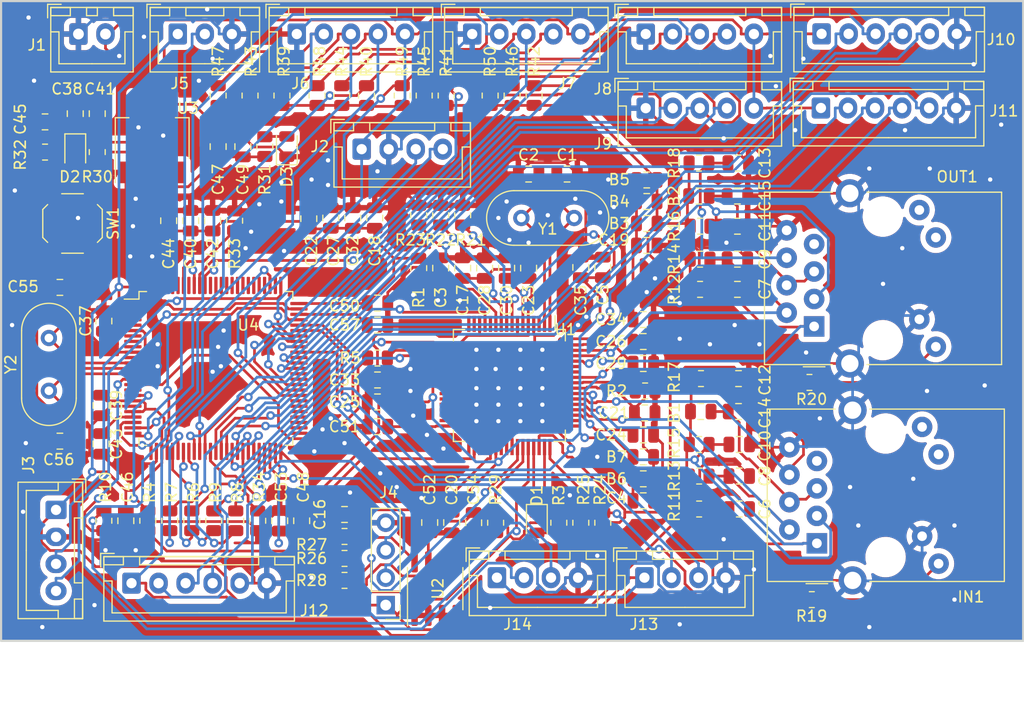
<source format=kicad_pcb>
(kicad_pcb (version 20221018) (generator pcbnew)
  (layers (0 "F.Cu" signal) (31 "B.Cu" signal) (34 "B.Paste" user) (35 "F.Paste" user) (36 "B.SilkS" user "B.Silkscreen") (37 "F.SilkS" user "F.Silkscreen") (38 "B.Mask" user) (39 "F.Mask" user) (44 "Edge.Cuts" user))
  (net 0 "")
  (net 1 "+1V2")
  (net 2 "VDD12TX1")
  (net 3 "+3.3V")
  (net 4 "+3.3VA")
  (net 5 "GND")
  (net 6 "DAC1")
  (net 7 "Net-(D1-K)")
  (net 8 "Net-(D1-A)")
  (net 9 "FXLOSA")
  (net 10 "FXLOSB")
  (net 11 "FXLOSEN")
  (net 12 "GPIO0")
  (net 13 "GPIO1")
  (net 14 "Net-(U2-SDA)")
  (net 15 "Net-(U2-SCL)")
  (net 16 "SPI_SCK")
  (net 17 "SPI_CS")
  (net 18 "SPI_MISO")
  (net 19 "SPI_MOSI")
  (net 20 "I2C_SDA")
  (net 21 "I2C_SCL")
  (net 22 "IRQ")
  (net 23 "+5V")
  (net 24 "TXPA")
  (net 25 "TXNA")
  (net 26 "RXPA")
  (net 27 "RXNA")
  (net 28 "TXPB")
  (net 29 "TXNB")
  (net 30 "RXPB")
  (net 31 "RXNB")
  (net 32 "Net-(IN1-Pad9)")
  (net 33 "Net-(OUT1-Pad9)")
  (net 34 "NRST")
  (net 35 "SWCLK")
  (net 36 "SWDIO")
  (net 37 "RX")
  (net 38 "TX")
  (net 39 "/STM32F4/BOOT1")
  (net 40 "I2C2_SCL")
  (net 41 "ENC1_Z")
  (net 42 "ENC1_B")
  (net 43 "ENC1_A")
  (net 44 "I2C2_SDA")
  (net 45 "ENC2_A")
  (net 46 "ENC2_B")
  (net 47 "ENC2_Z")
  (net 48 "ENC3_A")
  (net 49 "ENC3_B")
  (net 50 "ENC3_Z")
  (net 51 "ENC4_A")
  (net 52 "ENC4_B")
  (net 53 "ENC4_Z")
  (net 54 "Net-(IN1-RCT)")
  (net 55 "Net-(OUT1-RCT)")
  (net 62 "Net-(U1-OSCI)")
  (net 63 "Net-(U1-OSCO)")
  (net 64 "Net-(U1-~{RST})")
  (net 65 "Net-(U4-VCAP_1)")
  (net 66 "Net-(U4-PH0)")
  (net 67 "Net-(U4-PH1)")
  (net 68 "Net-(U4-VCAP_2)")
  (net 69 "Net-(D2-A)")
  (net 70 "Net-(D3-A)")
  (net 71 "Net-(U1-RBIAS)")
  (net 72 "Net-(U1-SYNC0{slash}LATCH0)")
  (net 73 "SYNC0")
  (net 74 "Net-(U1-SYNC1{slash}LATCH1)")
  (net 75 "SYNC1")
  (net 76 "Net-(U1-D0{slash}AD0{slash}WD_STATE{slash}SI{slash}SIO0)")
  (net 77 "Net-(U1-D1{slash}AD1{slash}EOF{slash}SO{slash}SIO1)")
  (net 78 "Net-(U1-D5{slash}AD5{slash}OUTVALID{slash}SCS#)")
  (net 79 "Net-(U1-D9{slash}AD9{slash}LATCH_IN{slash}SCK)")
  (net 80 "Net-(U1-IRQ)")
  (net 81 "Net-(U4-BOOT0)")
  (net 122 "STEP1_DIR")
  (net 123 "STEP1_STEP")
  (net 124 "STEP2_DIR")
  (net 126 "STEP2_STEP")
  (net 143 "IO1")
  (net 144 "IO2")
  (net 145 "IO3")
  (net 146 "IO4")
  (net 147 "IO5")
  (net 148 "IO6")
  (net 149 "IO7")
  (net 150 "IO8")
  (net 151 "IO9")
  (net 152 "IO10")
  (net 153 "IO11")
  (net 154 "IO12")
  (footprint "Connector_JST:JST_XH_B5B-XH-A_1x05_P2.50mm_Vertical" (layer "F.Cu") (at 201.074 65.532)
    (fp_text reference "J8")
    (fp_text value "Encoder 3")
  )
  (footprint "Package_QFP:TQFP-64-1EP_10x10mm_P0.5mm_EP8x8mm" (layer "F.Cu") (at 188.468 98.044 -90)
    (fp_text reference "U1")
    (fp_text value "LAN9252_PT")
  )
  (footprint "Package_SO:SOIC-8_3.9x4.9mm_P1.27mm" (layer "F.Cu") (at 181.61 116.84 90)
    (fp_text reference "U2")
    (fp_text value "AT24CS32-SSHM")
  )
  (footprint "Resistor_SMD:R_0805_2012Metric" (layer "F.Cu") (at 193.04 110.744 -90)
    (fp_text reference "R3")
    (fp_text value "1k")
  )
  (footprint "Capacitor_SMD:C_0805_2012Metric" (layer "F.Cu") (at 190.246 87.188 90)
    (fp_text reference "C23")
    (fp_text value "0.1uF")
  )
  (footprint "Connector_JST:JST_XH_B4B-XH-A_1x04_P2.50mm_Vertical" (layer "F.Cu") (at 146.558 109.554 -90)
    (fp_text reference "J3")
    (fp_text value "STLINK")
  )
  (footprint "Connector_PinHeader_2.54mm:PinHeader_1x04_P2.54mm_Vertical" (layer "F.Cu") (at 177.038 118.364 180)
    (fp_text reference "J4")
    (fp_text value "I2C bus2")
  )
  (footprint "Connector_JST:JST_XH_B5B-XH-A_1x05_P2.50mm_Vertical" (layer "F.Cu") (at 201.074 72.39)
    (fp_text reference "J9")
    (fp_text value "Encoder 4")
  )
  (footprint "Resistor_SMD:R_0805_2012Metric" (layer "F.Cu") (at 178.562 71.2235 -90)
    (fp_text reference "R49")
    (fp_text value "1k")
  )
  (footprint "Capacitor_SMD:C_0805_2012Metric" (layer "F.Cu") (at 200.848 106.68)
    (fp_text reference "B6")
    (fp_text value "BLM18EG221SN1D")
  )
  (footprint "Capacitor_SMD:C_0805_2012Metric" (layer "F.Cu") (at 145.542 73.66 180)
    (fp_text reference "C45")
    (fp_text value "0.1uF")
  )
  (footprint "Crystal:Crystal_HC49-U_Vertical" (layer "F.Cu") (at 145.899 98.534 90)
    (fp_text reference "Y2")
    (fp_text value "8 MHz")
  )
  (footprint "Resistor_SMD:R_0805_2012Metric" (layer "F.Cu") (at 206.0115 109.474 180)
    (fp_text reference "R11")
    (fp_text value "49.9")
  )
  (footprint "LED_SMD:LED_0805_2012Metric" (layer "F.Cu") (at 191.008 110.744 -90)
    (fp_text reference "D1")
    (fp_text value "Green led")
  )
  (footprint "Capacitor_SMD:C_0805_2012Metric" (layer "F.Cu") (at 200.98 100.584)
    (fp_text reference "C21")
    (fp_text value "0.1uF")
  )
  (footprint "Resistor_SMD:R_0805_2012Metric" (layer "F.Cu") (at 173.228 116.078 180)
    (fp_text reference "R28")
    (fp_text value "22")
  )
  (footprint "Connector_JST:JST_XH_B4B-XH-A_1x04_P2.50mm_Vertical" (layer "F.Cu") (at 187.318 115.824)
    (fp_text reference "J14")
    (fp_text value "Stepper 2")
  )
  (footprint "Resistor_SMD:R_0805_2012Metric" (layer "F.Cu") (at 157.075 110.562 90)
    (fp_text reference "R7")
    (fp_text value "22")
  )
  (footprint "Resistor_SMD:R_0805_2012Metric" (layer "F.Cu") (at 187.198 110.744 -90)
    (fp_text reference "R29")
    (fp_text value "22")
  )
  (footprint "Capacitor_SMD:C_0805_2012Metric" (layer "F.Cu") (at 200.848 91.948)
    (fp_text reference "C34")
    (fp_text value "0.1uF")
  )
  (footprint "Capacitor_SMD:C_0805_2012Metric" (layer "F.Cu") (at 200.848 102.616)
    (fp_text reference "C24")
    (fp_text value "0.1uF")
  )
  (footprint "Capacitor_SMD:C_0805_2012Metric" (layer "F.Cu") (at 195.072 87.122 90)
    (fp_text reference "C35")
    (fp_text value "0.1uF")
  )
  (footprint "Resistor_SMD:R_0805_2012Metric" (layer "F.Cu") (at 167.444 71.2235 -90)
    (fp_text reference "R39")
    (fp_text value "1k")
  )
  (footprint "Resistor_SMD:R_0805_2012Metric" (layer "F.Cu") (at 145.542 76.454)
    (fp_text reference "R32")
    (fp_text value "1k")
  )
  (footprint "Capacitor_SMD:C_0805_2012Metric" (layer "F.Cu") (at 150.979 92.086 90)
    (fp_text reference "C37")
    (fp_text value "0.1uF")
  )
  (footprint "Capacitor_SMD:C_0805_2012Metric" (layer "F.Cu") (at 167.235 110.562 -90)
    (fp_text reference "C53")
    (fp_text value "2.2uF")
  )
  (footprint "Capacitor_SMD:C_0805_2012Metric" (layer "F.Cu") (at 148.336 72.898 90)
    (fp_text reference "C38")
    (fp_text value "0.1uF")
  )
  (footprint "Capacitor_SMD:C_0805_2012Metric" (layer "F.Cu") (at 169.926 82.616 90)
    (fp_text reference "C22")
    (fp_text value "0.1uF")
  )
  (footprint "Capacitor_SMD:C_0805_2012Metric" (layer "F.Cu") (at 185.166 110.744 -90)
    (fp_text reference "C54")
    (fp_text value "0.1uF")
  )
  (footprint "Capacitor_SMD:C_0805_2012Metric" (layer "F.Cu") (at 209.55 86.36 180)
    (fp_text reference "C9")
    (fp_text value "10pF")
  )
  (footprint "Capacitor_SMD:C_0805_2012Metric" (layer "F.Cu") (at 163.83 75.946 90)
    (fp_text reference "C49")
    (fp_text value "10uF")
  )
  (footprint "Resistor_SMD:R_0805_2012Metric" (layer "F.Cu") (at 195.072 110.744 -90)
    (fp_text reference "R25")
    (fp_text value "10k")
  )
  (footprint "Capacitor_SMD:C_0805_2012Metric" (layer "F.Cu") (at 169.267 110.562 -90)
    (fp_text reference "C48")
    (fp_text value "0.1uF")
  )
  (footprint "Capacitor_SMD:C_0805_2012Metric" (layer "F.Cu") (at 150.725 99.894 -90)
    (fp_text reference "C39")
    (fp_text value "0.1uF")
  )
  (footprint "Resistor_SMD:R_0805_2012Metric" (layer "F.Cu") (at 206.0975 86.36 180)
    (fp_text reference "R14")
    (fp_text value "49.9")
  )
  (footprint "Resistor_SMD:R_0805_2012Metric" (layer "F.Cu") (at 182.118 82.296 90)
    (fp_text reference "R22")
    (fp_text value "10k")
  )
  (footprint "Resistor_SMD:R_0805_2012Metric" (layer "F.Cu") (at 150.368 76.454 90)
    (fp_text reference "R30")
    (fp_text value "1k")
  )
  (footprint "Resistor_SMD:R_0805_2012Metric" (layer "F.Cu") (at 206.0975 83.312 180)
    (fp_text reference "R16")
    (fp_text value "49.9")
  )
  (footprint "Capacitor_SMD:C_0805_2012Metric" (layer "F.Cu") (at 171.958 82.55 90)
    (fp_text reference "C27")
    (fp_text value "0.1uF")
  )
  (footprint "Capacitor_SMD:C_0805_2012Metric" (layer "F.Cu") (at 184.15 87.188 90)
    (fp_text reference "C17")
    (fp_text value "0.1uF")
  )
  (footprint "Crystal:Crystal_HC49-U_Vertical" (layer "F.Cu") (at 189.574 82.55)
    (fp_text reference "Y1")
    (fp_text value "25MHz")
  )
  (footprint "Resistor_SMD:R_0805_2012Metric" (layer "F.Cu") (at 206.0975 89.154 180)
    (fp_text reference "R12")
    (fp_text value "49.9")
  )
  (footprint "Resistor_SMD:R_0805_2012Metric" (layer "F.Cu") (at 182.626 71.2235 -90)
    (fp_text reference "R41")
    (fp_text value "1k")
  )
  (footprint "Resistor_SMD:R_0805_2012Metric" (layer "F.Cu") (at 180.594 71.2235 -90)
    (fp_text reference "R45")
    (fp_text value "1k")
  )
  (footprint "Connector_JST:JST_XH_B3B-XH-A_1x03_P2.50mm_Vertical" (layer "F.Cu") (at 157.814 65.532)
    (fp_text reference "J5")
    (fp_text value "DAC1")
  )
  (footprint "Capacitor_SMD:C_0805_2012Metric" (layer "F.Cu") (at 176.276 92.456 180)
    (fp_text reference "C57")
    (fp_text value "2.2uF")
  )
  (footprint "Connector_JST:JST_XH_B6B-XH-A_1x06_P2.50mm_Vertical" (layer "F.Cu") (at 153.536 116.332)
    (fp_text reference "J12")
    (fp_text value "Conn_01x06_Pin")
  )
  (footprint "Capacitor_SMD:C_0805_2012Metric" (layer "F.Cu") (at 209.6262 77.47 180)
    (fp_text reference "C13")
    (fp_text value "10pF")
  )
  (footprint "Capacitor_SMD:C_0805_2012Metric" (layer "F.Cu") (at 201.168 85.09)
    (fp_text reference "C19")
    (fp_text value "0.1uF")
  )
  (footprint "Capacitor_SMD:C_0805_2012Metric" (layer "F.Cu") (at 209.652 97.409 180)
    (fp_text reference "C12")
    (fp_text value "10pF")
  )
  (footprint "Resistor_SMD:R_0805_2012Metric" (layer "F.Cu") (at 176.276 95.504 180)
    (fp_text reference "R5")
    (fp_text value "22")
  )
  (footprint "Connector_JST:JST_XH_B2B-XH-A_1x02_P2.50mm_Vertical" (layer "F.Cu") (at 148.63 65.532)
    (fp_text reference "J1")
    (fp_text value "Conn_01x02_Pin")
  )
  (footprint "Capacitor_SMD:C_0805_2012Metric" (layer "F.Cu") (at 159.004 82.804 90)
    (fp_text reference "C40")
    (fp_text value "0.1uF")
  )
  (footprint "HakansLibrary:PulseJack JB0011D01BNL" (layer "F.Cu") (at 216.896 112.649 -90)
    (fp_text reference "IN1")
    (fp_text value "J0011D01BNL")
  )
  (footprint "Connector_JST:JST_XH_B4B-XH-A_1x04_P2.50mm_Vertical" (layer "F.Cu") (at 174.812 76.183)
    (fp_text reference "J2")
    (fp_text value "Serial usart1")
  )
  (footprint "Resistor_SMD:R_0805_2012Metric" (layer "F.Cu") (at 161.544 71.2235 -90)
    (fp_text reference "R47")
    (fp_text value "1k")
  )
  (footprint "Capacitor_SMD:C_0805_2012Metric" (layer "F.Cu") (at 209.718 103.505 180)
    (fp_text reference "C10")
    (fp_text value "10pF")
  )
  (footprint "Capacitor_SMD:C_0805_2012Metric" (layer "F.Cu") (at 205.994 80.518)
    (fp_text reference "B2")
    (fp_text value "BLM18EG221S")
  )
  (footprint "Resistor_SMD:R_0805_2012Metric" (layer "F.Cu") (at 150.979 110.562 90)
    (fp_text reference "R10")
    (fp_text value "22")
  )
  (footprint "Resistor_SMD:R_0805_2012Metric" (layer "F.Cu") (at 201.0175 98.552 180)
    (fp_text reference "R2")
    (fp_text value "12.1k")
  )
  (footprint "Capacitor_SMD:C_0805_2012Metric" (layer "F.Cu") (at 209.718 106.426 180)
    (fp_text reference "C8")
    (fp_text value "10pF")
  )
  (footprint "Capacitor_SMD:C_0805_2012Metric" (layer "F.Cu") (at 206.162 100.457)
    (fp_text reference "B1")
    (fp_text value "BLM18EG221S")
  )
  (footprint "Capacitor_SMD:C_0805_2012Metric" (layer "F.Cu") (at 161.544 75.946 90)
    (fp_text reference "C47")
    (fp_text value "0.1uF")
  )
  (footprint "Resistor_SMD:R_0805_2012Metric" (layer "F.Cu") (at 205.994 77.47 180)
    (fp_text reference "R18")
    (fp_text value "49.9")
  )
  (footprint "Capacitor_SMD:C_0805_2012Metric" (layer "F.Cu") (at 209.718 109.474 180)
    (fp_text reference "C6")
    (fp_text value "10pF")
  )
  (footprint "Connector_JST:JST_XH_B6B-XH-A_1x06_P2.50mm_Vertical" (layer "F.Cu") (at 217.33 65.515)
    (fp_text reference "J10")
    (fp_text value "Conn_01x06_Pin")
  )
  (footprint "Resistor_SMD:R_0805_2012Metric" (layer "F.Cu") (at 173.228 114.046 180)
    (fp_text reference "R26")
    (fp_text value "2k")
  )
  (footprint "Capacitor_SMD:C_0805_2012Metric" (layer "F.Cu") (at 200.848 96.012)
    (fp_text reference "C29")
    (fp_text value "0.1uF")
  )
  (footprint "Capacitor_SMD:C_0805_2012Metric" (layer "F.Cu") (at 201.168 83.058 180)
    (fp_text reference "B3")
    (fp_text value "BLM18EG221SN1D")
  )
  (footprint "Resistor_SMD:R_0805_2012Metric" (layer "F.Cu") (at 216.428 117.856)
    (fp_text reference "R19")
    (fp_text value "1k")
  )
  (footprint "Capacitor_SMD:C_0805_2012Metric" (layer "F.Cu") (at 209.55 83.312 180)
    (fp_text reference "C11")
    (fp_text value "10pF")
  )
  (footprint "Capacitor_SMD:C_0805_2012Metric" (layer "F.Cu") (at 153.011 110.562 -90)
    (fp_text reference "C46")
    (fp_text value "0.1uF")
  )
  (footprint "Capacitor_SMD:C_0805_2012Metric" (layer "F.Cu") (at 200.848 104.648)
    (fp_text reference "B7")
    (fp_text value "BLM18EG221SN1D")
  )
  (footprint "Capacitor_SMD:C_0805_2012Metric" (layer "F.Cu") (at 209.55 80.518 180)
    (fp_text reference "C15")
    (fp_text value "0.1uF")
  )
  (footprint "Package_QFP:LQFP-100_14x14mm_P0.5mm" (layer "F.Cu") (at 161.338 96.465)
    (fp_text reference "U4")
    (fp_text value "STM32F407VGT6")
  )
  (footprint "Capacitor_SMD:C_0805_2012Metric" (layer "F.Cu") (at 186.182 87.188 90)
    (fp_text reference "C28")
    (fp_text value "0.1uF")
  )
  (footprint "Capacitor_SMD:C_0805_2012Metric" (layer "F.Cu") (at 176.276 101.854 180)
    (fp_text reference "C51")
    (fp_text value "0.1uF")
  )
  (footprint "Capacitor_SMD:C_0805_2012Metric" (layer "F.Cu") (at 182.118 87.188 -90)
    (fp_text reference "C3")
    (fp_text value "0.1uF")
  )
  (footprint "Resistor_SMD:R_0805_2012Metric" (layer "F.Cu") (at 164.494 71.2235 -90)
    (fp_text reference "R43")
    (fp_text value "1k")
  )
  (footprint "Connector_JST:JST_XH_B5B-XH-A_1x05_P2.50mm_Vertical" (layer "F.Cu") (at 185.032 65.532)
    (fp_text reference "J7")
    (fp_text value "Encoder 2")
  )
  (footprint "Connector_JST:JST_XH_B5B-XH-A_1x05_P2.50mm_Vertical" (layer "F.Cu") (at 168.816 65.532)
    (fp_text reference "J6")
    (fp_text value "Encoder 1")
  )
  (footprint "Resistor_SMD:R_0805_2012Metric" (layer "F.Cu") (at 186.69 71.2235 -90)
    (fp_text reference "R50")
    (fp_text value "1k")
  )
  (footprint "Button_Switch_SMD:SW_Push_1P1T_XKB_TS-1187A" (layer "F.Cu") (at 148.082 83.058 -90)
    (fp_text reference "SW1")
    (fp_text value "SW_Push")
  )
  (footprint "Resistor_SMD:R_0805_2012Metric" (layer "F.Cu") (at 161.139 110.562 90)
    (fp_text reference "R9")
    (fp_text value "22")
  )
  (footprint "Resistor_SMD:R_0805_2012Metric" (layer "F.Cu") (at 172.974 71.2235 -90)
    (fp_text reference "R44")
    (fp_text value "1k")
  )
  (footprint "Capacitor_SMD:C_0805_2012Metric" (layer "F.Cu") (at 173.228 109.982)
    (fp_text reference "C16")
    (fp_text value "0.1uF")
  )
  (footprint "Capacitor_SMD:C_0805_2012Metric" (layer "F.Cu") (at 176.276 99.568 180)
    (fp_text reference "C25")
    (fp_text value "0.1uF")
  )
  (footprint "LED_SMD:LED_0805_2012Metric" (layer "F.Cu") (at 167.894 75.946 90)
    (fp_text reference "D3")
    (fp_text value "Blue led")
  )
  (footprint "Capacitor_SMD:C_0805_2012Metric" (layer "F.Cu") (at 176.276 97.536 180)
    (fp_text reference "C33")
    (fp_text value "0.1uF")
  )
  (footprint "Resistor_SMD:R_0805_2012Metric" (layer "F.Cu") (at 155.043 110.562 90)
    (fp_text reference "R4")
    (fp_text value "22")
  )
  (footprint "Connector_JST:JST_XH_B4B-XH-A_1x04_P2.50mm_Vertical" (layer "F.Cu") (at 200.954 115.824)
    (fp_text reference "J13")
    (fp_text value "Stepper 1")
  )
  (footprint "Capacitor_SMD:C_0805_2012Metric" (layer "F.Cu") (at 201.168 81.026 180)
    (fp_text reference "B4")
    (fp_text value "BLM18EG221SN1D")
  )
  (footprint "Connector_JST:JST_XH_B6B-XH-A_1x06_P2.50mm_Vertical" (layer "F.Cu") (at 217.27 72.373)
    (fp_text reference "J11")
    (fp_text value "Conn_01x06_Pin")
  )
  (footprint "Resistor_SMD:R_0805_2012Metric" (layer "F.Cu") (at 165.862 75.946 -90)
    (fp_text reference "R31")
    (fp_text value "1k")
  )
  (footprint "Resistor_SMD:R_0805_2012Metric" (layer "F.Cu") (at 206.0115 106.426 180)
    (fp_text reference "R13")
    (fp_text value "49.9")
  )
  (footprint "Capacitor_SMD:C_0805_2012Metric" (layer "F.Cu") (at 150.368 72.898 90)
    (fp_text reference "C41")
    (fp_text value "10uF")
  )
  (footprint "Capacitor_SMD:C_0805_2012Metric" (layer "F.Cu") (at 197.104 87.122 90)
    (fp_text reference "C5")
    (fp_text value "1uF")
  )
  (footprint "Capacitor_SMD:C_0805_2012Metric" (layer "F.Cu") (at 190.246 78.486)
    (fp_text reference "C2")
    (fp_text value "20pF")
  )
  (footprint "Capacitor_SMD:C_0805_2012Metric" (layer "F.Cu") (at 200.848 93.98)
    (fp_text reference "C26")
    (fp_text value "0.1uF")
  )
  (footprint "LED_SMD:LED_0805_2012Metric" (layer "F.Cu") (at 148.336 76.454 -90)
    (fp_text reference "D2")
    (fp_text value "Blue led")
  )
  (footprint "Capacitor_SMD:C_0805_2012Metric" (layer "F.Cu") (at 173.99 82.55 90)
    (fp_text reference "C32")
    (fp_text value "0.1uF")
  )
  (footprint "Resistor_SMD:R_0805_2012Metric" (layer "F.Cu") (at 170.688 71.2235 -90)
    (fp_text reference "R48")
    (fp_text value "1k")
  )
  (footprint "Resistor_SMD:R_0805_2012Metric" (layer "F.Cu") (at 175.26 71.2235 -90)
    (fp_text reference "R40")
    (fp_text value "1k")
  )
  (footprint "Package_TO_SOT_SMD:SOT-223-3_TabPin2" (layer "F.Cu") (at 155.448 75.184 90)
    (fp_text reference "U3")
    (fp_text value "AMS1117-3.3")
  )
  (footprint "Capacitor_SMD:C_0805_2012Metric" (layer "F.Cu") (at 176.022 82.55 90)
    (fp_text reference "C18")
    (fp_text value "0.1uF")
  )
  (footprint "Capacitor_SMD:C_0805_2012Metric" (layer "F.Cu") (at 161.036 82.804 90)
    (fp_text reference "C42")
    (fp_text value "0.1uF")
  )
  (footprint "Resistor_SMD:R_0805_2012Metric" (layer "F.Cu") (at 216.2102 97.7646)
    (fp_text reference "R20")
    (fp_text value "1k")
  )
  (footprint "Resistor_SMD:R_0805_2012Metric" (layer "F.Cu") (at 206.182 97.409 180)
    (fp_text reference "R17")
    (fp_text value "49.9")
  )
  (footprint "Resistor_SMD:R_0805_2012Metric" (layer "F.Cu") (at 180.086 82.296 90)
    (fp_text reference "R23")
    (fp_text value "10k")
  )
  (footprint "Capacitor_SMD:C_0805_2012Metric" (layer "F.Cu") (at 150.725 103.45 -90)
    (fp_text reference "C43")
    (fp_text value "0.1uF")
  )
  (footprint "Resistor_SMD:R_0805_2012Metric" (layer "F.Cu") (at 163.068 82.804 -90)
    (fp_text reference "R33")
    (fp_text value "22")
  )
  (footprint "Resistor_SMD:R_0805_2012Metric" (layer "F.Cu") (at 180.086 87.188 -90)
    (fp_text reference "R1")
    (fp_text value "10k")
  )
  (footprint "Resistor_SMD:R_0805_2012Metric" (layer "F.Cu") (at 173.228 112.014 180)
    (fp_text reference "R27")
    (fp_text value "2k")
  )
  (footprint "Capacitor_SMD:C_0805_2012Metric" (layer "F.Cu") (at 146.915 88.972)
    (fp_text reference "C55")
    (fp_text value "22pF")
  )
  (footprint "Capacitor_SMD:C_0805_2012Metric" (layer "F.Cu") (at 209.652 100.457 180)
    (fp_text reference "C14")
    (fp_text value "0.1uF")
  )
  (footprint "Capacitor_SMD:C_0805_2012Metric" (layer "F.Cu") (at 146.915 103.196)
    (fp_text reference "C56")
    (fp_text value "22pF")
  )
  (footprint "HakansLibrary:PulseJack JB0011D01BNL" (layer "F.Cu") (at 216.642 92.583 -90)
    (fp_text reference "OUT1")
    (fp_text value "J0011D01BNL")
  )
  (footprint "Resistor_SMD:R_0805_2012Metric" (layer "F.Cu") (at 190.754 71.2235 -90)
    (fp_text reference "R42")
    (fp_text value "1k")
  )
  (footprint "Capacitor_SMD:C_0805_2012Metric" (layer "F.Cu") (at 201.168 79.032 180)
    (fp_text reference "B5")
    (fp_text value "BLM18EG221SN1D")
  )
  (footprint "Capacitor_SMD:C_0805_2012Metric" (layer "F.Cu") (at 183.134 110.724 -90)
    (fp_text reference "C20")
    (fp_text value "0.1uF")
  )
  (footprint "Capacitor_SMD:C_0805_2012Metric" (layer "F.Cu") (at 156.972 82.804 90)
    (fp_text reference "C44")
    (fp_text value "0.1uF")
  )
  (footprint "Resistor_SMD:R_0805_2012Metric" (layer "F.Cu") (at 163.171 110.562 90)
    (fp_text reference "R8")
    (fp_text value "22")
  )
  (footprint "Resistor_SMD:R_0805_2012Metric" (layer "F.Cu") (at 159.107 110.562 90)
    (fp_text reference "R6")
    (fp_text value "22")
  )
  (footprint "Capacitor_SMD:C_0805_2012Metric" (layer "F.Cu") (at 200.848 108.712)
    (fp_text reference "C4")
    (fp_text value "470pF")
  )
  (footprint "Capacitor_SMD:C_0805_2012Metric" (layer "F.Cu") (at 188.214 87.188 90)
    (fp_text reference "C30")
    (fp_text value "0.1uF")
  )
  (footprint "Resistor_SMD:R_0805_2012Metric" (layer "F.Cu") (at 188.722 71.2235 -90)
    (fp_text reference "R46")
    (fp_text value "1k")
  )
  (footprint "Capacitor_SMD:C_0805_2012Metric" (layer "F.Cu") (at 209.55 89.154 180)
    (fp_text reference "C7")
    (fp_text value "10pF")
  )
  (footprint "Resistor_SMD:R_0805_2012Metric" (layer "F.Cu") (at 184.15 82.296 90)
    (fp_text reference "R21")
    (fp_text value "10k")
  )
  (footprint "Resistor_SMD:R_0805_2012Metric" (layer "F.Cu") (at 206.0115 103.505 180)
    (fp_text reference "R15")
    (fp_text value "49.9")
  )
  (footprint "Capacitor_SMD:C_0805_2012Metric" (layer "F.Cu") (at 193.802 78.486 180)
    (fp_text reference "C1")
    (fp_text value "20pF")
  )
  (footprint "Capacitor_SMD:C_0805_2012Metric" (layer "F.Cu") (at 176.276 90.424)
    (fp_text reference "C50")
    (fp_text value "0.1uF")
  )
  (footprint "Resistor_SMD:R_0805_2012Metric" (layer "F.Cu") (at 197.104 110.744 -90)
    (fp_text reference "R24")
    (fp_text value "10k")
  )
  (footprint "Resistor_SMD:R_0805_2012Metric" (layer "F.Cu") (at 165.203 110.562 90)
    (fp_text reference "R34")
    (fp_text value "22")
  )
  (footprint "Capacitor_SMD:C_0805_2012Metric" (layer "F.Cu") (at 181.102 110.724 -90)
    (fp_text reference "C52")
    (fp_text value "0.1uF")
  )
  (gr_rect (start 141.478 62.484) (end 235.966 121.666) (stroke (width 0.2)) (fill none) (layer "Edge.Cuts"))
  (segment (start 196.5571 84.0808) (end 196.2583 84.0808) (width 0.25) (layer "F.Cu") (net 1))
  (segment (start 198.1554 85.6791) (end 196.5571 84.0808) (width 0.25) (layer "F.Cu") (net 1))
  (segment (start 195.4307 102.8831) (end 198.1331 102.8831) (width 0.25) (layer "F.Cu") (net 1))
  (segment (start 195.072 88.072) (end 196.85 89.85) (width 0.25) (layer "F.Cu") (net 1))
  (segment (start 198.1554 87.0206) (end 198.1554 85.6791) (width 0.25) (layer "F.Cu") (net 1))
  (segment (start 187.4486 105.1124) (end 183.134 109.427) (width 0.25) (layer "F.Cu") (net 1))
  (segment (start 180.9803 99.568) (end 181.3972 99.1511) (width 0.25) (layer "F.Cu") (net 1))
  (segment (start 199.898 108.712) (end 199.898 106.68) (width 0.25) (layer "F.Cu") (net 1))
  (segment (start 196.85 89.85) (end 196.85 91.694) (width 0.25) (layer "F.Cu") (net 1))
  (segment (start 188.214 88.138) (end 189.5286 89.4526) (width 0.25) (layer "F.Cu") (net 1))
  (segment (start 195.072 88.072) (end 197.104 88.072) (width 0.25) (layer "F.Cu") (net 1))
  (segment (start 183.134 109.427) (end 183.134 109.774) (width 0.25) (layer "F.Cu") (net 1))
  (segment (start 187.218 104.8818) (end 187.4486 105.1124) (width 0.25) (layer "F.Cu") (net 1))
  (segment (start 197.104 88.072) (end 198.1554 87.0206) (width 0.25) (layer "F.Cu") (net 1))
  (segment (start 199.898 104.648) (end 199.898 106.68) (width 0.25) (layer "F.Cu") (net 1))
  (segment (start 181.3972 98.0895) (end 181.6927 97.794) (width 0.25) (layer "F.Cu") (net 1))
  (segment (start 189.718 89.4526) (end 189.718 92.344) (width 0.25) (layer "F.Cu") (net 1))
  (segment (start 198.1331 102.8831) (end 199.898 104.648) (width 0.25) (layer "F.Cu") (net 1))
  (segment (start 182.768 97.794) (end 181.6927 97.794) (width 0.25) (layer "F.Cu") (net 1))
  (segment (start 177.226 99.568) (end 180.9803 99.568) (width 0.25) (layer "F.Cu") (net 1))
  (segment (start 189.5286 89.4526) (end 189.718 89.4526) (width 0.25) (layer "F.Cu") (net 1))
  (segment (start 189.718 89.4526) (end 189.8211 89.4526) (width 0.25) (layer "F.Cu") (net 1))
  (segment (start 181.3972 99.1511) (end 181.3972 98.0895) (width 0.25) (layer "F.Cu") (net 1))
  (segment (start 187.218 103.744) (end 187.218 104.8818) (width 0.25) (layer "F.Cu") (net 1))
  (via (at 181.3972 99.1511) (size 0.8) (drill 0.4) (layers "F.Cu" "B.Cu") (net 1))
  (via (at 187.4486 105.1124) (size 0.8) (drill 0.4) (layers "F.Cu" "B.Cu") (net 1))
  (via (at 196.2583 84.0808) (size 0.8) (drill 0.4) (layers "F.Cu" "B.Cu") (net 1))
  (via (at 189.8211 89.4526) (size 0.8) (drill 0.4) (layers "F.Cu" "B.Cu") (net 1))
  (via (at 195.4307 102.8831) (size 0.8) (drill 0.4) (layers "F.Cu" "B.Cu") (net 1))
  (via (at 196.85 91.694) (size 0.8) (drill 0.4) (layers "F.Cu" "B.Cu") (net 1))
  (segment (start 194.9911 93.5529) (end 196.85 91.694) (width 0.25) (layer "B.Cu") (net 1))
  (segment (start 194.9911 102.4435) (end 195.4307 102.8831) (width 0.25) (layer "B.Cu") (net 1))
  (segment (start 196.2583 84.0808) (end 195.1929 84.0808) (width 0.25) (layer "B.Cu") (net 1))
  (segment (start 194.9911 102.4435) (end 194.9911 93.5529) (width 0.25) (layer "B.Cu") (net 1))
  (segment (start 194.3106 103.124) (end 194.9911 102.4435) (width 0.25) (layer "B.Cu") (net 1))
  (segment (start 187.4486 105.1124) (end 185.3764 105.1124) (width 0.25) (layer "B.Cu") (net 1))
  (segment (start 187.4486 105.1124) (end 189.437 103.124) (width 0.25) (layer "B.Cu") (net 1))
  (segment (start 185.3764 105.1124) (end 181.3972 101.1332) (width 0.25) (layer "B.Cu") (net 1))
  (segment (start 181.3972 101.1332) (end 181.3972 99.1511) (width 0.25) (layer "B.Cu") (net 1))
  (segment (start 195.1929 84.0808) (end 189.8211 89.4526) (width 0.25) (layer "B.Cu") (net 1))
  (segment (start 189.437 103.124) (end 194.3106 103.124) (width 0.25) (layer "B.Cu") (net 1))
  (segment (start 194.168 98.294) (end 193.0927 98.294) (width 0.25) (layer "F.Cu") (net 2))
  (segment (start 201.798 106.68) (end 201.798 104.648) (width 0.25) (layer "F.Cu") (net 2))
  (segment (start 200.03 100.584) (end 200.848 101.402) (width 0.25) (layer "F.Cu") (net 2))
  (segment (start 195.5645 98.294) (end 195.6635 98.195) (width 0.25) (layer "F.Cu") (net 2))
  (segment (start 194.168 98.294) (end 195.5645 98.294) (width 0.25) (layer "F.Cu") (net 2))
  (segment (start 200.9716 95.0536) (end 200.9716 99.2538) (width 0.25) (layer "F.Cu") (net 2))
  (segment (start 200.848 103.698) (end 201.798 104.648) (width 0.25) (layer "F.Cu") (net 2))
  (segment (start 200.9716 99.2538) (end 200.0531 100.1723) (width 0.25) (layer "F.Cu") (net 2))
  (segment (start 196.6105 98.294) (end 198.1747 98.294) (width 0.25) (layer "F.Cu") (net 2))
  (segment (start 194.168 96.794) (end 193.0927 96.794) (width 0.25) (layer "F.Cu") (net 2))
  (segment (start 199.898 93.98) (end 200.9716 95.0536) (width 0.25) (layer "F.Cu") (net 2))
  (segment (start 200.0531 100.1724) (end 200.0531 100.1723) (width 0.25) (layer "F.Cu") (net 2))
  (segment (start 195.6635 98.195) (end 196.5115 98.195) (width 0.25) (layer "F.Cu") (net 2))
  (segment (start 193.0927 96.794) (end 193.0927 98.294) (width 0.25) (layer "F.Cu") (net 2))
  (segment (start 200.848 101.402) (end 200.848 103.698) (width 0.25) (layer "F.Cu") (net 2))
  (segment (start 200.0531 100.5609) (end 200.0531 100.1724) (width 0.25) (layer "F.Cu") (net 2))
  (segment (start 200.03 100.584) (end 200.0531 100.5609) (width 0.25) (layer "F.Cu") (net 2))
  (segment (start 196.5115 98.195) (end 196.6105 98.294) (width 0.25) (layer "F.Cu") (net 2))
  (segment (start 198.1747 98.294) (end 200.0531 100.1723) (width 0.25) (layer "F.Cu") (net 2))
  (segment (start 177.7815 86.2755) (end 180.086 86.2755) (width 0.25) (layer "F.Cu") (net 3))
  (segment (start 192.5446 109.7922) (end 191.718 108.9657) (width 0.25) (layer "F.Cu") (net 3))
  (segment (start 186.462 104.8193) (end 186.718 104.8193) (width 0.25) (layer "F.Cu") (net 3))
  (segment (start 156.5424 101.0527) (end 155.7301 100.2404) (width 0.25) (layer "F.Cu") (net 3))
  (segment (start 161.9251 82.8649) (end 161.036 83.754) (width 0.25) (layer "F.Cu") (net 3))
  (segment (start 160.471 75.823) (end 160.471 73.209) (width 0.25) (layer "F.Cu") (net 3))
  (segment (start 191.718 108.9657) (end 191.718 103.744) (width 0.25) (layer "F.Cu") (net 3))
  (segment (start 189.8489 111.8144) (end 189.8489 111.5051) (width 0.25) (layer "F.Cu") (net 3))
  (segment (start 186.718 102.6687) (end 184.5992 102.6687) (width 0.25) (layer "F.Cu") (net 3))
  (segment (start 186.116 110.744) (end 185.166 109.794) (width 0.25) (layer "F.Cu") (net 3))
  (segment (start 189.9727 111.1869) (end 190.4156 110.744) (width 0.25) (layer "F.Cu") (net 3))
  (segment (start 156.5607 72.034) (end 156.5607 66.7853) (width 0.25) (layer "F.Cu") (net 3))
  (segment (start 177.226 101.854) (end 176.3947 101.854) (width 0.25) (layer "F.Cu") (net 3))
  (segment (start 205.099 103.505) (end 205.212 103.392) (width 0.25) (layer "F.Cu") (net 3))
  (segment (start 153.7946 107.7601) (end 156.338 105.2167) (width 0.25) (layer "F.Cu") (net 3))
  (segment (start 183.8433 101.9128) (end 183.8433 101.794) (width 0.25) (layer "F.Cu") (net 3))
  (segment (start 154.8115 99.7334) (end 154.5431 99.465) (width 0.25) (layer "F.Cu") (net 3))
  (segment (start 155.448 78.334) (end 154.3727 78.334) (width 0.25) (layer "F.Cu") (net 3))
  (segment (start 175.3507 72.2267) (end 178.4713 72.2267) (width 0.25) (layer "F.Cu") (net 3))
  (segment (start 153.663 100.465) (end 154.5869 100.465) (width 0.25) (layer "F.Cu") (net 3))
  (segment (start 176.022 84.516) (end 177.7815 86.2755) (width 0.25) (layer "F.Cu") (net 3))
  (segment (start 153.011 107.7601) (end 151.2834 106.0325) (width 0.25) (layer "F.Cu") (net 3))
  (segment (start 205.185 89.154) (end 205.185 86.36) (width 0.25) (layer "F.Cu") (net 3))
  (segment (start 153.011 109.612) (end 153.011 107.7601) (width 0.25) (layer "F.Cu") (net 3))
  (segment (start 184.3597 110.6003) (end 182.3336 110.6003) (width 0.25) (layer "F.Cu") (net 3))
  (segment (start 182.2304 101.794) (end 182.768 101.794) (width 0.25) (layer "F.Cu") (net 3))
  (segment (start 145.2081 110.9039) (end 145.2081 112.5102) (width 0.25) (layer "F.Cu") (net 3))
  (segment (start 161.544 72.136) (end 164.494 72.136) (width 0.25) (layer "F.Cu") (net 3))
  (segment (start 184.5992 102.6687) (end 183.8433 101.9128) (width 0.25) (layer "F.Cu") (net 3))
  (segment (start 204.9782 109.474) (end 195.4579 118.9943) (width 0.25) (layer "F.Cu") (net 3))
  (segment (start 155.7301 100.2404) (end 154.8115 100.2404) (width 0.25) (layer "F.Cu") (net 3))
  (segment (start 188.722 72.136) (end 190.754 72.136) (width 0.25) (layer "F.Cu") (net 3))
  (segment (start 205.185 83.312) (end 204.931 83.058) (width 0.25) (layer "F.Cu") (net 3))
  (segment (start 182.2304 101.794) (end 181.6927 101.794) (width 0.25) (layer "F.Cu") (net 3))
  (segment (start 204.8663 106.1933) (end 204.8663 103.7377) (width 0.25) (layer "F.Cu") (net 3))
  (segment (start 179.9507 97.536) (end 181.6927 95.794) (width 0.25) (layer "F.Cu") (net 3))
  (segment (start 153.011 107.7601) (end 153.7946 107.7601) (width 0.25) (layer "F.Cu") (net 3))
  (segment (start 193.1805 120.6349) (end 179.3766 120.6349) (width 0.25) (layer "F.Cu") (net 3))
  (segment (start 155.338 88.79) (end 155.1923 88.9357) (width 0.25) (layer "F.Cu") (net 3))
  (segment (start 180.8776 109.5496) (end 174.6104 109.5496) (width 0.25) (layer "F.Cu") (net 3))
  (segment (start 205.0815 80.4805) (end 205.0815 77.47) (width 0.25) (layer "F.Cu") (net 3))
  (segment (start 146.558 109.554) (end 145.2081 110.9039) (width 0.25) (layer "F.Cu") (net 3))
  (segment (start 185.718 92.344) (end 185.718 93.4193) (width 0.25) (layer "F.Cu") (net 3))
  (segment (start 170.688 72.136) (end 172.974 72.136) (width 0.25) (layer "F.Cu") (net 3))
  (segment (start 176.022 83.5) (end 176.022 84.516) (width 0.25) (layer "F.Cu") (net 3))
  (segment (start 176.3947 101.854) (end 176.3947 98.3673) (width 0.25) (layer "F.Cu") (net 3))
  (segment (start 161.544 76.896) (end 160.471 75.823) (width 0.25) (layer "F.Cu") (net 3))
  (segment (start 190.5464 89.7531) (end 190.5464 88.4384) (width 0.25) (layer "F.Cu") (net 3))
  (segment (start 189.4147 87.3067) (end 187.0133 87.3067) (width 0.25) (layer "F.Cu") (net 3))
  (segment (start 153.6873 92.9893) (end 153.663 92.965) (width 0.25) (layer "F.Cu") (net 3))
  (segment (start 145.2081 112.5102) (end 146.0081 113.3102) (width 0.25) (layer "F.Cu") (net 3))
  (segment (start 177.226 97.536) (end 179.9507 97.536) (width 0.25) (layer "F.Cu") (net 3))
  (segment (start 163.7429 118.364) (end 177.038 118.364) (width 0.25) (layer "F.Cu") (net 3))
  (segment (start 183.8433 94.2086) (end 184.6326 93.4193) (width 0.25) (layer "F.Cu") (net 3))
  (segment (start 154.5869 100.465) (end 154.8115 100.2404) (width 0.25) (layer "F.Cu") (net 3))
  (segment (start 180.594 72.136) (end 182.626 72.136) (width 0.25) (layer "F.Cu") (net 3))
  (segment (start 185.166 109.794) (end 184.3597 110.6003) (width 0.25) (layer "F.Cu") (net 3))
  (segment (start 161.544 76.896) (end 163.83 76.896) (width 0.25) (layer "F.Cu") (net 3))
  (segment (start 169.267 109.5013) (end 169.267 106.069) (width 0.25) (layer "F.Cu") (net 3))
  (segment (start 204.8663 103.7377) (end 205.099 103.505) (width 0.25) (layer "F.Cu") (net 3))
  (segment (start 153.663 99.465) (end 151.246 99.465) (width 0.25) (layer "F.Cu") (net 3))
  (segment (start 175.326 90.424) (end 177.7815 87.9685) (width 0.25) (layer "F.Cu") (net 3))
  (segment (start 151.246 99.465) (end 150.725 98.944) (width 0.25) (layer "F.Cu") (net 3))
  (segment (start 190.218 93.4193) (end 189.218 93.4193) (width 0.25) (layer "F.Cu") (net 3))
  (segment (start 181.5073 109.774) (end 181.102 109.774) (width 0.25) (layer "F.Cu") (net 3))
  (segment (start 185.718 93.4193) (end 189.218 93.4193) (width 0.25) (layer "F.Cu") (net 3))
  (segment (start 169.926 83.566) (end 169.2249 82.8649) (width 0.25) (layer "F.Cu") (net 3))
  (segment (start 171.892 83.566) (end 169.926 83.566) (width 0.25) (layer "F.Cu") (net 3))
  (segment (start 193.04 109.8315) (end 192.5838 109.8315) (width 0.25) (layer "F.Cu") (net 3))
  (segment (start 190.246 88.138) (end 189.4147 87.3067) (width 0.25) (layer "F.Cu") (net 3))
  (segment (start 204.931 83.058) (end 204.931 80.631) (width 0.25) (layer "F.Cu") (net 3))
  (segment (start 189.9727 111.3813) (end 189.9727 111.1869) (width 0.25) (layer "F.Cu") (net 3))
  (segment (start 176.3947 98.3673) (end 177.226 97.536) (width 0.25) (layer "F.Cu") (net 3))
  (segment (start 160.471 73.209) (end 161.544 72.136) (width 0.25) (layer "F.Cu") (net 3))
  (segment (start 155.9206 82.7026) (end 156.972 83.754) (width 0.25) (layer "F.Cu") (net 3))
  (segment (start 153.663 92.965) (end 152.3778 92.965) (width 0.25) (layer "F.Cu") (net 3))
  (segment (start 195.4579 118.9943) (end 194.8211 118.9943) (width 0.25) (layer "F.Cu") (net 3))
  (segment (start 174.178 109.982) (end 174.1405 110.0195) (width 0.25) (layer "F.Cu") (net 3))
  (segment (start 186.182 88.138) (end 184.15 88.138) (width 0.25) (layer "F.Cu") (net 3))
  (segment (start 201.2839 83.8921) (end 201.2839 85.8235) (width 0.25) (layer "F.Cu") (net 3))
  (segment (start 146.0081 113.3102) (end 148.7229 113.3102) (width 0.25) (layer "F.Cu") (net 3))
  (segment (start 156.7734 79.6594) (end 155.448 78.334) (width 0.25) (layer "F.Cu") (net 3))
  (segment (start 179.3766 120.6349) (end 178.1007 119.359) (width 0.25) (layer "F.Cu") (net 3))
  (segment (start 167.338 104.14) (end 169.267 106.069) (width 0.25) (layer "F.Cu") (net 3))
  (segment (start 205.2695 97.409) (end 205.2695 100.3995) (width 0.25) (layer "F.Cu") (net 3))
  (segment (start 174.1405 110.0195) (end 174.1405 112.014) (width 0.25) (layer "F.Cu") (net 3))
  (segment (start 182.768 95.794) (end 181.6927 95.794) (width 0.25) (layer "F.Cu") (net 3))
  (segment (start 192.5838 109.8315) (end 192.5446 109.7922) (width 0.25) (layer "F.Cu") (net 3))
  (segment (start 180.594 72.136) (end 178.562 72.136) (width 0.25) (layer "F.Cu") (net 3))
  (segment (start 154.8115 100.2404) (end 154.8115 99.7334) (width 0.25) (layer "F.Cu") (net 3))
  (segment (start 182.768 101.794) (end 183.8433 101.794) (width 0.25) (layer "F.Cu") (net 3))
  (segment (start 154.3727 77.2587) (end 153.568 76.454) (width 0.25) (layer "F.Cu") (net 3))
  (segment (start 165.8245 76.896) (end 165.862 76.8585) (width 0.25) (layer "F.Cu") (net 3))
  (segment (start 174.1405 112.1086) (end 177.5418 112.1086) (width 0.25) (layer "F.Cu") (net 3))
  (segment (start 159.004 83.754) (end 156.972 83.754) (width 0.25) (layer "F.Cu") (net 3))
  (segment (start 189.4241 112.2392) (end 189.8489 111.8144) (width 0.25) (layer "F.Cu") (net 3))
  (segment (start 177.038 118.364) (end 177.2312 118.364) (width 0.25) (layer "F.Cu") (net 3))
  (segment (start 167.444 72.136) (end 170.688 72.136) (width 0.25) (layer "F.Cu") (net 3))
  (segment (start 162.286 115.7913) (end 162.286 116.9071) (width 0.25) (layer "F.Cu") (net 3))
  (segment (start 189.8489 111.5051) (end 189.9727 111.3813) (width 0.25) (layer "F.Cu") (net 3))
  (segment (start 154.5687 92.9894) (end 153.6873 92.9894) (width 0.25) (layer "F.Cu") (net 3))
  (segment (start 194.8211 118.9943) (end 193.1805 120.6349) (width 0.25) (layer "F.Cu") (net 3))
  (segment (start 205.2695 100.3995) (end 205.212 100.457) (width 0.25) (layer "F.Cu") (net 3))
  (segment (start 187.8811 110.744) (end 186.116 110.744) (width 0.25) (layer "F.Cu") (net 3))
  (segment (start 204.931 83.058) (end 202.118 83.058) (width 0.25) (layer "F.Cu") (net 3))
  (segment (start 173.99 83.5) (end 176.022 83.5) (width 0.25) (layer "F.Cu") (net 3))
  (segment (start 188.8232 112.2392) (end 189.4241 112.2392) (width 0.25) (layer "F.Cu") (net 3))
  (segment (start 181.6927 101.794) (end 181.6327 101.854) (width 0.25) (layer "F.Cu") (net 3))
  (segment (start 156.338 104.14) (end 156.338 102.0834) (width 0.25) (layer "F.Cu") (net 3))
  (segment (start 152.26 100.965) (end 150.725 102.5) (width 0.25) (layer "F.Cu") (net 3))
  (segment (start 186.718 103.744) (end 186.718 104.8193) (width 0.25) (layer "F.Cu") (net 3))
  (segment (start 179.5163 117.818) (end 182.6515 117.818) (width 0.25) (layer "F.Cu") (net 3))
  (segment (start 169.267 106.069) (end 169.267 109.612) (width 0.25) (layer "F.Cu") (net 3))
  (segment (start 205.099 109.474) (end 204.9782 109.474) (width 0.25) (layer "F.Cu") (net 3))
  (segment (start 205.099 109.474) (end 205.099 106.426) (width 0.25) (layer "F.Cu") (net 3))
  (segment (start 186.69 72.136) (end 188.722 72.136) (width 0.25) (layer "F.Cu") (net 3))
  (segment (start 158.7806 79.6594) (end 161.544 76.896) (width 0.25) (layer "F.Cu") (net 3))
  (segment (start 175.285 90.465) (end 175.326 90.424) (width 0.25) (layer "F.Cu") (net 3))
  (segment (start 202.118 79.032) (end 202.118 81.026) (width 0.25) (layer "F.Cu") (net 3))
  (segment (start 174.6104 109.5496) (end 174.178 109.982) (width 0.25) (layer "F.Cu") (net 3))
  (segment (start 190.754 72.136) (end 195.222 72.136) (width 0.25) (layer "F.Cu") (net 3))
  (segment (start 189.218 92.344) (end 189.218 93.4193) (width 0.25) (layer "F.Cu") (net 3))
  (segment (start 164.494 72.136) (end 167.444 72.136) (width 0.25) (layer "F.Cu") (net 3))
  (segment (start 172.974 72.136) (end 175.26 72.136) (width 0.25) (layer "F.Cu") (net 3))
  (segment (start 151.05 92.965) (end 150.979 93.036) (width 0.25) (layer "F.Cu") (net 3))
  (segment (start 188.3246 111.1875) (end 187.8811 110.744) (width 0.25) (layer "F.Cu") (net 3))
  (segment (start 156.7734 79.6594) (end 155.9206 80.5122) (width 0.25) (layer "F.Cu") (net 3))
  (segment (start 163.83 76.896) (end 165.8245 76.896) (width 0.25) (layer "F.Cu") (net 3))
  (segment (start 205.212 103.392) (end 205.212 100.457) (width 0.25) (layer "F.Cu") (net 3))
  (segment (start 177.5418 112.1086) (end 179.705 114.2718) (width 0.25) (layer "F.Cu") (net 3))
  (segment (start 174.1405 114.046) (end 174.1405 112.1086) (width 0.25) (layer "F.Cu") (net 3))
  (segment (start 202.118 83.058) (end 201.2839 83.8921) (width 0.25) (layer "F.Cu") (net 3))
  (segment (start 154.3727 78.334) (end 154.3727 77.2587) (width 0.25) (layer "F.Cu") (net 3))
  (segment (start 191.5928 110.744) (end 192.5446 109.7922) (width 0.25) (layer "F.Cu") (net 3))
  (segment (start 159.296 72.034) (end 160.471 73.209) (width 0.25) (layer "F.Cu") (net 3))
  (segment (start 188.5056 111.9639) (end 188.5479 111.9639) (width 0.25) (layer "F.Cu") (net 3))
  (segment (start 182.768 95.794) (end 183.8433 95.794) (width 0.25) (layer "F.Cu") (net 3))
  (segment (start 190.218 90.0815) (end 190.5464 89.7531) (width 0.25) (layer "F.Cu") (net 3))
  (segment (start 154.8007 95.1939) (end 154.8007 93.2214) (width 0.25) (layer "F.Cu") (net 3))
  (segment (start 155.448 72.034) (end 156.5607 72.034) (width 0.25) (layer "F.Cu") (net 3))
  (segment (start 161.036 83.754) (end 159.004 83.754) (width 0.25) (layer "F.Cu") (net 3))
  (segment (start 178.1008 119.2335) (end 179.5163 117.818) (width 0.25) (layer "F.Cu") (net 3))
  (segment (start 190.218 92.344) (end 190.218 90.0815) (width 0.25) (layer "F.Cu") (net 3))
  (segment (start 205.099 106.426) (end 204.8663 106.1933) (width 0.25) (layer "F.Cu") (net 3))
  (segment (start 169.2249 82.8649) (end 161.9251 82.8649) (width 0.25) (layer "F.Cu") (net 3))
  (segment (start 152.3778 92.965) (end 151.05 92.965) (width 0.25) (layer "F.Cu") (net 3))
  (segment (start 177.7815 87.9685) (end 177.7815 86.2755) (width 0.25) (layer "F.Cu") (net 3))
  (segment (start 181.5073 109.774) (end 186.462 104.8193) (width 0.25) (layer "F.Cu") (net 3))
  (segment (start 188.5056 111.9639) (end 188.3246 111.7829) (width 0.25) (layer "F.Cu") (net 3))
  (segment (start 161.3019 114.8072) (end 162.286 115.7913) (width 0.25) (layer "F.Cu") (net 3))
  (segment (start 152.3778 88.9357) (end 152.3778 92.965) (width 0.25) (layer "F.Cu") (net 3))
  (segment (start 156.5607 66.7853) (end 157.814 65.532) (width 0.25) (layer "F.Cu") (net 3))
  (segment (start 178.1007 119.359) (end 178.1007 119.2336) (width 0.25) (layer "F.Cu") (net 3))
  (segment (start 202.118 81.026) (end 202.118 83.058) (width 0.25) (layer "F.Cu") (net 3))
  (segment (start 188.5479 111.9639) (end 188.8232 112.2392) (width 0.25) (layer "F.Cu") (net 3))
  (segment (start 186.718 103.744) (end 186.718 102.6687) (width 0.25) (layer "F.Cu") (net 3))
  (segment (start 156.5607 72.034) (end 159.296 72.034) (width 0.25) (layer "F.Cu") (net 3))
  (segment (start 175.26 72.136) (end 175.3507 72.2267) (width 0.25) (layer "F.Cu") (net 3))
  (segment (start 182.3336 110.6003) (end 181.5073 109.774) (width 0.25) (layer "F.Cu") (net 3))
  (segment (start 169.013 90.465) (end 175.285 90.465) (width 0.25) (layer "F.Cu") (net 3))
  (segment (start 204.931 80.631) (end 205.044 80.518) (width 0.25) (layer "F.Cu") (net 3))
  (segment (start 156.338 105.2167) (end 156.338 104.14) (width 0.25) (layer "F.Cu") (net 3))
  (segment (start 153.663 95.465) (end 154.5296 95.465) (width 0.25) (layer "F.Cu") (net 3))
  (segment (start 153.663 100.465) (end 153.663 100.965) (width 0.25) (layer "F.Cu") (net 3))
  (segment (start 156.7734 79.6594) (end 158.7806 79.6594) (width 0.25) (layer "F.Cu") (net 3))
  (segment (start 151.2834 106.0325) (end 149.9034 106.0325) (width 0.25) (layer "F.Cu") (net 3))
  (segment (start 201.2839 85.8235) (end 201.8204 86.36) (width 0.25) (layer "F.Cu") (net 3))
  (segment (start 187.0133 87.3067) (end 186.182 88.138) (width 0.25) (layer "F.Cu") (net 3))
  (segment (start 183.8433 95.794) (end 183.8433 94.2086) (width 0.25) (layer "F.Cu") (net 3))
  (segment (start 205.044 80.518) (end 205.0815 80.4805) (width 0.25) (layer "F.Cu") (net 3))
  (segment (start 148.7229 113.3102) (end 150.2199 114.8072) (width 0.25) (layer "F.Cu") (net 3))
  (segment (start 178.4713 72.2267) (end 178.562 72.136) (width 0.25) (layer "F.Cu") (net 3))
  (segment (start 188.3246 111.7829) (end 188.3246 111.1875) (width 0.25) (layer "F.Cu") (net 3))
  (segment (start 153.6873 92.9894) (end 153.6873 92.9893) (width 0.25) (layer "F.Cu") (net 3))
  (segment (start 153.568 76.454) (end 146.4545 76.454) (width 0.25) (layer "F.Cu") (net 3))
  (segment (start 190.5464 88.4384) (end 190.246 88.138) (width 0.25) (layer "F.Cu") (net 3))
  (segment (start 181.102 109.774) (end 180.8776 109.5496) (width 0.25) (layer "F.Cu") (net 3))
  (segment (start 182.6515 117.818) (end 188.5056 111.9639) (width 0.25) (layer "F.Cu") (net 3))
  (segment (start 181.6327 101.854) (end 177.226 101.854) (width 0.25) (layer "F.Cu") (net 3))
  (segment (start 184.6326 93.4193) (end 185.718 93.4193) (width 0.25) (layer "F.Cu") (net 3))
  (segment (start 201.8204 86.36) (end 205.185 86.36) (width 0.25) (layer "F.Cu") (net 3))
  (segment (start 190.4156 110.744) (end 191.5928 110.744) (width 0.25) (layer "F.Cu") (net 3))
  (segment (start 176.3947 102.3736) (end 169.267 109.5013) (width 0.25) (layer "F.Cu") (net 3))
  (segment (start 156.338 102.0834) (end 156.5424 101.879) (width 0.25) (layer "F.Cu") (net 3))
  (segment (start 195.222 72.136) (end 202.118 79.032) (width 0.25) (layer "F.Cu") (net 3))
  (segment (start 154.5296 95.465) (end 154.8007 95.1939) (width 0.25) (layer "F.Cu") (net 3))
  (segment (start 178.1007 119.2336) (end 178.1008 119.2335) (width 0.25) (layer "F.Cu") (net 3))
  (segment (start 182.626 72.136) (end 186.69 72.136) (width 0.25) (layer "F.Cu") (net 3))
  (segment (start 171.958 83.5) (end 173.99 83.5) (width 0.25) (layer "F.Cu") (net 3))
  (segment (start 174.1405 112.1086) (end 174.1405 112.014) (width 0.25) (layer "F.Cu") (net 3))
  (segment (start 179.705 114.2718) (end 179.705 114.365) (width 0.25) (layer "F.Cu") (net 3))
  (segment (start 156.5424 101.879) (end 156.5424 101.0527) (width 0.25) (layer "F.Cu") (net 3))
  (segment (start 171.958 83.5) (end 171.892 83.566) (width 0.25) (layer "F.Cu") (net 3))
  (segment (start 176.3947 101.854) (end 176.3947 102.3736) (width 0.25) (layer "F.Cu") (net 3))
  (segment (start 150.2199 114.8072) (end 161.3019 114.8072) (width 0.25) (layer "F.Cu") (net 3))
  (segment (start 153.663 100.965) (end 152.26 100.965) (width 0.25) (layer "F.Cu") (net 3))
  (segment (start 155.1923 88.9357) (end 152.3778 88.9357) (width 0.25) (layer "F.Cu") (net 3))
  (segment (start 190.218 92.344) (end 190.218 93.4193) (width 0.25) (layer "F.Cu") (net 3))
  (segment (start 155.9206 80.5122) (end 155.9206 82.7026) (width 0.25) (layer "F.Cu") (net 3))
  (segment (start 154.5431 99.465) (end 153.663 99.465) (width 0.25) (layer "F.Cu") (net 3))
  (segment (start 162.286 116.9071) (end 163.7429 118.364) (width 0.25) (layer "F.Cu") (net 3))
  (segment (start 154.8007 93.2214) (end 154.5687 92.9894) (width 0.25) (layer "F.Cu") (net 3))
  (segment (start 178.1008 119.2335) (end 177.2312 118.364) (width 0.25) (layer "F.Cu") (net 3))
  (via (at 152.3778 88.9357) (size 0.8) (drill 0.4) (layers "F.Cu" "B.Cu") (net 3))
  (via (at 149.9034 106.0325) (size 0.8) (drill 0.4) (layers "F.Cu" "B.Cu") (net 3))
  (segment (start 149.9034 91.4101) (end 149.9034 106.0325) (width 0.25) (layer "B.Cu") (net 3))
  (segment (start 149.9034 106.0325) (end 149.9034 106.2086) (width 0.25) (layer "B.Cu") (net 3))
  (segment (start 157.814 65.532) (end 152.3778 70.9682) (width 0.25) (layer "B.Cu") (net 3))
  (segment (start 152.3778 70.9682) (end 152.3778 88.9357) (width 0.25) (layer "B.Cu") (net 3))
  (segment (start 152.3778 88.9357) (end 149.9034 91.4101) (width 0.25) (layer "B.Cu") (net 3))
  (segment (start 149.9034 106.2086) (end 146.558 109.554) (width 0.25) (layer "B.Cu") (net 3))
  (segment (start 200.218 83.058) (end 200.218 85.09) (width 0.25) (layer "F.Cu") (net 4))
  (segment (start 200.218 79.032) (end 200.218 81.026) (width 0.25) (layer "F.Cu") (net 4))
  (segment (start 200.218 81.026) (end 200.218 83.058) (width 0.25) (layer "F.Cu") (net 4))
  (segment (start 195.1064 100.794) (end 195.9296 101.6172) (width 0.25) (layer "F.Cu") (net 4))
  (segment (start 194.168 100.794) (end 195.1064 100.794) (width 0.25) (layer "F.Cu") (net 4))
  (segment (start 199.4362 102.1542) (end 199.898 102.616) (width 0.25) (layer "F.Cu") (net 4))
  (segment (start 195.2433 97.294) (end 196.798 97.294) (width 0.25) (layer "F.Cu") (net 4))
  (segment (start 199.898 85.41) (end 200.218 85.09) (width 0.25) (layer "F.Cu") (net 4))
  (segment (start 195.9296 101.6172) (end 196.4666 102.1542) (width 0.25) (layer "F.Cu") (net 4))
  (segment (start 196.798 97.294) (end 197.0993 96.9927) (width 0.25) (layer "F.Cu") (net 4))
  (segment (start 194.168 97.294) (end 195.2433 97.294) (width 0.25) (layer "F.Cu") (net 4))
  (segment (start 196.4666 102.1542) (end 199.4362 102.1542) (width 0.25) (layer "F.Cu") (net 4))
  (segment (start 199.8497 96.012) (end 199.898 96.012) (width 0.25) (layer "F.Cu") (net 4))
  (segment (start 198.0876 93.7584) (end 198.0876 94.2499) (width 0.25) (layer "F.Cu") (net 4))
  (segment (start 199.898 91.948) (end 199.898 85.41) (width 0.25) (layer "F.Cu") (net 4))
  (segment (start 199.898 91.948) (end 198.0876 93.7584) (width 0.25) (layer "F.Cu") (net 4))
  (segment (start 194.168 94.294) (end 195.2433 94.294) (width 0.25) (layer "F.Cu") (net 4))
  (segment (start 198.0876 94.2499) (end 198.9649 95.1271) (width 0.25) (layer "F.Cu") (net 4))
  (segment (start 195.2874 94.2499) (end 195.2433 94.294) (width 0.25) (layer "F.Cu") (net 4))
  (segment (start 197.0993 96.9927) (end 198.9649 95.1271) (width 0.25) (layer "F.Cu") (net 4))
  (segment (start 198.9649 95.1271) (end 199.8497 96.012) (width 0.25) (layer "F.Cu") (net 4))
  (segment (start 198.0876 94.2499) (end 195.2874 94.2499) (width 0.25) (layer "F.Cu") (net 4))
  (via (at 197.0993 96.9927) (size 0.8) (drill 0.4) (layers "F.Cu" "B.Cu") (net 4))
  (via (at 195.9296 101.6172) (size 0.8) (drill 0.4) (layers "F.Cu" "B.Cu") (net 4))
  (segment (start 196.9993 96.9927) (end 197.0993 96.9927) (width 0.25) (layer "B.Cu") (net 4))
  (segment (start 195.4568 98.5352) (end 196.9993 96.9927) (width 0.25) (layer "B.Cu") (net 4))
  (segment (start 195.9296 101.6172) (end 195.4568 101.1444) (width 0.25) (layer "B.Cu") (net 4))
  (segment (start 195.4568 101.1444) (end 195.4568 98.5352) (width 0.25) (layer "B.Cu") (net 4))
  (segment (start 145.965 88.972) (end 144.3131 90.6239) (width 0.25) (layer "F.Cu") (net 5))
  (segment (start 186.4637 85.9563) (end 186.182 86.238) (width 0.25) (layer "F.Cu") (net 5))
  (segment (start 180.975 111.674) (end 180.975 114.365) (width 0.25) (layer "F.Cu") (net 5))
  (segment (start 165.1176 79.8419) (end 167.894 79.8419) (width 0.25) (layer "F.Cu") (net 5))
  (segment (start 190.718 92.344) (end 190.718 93.3284) (width 0.25) (layer "F.Cu") (net 5))
  (segment (start 190.718 93.3284) (end 190.7181 93.3284) (width 0.25) (layer "F.Cu") (net 5))
  (segment (start 210.602 100.457) (end 210.668 100.523) (width 0.25) (layer "F.Cu") (net 5))
  (segment (start 145.9361 75.4126) (end 146.492 75.4126) (width 0.25) (layer "F.Cu") (net 5))
  (segment (start 177.312 80.5419) (end 179.2444 80.5419) (width 0.25) (layer "F.Cu") (net 5))
  (segment (start 173.99 81.6) (end 171.958 81.6) (width 0.25) (layer "F.Cu") (net 5))
  (segment (start 182.245 119.315) (end 180.975 119.315) (width 0.25) (layer "F.Cu") (net 5))
  (segment (start 177.226 89.4331) (end 177.226 90.424) (width 0.25) (layer "F.Cu") (net 5))
  (segment (start 153.4038 111.512) (end 153.4757 111.4401) (width 0.25) (layer "F.Cu") (net 5))
  (segment (start 210.668 100.523) (end 210.668 103.505) (width 0.25) (layer "F.Cu") (net 5))
  (segment (start 150.979 87.6508) (end 150.2115 86.8833) (width 0.25) (layer "F.Cu") (net 5))
  (segment (start 182.118 86.238) (end 181.2417 87.1143) (width 0.25) (layer "F.Cu") (net 5))
  (segment (start 145.6027 77.1296) (end 145.6027 75.746) (width 0.25) (layer "F.Cu") (net 5))
  (segment (start 208.454 115.824) (end 209.6293 115.824) (width 0.25) (layer "F.Cu") (net 5))
  (segment (start 148.63 71.948) (end 148.63 65.532) (width 0.25) (layer "F.Cu") (net 5))
  (segment (start 195.5328 85.7112) (end 195.9936 86.172) (width 0.25) (layer "F.Cu") (net 5))
  (segment (start 145.965 88.972) (end 143.7104 86.7174) (width 0.25) (layer "F.Cu") (net 5))
  (segment (start 210.668 109.474) (end 209.144 107.95) (width 0.25) (layer "F.Cu") (net 5))
  (segment (start 148.2321 75.4126) (end 148.336 75.5165) (width 0.25) (layer "F.Cu") (net 5))
  (segment (start 157.4481 90.9949) (end 157.0031 90.5499) (width 0.25) (layer "F.Cu") (net 5))
  (segment (start 192.5625 93.4193) (end 190.809 93.4193) (width 0.25) (layer "F.Cu") (net 5))
  (segment (start 147.9304 104.752) (end 149.306 104.752) (width 0.25) (layer "F.Cu") (net 5))
  (segment (start 163.068 81.8915) (end 165.1176 79.8419) (width 0.25) (layer "F.Cu") (net 5))
  (segment (start 214.356 103.759) (end 210.922 103.759) (width 0.25) (layer "F.Cu") (net 5))
  (segment (start 229.83 71.0127) (end 229.83 65.515) (width 0.25) (layer "F.Cu") (net 5))
  (segment (start 143.7104 86.7174) (end 143.7104 72.9246) (width 0.25) (layer "F.Cu") (net 5))
  (segment (start 201.93 98.552) (end 201.93 100.584) (width 0.25) (layer "F.Cu") (net 5))
  (segment (start 155.611 105.2788) (end 151.6038 105.2788) (width 0.25) (layer "F.Cu") (net 5))
  (segment (start 163.83 74.996) (end 161.544 74.996) (width 0.25) (layer "F.Cu") (net 5))
  (segment (start 145.965 103.4779) (end 147.2391 104.752) (width 0.25) (layer "F.Cu") (net 5))
  (segment (start 210.5 86.36) (end 209.4458 85.3058) (width 0.25) (layer "F.Cu") (net 5))
  (segment (start 149.9063 92.2087) (end 149.9063 93.5314) (width 0.25) (layer "F.Cu") (net 5))
  (segment (start 202.118 85.09) (end 205.457 85.09) (width 0.25) (layer "F.Cu") (net 5))
  (segment (start 168.064 90.965) (end 167.5584 90.4594) (width 0.25) (layer "F.Cu") (net 5))
  (segment (start 186.4637 81.4487) (end 186.4637 85.9563) (width 0.25) (layer "F.Cu") (net 5))
  (segment (start 209.5121 76.4059) (end 210.5762 77.47) (width 0.25) (layer "F.Cu") (net 5))
  (segment (start 201.798 96.012) (end 201.93 96.144) (width 0.25) (layer "F.Cu") (net 5))
  (segment (start 156.7054 90.5499) (end 155.838 89.6825) (width 0.25) (layer "F.Cu") (net 5))
  (segment (start 146.558 112.054) (end 147.8583 112.054) (width 0.25) (layer "F.Cu") (net 5))
  (segment (start 145.6027 75.746) (end 145.9361 75.4126) (width 0.25) (layer "F.Cu") (net 5))
  (segment (start 209.0038 85.3058) (end 208.534 84.836) (width 0.25) (layer "F.Cu") (net 5))
  (segment (start 209.8833 116.078) (end 220.198 116.078) (width 0.25) (layer "F.Cu") (net 5))
  (segment (start 195.5328 85.7112) (end 195.072 86.172) (width 0.25) (layer "F.Cu") (net 5))
  (segment (start 167.894 79.8419) (end 167.894 79.756) (width 0.25) (layer "F.Cu") (net 5))
  (segment (start 206.0648 105.7373) (end 206.4542 105.3479) (width 0.25) (layer "F.Cu") (net 5))
  (segment (start 153.4757 111.4401) (end 154.2806 110.6352) (width 0.25) (layer "F.Cu") (net 5))
  (segment (start 195.072 86.172) (end 193.8174 87.4266) (width 0.25) (layer "F.Cu") (net 5))
  (segment (start 201.798 91.948) (end 205.8042 91.948) (width 0.25) (layer "F.Cu") (net 5))
  (segment (start 168.1019 79.8419) (end 169.926 81.666) (width 0.25) (layer "F.Cu") (net 5))
  (segment (start 181.102 111.674) (end 183.134 111.674) (width 0.25) (layer "F.Cu") (net 5))
  (segment (start 193.8174 87.4266) (end 193.8174 92.1644) (width 0.25) (layer "F.Cu") (net 5))
  (segment (start 210.5 80.518) (end 210.5 77.5462) (width 0.25) (layer "F.Cu") (net 5))
  (segment (start 144.0511 72.5839) (end 145.4159 72.5839) (width 0.25) (layer "F.Cu") (net 5))
  (segment (start 151.604 99.965) (end 153.663 99.965) (width 0.25) (layer "F.Cu") (net 5))
  (segment (start 169.992 81.6) (end 169.926 81.666) (width 0.25) (layer "F.Cu") (net 5))
  (segment (start 189.484 96.52) (end 189.484 97.028) (width 0.25) (layer "F.Cu") (net 5))
  (segment (start 155.5974 87.6508) (end 155.838 87.8914) (width 0.25) (layer "F.Cu") (net 5))
  (segment (start 195.5328 79.2668) (end 195.5328 85.7112) (width 0.25) (layer "F.Cu") (net 5))
  (segment (start 153.148 78.334) (end 152.0727 78.334) (width 0.25) (layer "F.Cu") (net 5))
  (segment (start 184.15 81.3835) (end 182.118 81.3835) (width 0.25) (layer "F.Cu") (net 5))
  (segment (start 155.838 104.14) (end 155.838 105.0518) (width 0.25) (layer "F.Cu") (net 5))
  (segment (start 195.072 111.6565) (end 197.104 111.6565) (width 0.25) (layer "F.Cu") (net 5))
  (segment (start 156.3178 114.2822) (end 163.3251 114.2822) (width 0.25) (layer "F.Cu") (net 5))
  (segment (start 206.1711 91.5811) (end 210.602 96.012) (width 0.25) (layer "F.Cu") (net 5))
  (segment (start 207.2787 114.6487) (end 207.2787 115.824) (width 0.25) (layer "F.Cu") (net 5))
  (segment (start 152.0727 78.6426) (end 150.6573 80.058) (width 0.25) (layer "F.Cu") (net 5))
  (segment (start 146.492 75.4126) (end 146.492 73.66) (width 0.25) (layer "F.Cu") (net 5))
  (segment (start 147.2391 104.752) (end 147.9304 104.752) (width 0.25) (layer "F.Cu") (net 5))
  (segment (start 149.957 80.058) (end 150.6573 80.058) (width 0.25) (layer "F.Cu") (net 5))
  (segment (start 202.6289 103.4469) (end 202.6289 107.8811) (width 0.25) (layer "F.Cu") (net 5))
  (segment (start 189.484 97.028) (end 188.468 98.044) (width 0.25) (layer "F.Cu") (net 5))
  (segment (start 210.602 96.012) (end 210.602 97.409) (width 0.25) (layer "F.Cu") (net 5))
  (segment (start 209.6293 115.824) (end 209.8833 116.078) (width 0.25) (layer "F.Cu") (net 5))
  (segment (start 149.957 86.058) (end 149.957 86.8833) (width 0.25) (layer "F.Cu") (net 5))
  (segment (start 154.2806 110.6352) (end 164.3637 110.6352) (width 0.25) (layer "F.Cu") (net 5))
  (segment (start 180.975 119.315) (end 179.705 119.315) (width 0.25) (layer "F.Cu") (net 5))
  (segment (start 175.326 97.536) (end 175.326 99.568) (width 0.25) (layer "F.Cu") (net 5))
  (segment (start 144.3131 101.5441) (end 145.965 103.196) (width 0.25) (layer "F.Cu") (net 5))
  (segment (start 155.838 87.8914) (end 155.838 88.79) (width 0.25) (layer "F.Cu") (net 5))
  (segment (start 206.0239 85.6569) (end 206.0239 87.5898) (width 0.25) (layer "F.Cu") (net 5))
  (segment (start 190.809 93.4193) (end 190.809 95.703) (width 0.25) (layer "F.Cu") (net 5))
  (segment (start 193.8174 92.1644) (end 192.5625 93.4193) (width 0.25) (layer "F.Cu") (net 5))
  (segment (start 151.6038 105.2788) (end 150.725 104.4) (width 0.25) (layer "F.Cu") (net 5))
  (segment (start 229.77 71.0727) (end 229.83 71.0127) (width 0.25) (layer "F.Cu") (net 5))
  (segment (start 177.226 90.424) (end 177.226 92.456) (width 0.25) (layer "F.Cu") (net 5))
  (segment (start 205.457 85.09) (end 206.0239 85.6569) (width 0.25) (layer "F.Cu") (net 5))
  (segment (start 213.721 83.312) (end 210.5 83.312) (width 0.25) (layer "F.Cu") (net 5))
  (segment (start 166.036 116.332) (end 167.2113 116.332) (width 0.25) (layer "F.Cu") (net 5))
  (segment (start 209.5899 105.3479) (end 210.668 106.426) (width 0.25) (layer "F.Cu") (net 5))
  (segment (start 195.9936 86.172) (end 197.104 86.172) (width 0.25) (layer "F.Cu") (net 5))
  (segment (start 186.3985 81.3835) (end 189.296 78.486) (width 0.25) (layer "F.Cu") (net 5))
  (segment (start 193.6976 77.4316) (end 194.752 78.486) (width 0.25) (layer "F.Cu") (net 5))
  (segment (start 206.1711 88.3902) (end 206.4977 88.0636) (width 0.25) (layer "F.Cu") (net 5))
  (segment (start 145.965 103.196) (end 145.965 103.4779) (width 0.25) (layer "F.Cu") (net 5))
  (segment (start 193.6427 116.3382) (end 193.6427 115.824) (width 0.25) (layer "F.Cu") (net 5))
  (segment (start 189.296 78.486) (end 190.3504 77.4316) (width 0.25) (layer "F.Cu") (net 5))
  (segment (start 149.9063 93.5314) (end 151.3399 94.965) (width 0.25) (layer "F.Cu") (net 5))
  (segment (start 201.798 93.98) (end 201.798 96.012) (width 0.25) (layer "F.Cu") (net 5))
  (segment (start 148.204 71.948) (end 146.492 73.66) (width 0.25) (layer "F.Cu") (net 5))
  (segment (start 148.264 112.3155) (end 152.2075 112.3155) (width 0.25) (layer "F.Cu") (net 5))
  (segment (start 167.894 78.74) (end 167.894 76.8835) (width 0.25) (layer "F.Cu") (net 5))
  (segment (start 229.77 72.373) (end 229.77 71.0727) (width 0.25) (layer "F.Cu") (net 5))
  (segment (start 186.7454 86.238) (end 186.4637 85.9563) (width 0.25) (layer "F.Cu") (net 5))
  (segment (start 153.4757 111.4401) (end 156.3178 114.2822) (width 0.25) (layer "F.Cu") (net 5))
  (segment (start 169.267 111.512) (end 167.367 109.612) (width 0.25) (layer "F.Cu") (net 5))
  (segment (start 150.979 91.136) (end 149.9063 92.2087) (width 0.25) (layer "F.Cu") (net 5))
  (segment (start 206.0648 113.4348) (end 207.2787 114.6487) (width 0.25) (layer "F.Cu") (net 5))
  (segment (start 209.4096 88.0636) (end 210.5 89.154) (width 0.25) (layer "F.Cu") (net 5))
  (segment (start 210.602 96.012) (end 219.944 96.012) (width 0.25) (layer "F.Cu") (net 5))
  (segment (start 145.4159 72.5839) (end 146.492 73.66) (width 0.25) (layer "F.Cu") (net 5))
  (segment (start 165.5204 116.332) (end 164.8607 116.332) (width 0.25) (layer "F.Cu") (net 5))
  (segment (start 150.725 104.4) (end 149.658 104.4) (width 0.25) (layer "F.Cu") (net 5))
  (segment (start 209.4458 85.3058) (end 209.0038 85.3058) (width 0.25) (layer "F.Cu") (net 5))
  (segment (start 190.809 95.703) (end 189.992 96.52) (width 0.25) (layer "F.Cu") (net 5))
  (segment (start 155.838 89.6825) (end 155.838 88.79) (width 0.25) (layer "F.Cu") (net 5))
  (segment (start 182.245 119.315) (end 183.515 119.315) (width 0.25) (layer "F.Cu") (net 5))
  (segment (start 175.9186 93.637) (end 175.9186 94.3367) (width 0.25) (layer "F.Cu") (net 5))
  (segment (start 210.5 77.5462) (end 210.5762 77.47) (width 0.25) (layer "F.Cu") (net 5))
  (segment (start 165.203 111.4745) (end 167.0655 109.612) (width 0.25) (layer "F.Cu") (net 5))
  (segment (start 208.0642 85.3058) (end 206.375 85.3058) (width 0.25) (layer "F.Cu") (net 5))
  (segment (start 147.9304 111.9819) (end 148.264 112.3155) (width 0.25) (layer "F.Cu") (net 5))
  (segment (start 150.2115 86.8833) (end 149.957 86.8833) (width 0.25) (layer "F.Cu") (net 5))
  (segment (start 208.534 84.836) (end 208.0642 85.3058) (width 0.25) (layer "F.Cu") (net 5))
  (segment (start 149.957 80.4706) (end 149.957 80.8833) (width 0.25) (layer "F.Cu") (net 5))
  (segment (start 156.972 81.854) (end 159.004 81.854) (width 0.25) (layer "F.Cu") (net 5))
  (segment (start 164.3637 110.6352) (end 165.203 111.4745) (width 0.25) (layer "F.Cu") (net 5))
  (segment (start 201.798 102.616) (end 202.6289 103.4469) (width 0.25) (layer "F.Cu") (net 5))
  (segment (start 182.118 81.3835) (end 180.086 81.3835) (width 0.25) (layer "F.Cu") (net 5))
  (segment (start 201.074 72.39) (end 205.0899 76.4059) (width 0.25) (layer "F.Cu") (net 5))
  (segment (start 206.8641 107.95) (end 206.0648 107.1507) (width 0.25) (layer "F.Cu") (net 5))
  (segment (start 210.922 103.759) (end 210.668 103.505) (width 0.25) (layer "F.Cu") (net 5))
  (segment (start 202.6289 107.8811) (end 201.798 108.712) (width 0.25) (layer "F.Cu") (net 5))
  (segment (start 146.492 75.4126) (end 148.2321 75.4126) (width 0.25) (layer "F.Cu") (net 5))
  (segment (start 162.6003 90.9949) (end 157.4481 90.9949) (width 0.25) (layer "F.Cu") (net 5))
  (segment (start 149.306 104.752) (end 149.658 104.4) (width 0.25) (layer "F.Cu") (net 5))
  (segment (start 175.9186 94.3367) (end 176.2761 94.6942) (width 0.25) (layer "F.Cu") (net 5))
  (segment (start 206.0239 87.5898) (end 206.4977 88.0636) (width 0.25) (layer "F.Cu") (net 5))
  (segment (start 167.894 79.8419) (end 168.1019 79.8419) (width 0.25) (layer "F.Cu") (net 5))
  (segment (start 151.3399 94.965) (end 153.663 94.965) (width 0.25) (layer "F.Cu") (net 5))
  (segment (start 182.118 86.238) (end 184.15 86.238) (width 0.25) (layer "F.Cu") (net 5))
  (segment (start 152.2075 112.3155) (end 153.011 111.512) (width 0.25) (layer "F.Cu") (net 5))
  (segment (start 147.9304 111.9819) (end 147.8583 112.054) (width 0.25) (layer "F.Cu") (net 5))
  (segment (start 206.4977 88.0636) (end 209.4096 88.0636) (width 0.25) (layer "F.Cu") (net 5))
  (segment (start 190.3504 77.4316) (end 193.6976 77.4316) (width 0.25) (layer "F.Cu") (net 5))
  (segment (start 188.468 98.044) (end 188.468 102.3693) (width 0.25) (layer "F.Cu") (net 5))
  (segment (start 176.022 81.6) (end 173.99 81.6) (width 0.25) (layer "F.Cu") (net 5))
  (segment (start 217.531 80.264) (end 214.102 83.693) (width 0.25) (layer "F.Cu") (net 5))
  (segment (start 167.2113 116.332) (end 171.3528 112.1905) (width 0.25) (layer "F.Cu") (net 5))
  (segment (start 161.0735 81.8915) (end 161.036 81.854) (width 0.25) (layer "F.Cu") (net 5))
  (segment (start 179.5448 87.1143) (end 177.226 89.4331) (width 0.25) (layer "F.Cu") (net 5))
  (segment (start 143.7104 72.9246) (end 144.0511 72.5839) (width 0.25) (layer "F.Cu") (net 5))
  (segment (start 206.0648 107.1507) (end 206.0648 105.7373) (width 0.25) (layer "F.Cu") (net 5))
  (segment (start 194.752 78.486) (end 195.5328 79.2668) (width 0.25) (layer "F.Cu") (net 5))
  (segment (start 166.9957 75.9852) (end 164.8192 75.9852) (width 0.25) (layer "F.Cu") (net 5))
  (segment (start 201.798 91.948) (end 201.798 93.98) (width 0.25) (layer "F.Cu") (net 5))
  (segment (start 206.4542 105.3479) (end 209.5899 105.3479) (width 0.25) (layer "F.Cu") (net 5))
  (segment (start 169.013 90.965) (end 168.064 90.965) (width 0.25) (layer "F.Cu") (net 5))
  (segment (start 148.63 71.948) (end 148.336 71.948) (width 0.25) (layer "F.Cu") (net 5))
  (segment (start 208.454 115.824) (end 207.2787 115.824) (width 0.25) (layer "F.Cu") (net 5))
  (segment (start 150.725 100.844) (end 151.604 99.965) (width 0.25) (layer "F.Cu") (net 5))
  (segment (start 150.368 71.948) (end 148.63 71.948) (width 0.25) (layer "F.Cu") (net 5))
  (segment (start 183.515 119.315) (end 190.6659 119.315) (width 0.25) (layer "F.Cu") (net 5))
  (segment (start 167.367 109.612) (end 167.235 109.612) (width 0.25) (layer "F.Cu") (net 5))
  (segment (start 162.814 65.532) (end 168.816 65.532) (width 0.25) (layer "F.Cu") (net 5))
  (segment (start 147.9304 104.752) (end 147.9304 111.9819) (width 0.25) (layer "F.Cu") (net 5))
  (segment (start 167.894 79.756) (end 167.386 79.248) (width 0.25) (layer "F.Cu") (net 5))
  (segment (start 210.5 80.518) (end 210.5 83.312) (width 0.25) (layer "F.Cu") (net 5))
  (segment (start 190.7181 93.3284) (end 190.809 93.4193) (width 0.25) (layer "F.Cu") (net 5))
  (segment (start 188.468 102.3693) (end 188.718 102.6193) (width 0.25) (layer "F.Cu") (net 5))
  (segment (start 152.0727 78.334) (end 152.0727 78.6426) (width 0.25) (layer "F.Cu") (net 5))
  (segment (start 165.5204 116.332) (end 166.036 116.332) (width 0.25) (layer "F.Cu") (net 5))
  (segment (start 176.022 81.6) (end 177.0801 80.5419) (width 0.25) (layer "F.Cu") (net 5))
  (segment (start 195.072 114.2697) (end 194.818 114.5237) (width 0.25) (layer "F.Cu") (net 5))
  (segment (start 149.658 104.4) (end 149.658 101.911) (width 0.25) (layer "F.Cu") (net 5))
  (segment (start 209.144 107.95) (end 206.8641 107.95) (width 0.25) (layer "F.Cu") (net 5))
  (segment (start 179.2444 80.5419) (end 180.086 81.3835) (width 0.25) (layer "F.Cu") (net 5))
  (segment (start 219.944 80.264) (end 217.531 80.264) (width 0.25) (layer "F.Cu") (net 5))
  (segment (start 153.011 111.512) (end 153.4038 111.512) (width 0.25) (layer "F.Cu") (net 5))
  (segment (start 206.1711 91.5811) (end 206.1711 88.3902) (width 0.25) (layer "F.Cu") (net 5))
  (segment (start 181.2417 87.1143) (end 179.5448 87.1143) (width 0.25) (layer "F.Cu") (net 5))
  (segment (start 205.0899 76.4059) (end 209.5121 76.4059) (width 0.25) (layer "F.Cu") (net 5))
  (segment (start 177.312 76.183) (end 177.312 80.5419) (width 0.25) (layer "F.Cu") (net 5))
  (segment (start 149.658 101.911) (end 150.725 100.844) (width 0.25) (layer "F.Cu") (net 5))
  (segment (start 149.957 80.4706) (end 148.9437 80.4706) (width 0.25) (layer "F.Cu") (net 5))
  (segment (start 171.958 81.6) (end 169.992 81.6) (width 0.25) (layer "F.Cu") (net 5))
  (segment (start 150.979 87.6508) (end 155.5974 87.6508) (width 0.25) (layer "F.Cu") (net 5))
  (segment (start 206.375 85.3058) (end 206.0239 85.6569) (width 0.25) (layer "F.Cu") (net 5))
  (segment (start 171.3528 112.1905) (end 171.3528 110.9072) (width 0.25) (layer "F.Cu") (net 5))
  (segment (start 164.8607 115.8178) (end 164.8607 116.332) (width 0.25) (layer "F.Cu") (net 5))
  (segment (start 194.818 115.824) (end 194.818 114.5237) (width 0.25) (layer "F.Cu") (net 5))
  (segment (start 179.1433 111.674) (end 180.975 111.674) (width 0.25) (layer "F.Cu") (net 5))
  (segment (start 195.072 111.6565) (end 195.072 114.2697) (width 0.25) (layer "F.Cu") (net 5))
  (segment (start 190.246 86.238) (end 188.214 86.238) (width 0.25) (layer "F.Cu") (net 5))
  (segment (start 206.0648 108.7493) (end 206.0648 113.4348) (width 0.25) (layer "F.Cu") (net 5))
  (segment (start 186.182 86.238) (end 184.15 86.238) (width 0.25) (layer "F.Cu") (net 5))
  (segment (start 148.9437 80.4706) (end 145.6027 77.1296) (width 0.25) (layer "F.Cu") (net 5))
  (segment (start 149.957 80.058) (end 149.957 80.4706) (width 0.25) (layer "F.Cu") (net 5))
  (segment (start 201.93 100.584) (end 201.798 100.716) (width 0.25) (layer "F.Cu") (net 5))
  (segment (start 177.0996 92.456) (end 175.9186 93.637) (width 0.25) (layer "F.Cu") (net 5))
  (segment (start 157.0031 90.5499) (end 156.7054 90.5499) (width 0.25) (layer "F.Cu") (net 5))
  (segment (start 188.718 102.6193) (end 188.718 103.744) (width 0.25) (layer "F.Cu") (net 5))
  (segment (start 190.6659 119.315) (end 193.6427 116.3382) (width 0.25) (layer "F.Cu") (net 5))
  (segment (start 189.992 96.52) (end 189.484 96.52) (width 0.25) (layer "F.Cu") (net 5))
  (segment (start 144.3131 90.6239) (end 144.3131 101.5441) (width 0.25) (layer "F.Cu") (net 5))
  (segment (start 177.0801 80.5419) (end 177.312 80.5419) (width 0.25) (layer "F.Cu") (net 5))
  (segment (start 150.979 87.6508) (end 150.979 91.136) (width 0.25) (layer "F.Cu") (net 5))
  (segment (start 167.0655 109.612) (end 167.235 109.612) (width 0.25) (layer "F.Cu") (net 5))
  (segment (start 149.957 80.8833) (end 149.957 86.058) (width 0.25) (layer "F.Cu") (net 5))
  (segment (start 176.2761 96.5859) (end 175.326 97.536) (width 0.25) (layer "F.Cu") (net 5))
  (segment (start 201.93 96.144) (end 201.93 98.552) (width 0.25) (layer "F.Cu") (net 5))
  (segment (start 214.102 83.693) (end 213.721 83.312) (width 0.25) (layer "F.Cu") (net 5))
  (segment (start 185.146 111.674) (end 185.166 111.694) (width 0.25) (layer "F.Cu") (net 5))
  (segment (start 148.336 71.948) (end 148.204 71.948) (width 0.25) (layer "F.Cu") (net 5))
  (segment (start 176.2761 94.6942) (end 176.2761 96.5859) (width 0.25) (layer "F.Cu") (net 5))
  (segment (start 178.2133 110.744) (end 179.1433 111.674) (width 0.25) (layer "F.Cu") (net 5))
  (segment (start 180.975 111.674) (end 181.102 111.674) (width 0.25) (layer "F.Cu") (net 5))
  (segment (start 167.386 79.248) (end 167.894 78.74) (width 0.25) (layer "F.Cu") (net 5))
  (segment (start 159.004 81.854) (end 161.036 81.854) (width 0.25) (layer "F.Cu") (net 5))
  (segment (start 167.5584 90.4594) (end 163.1358 90.4594) (width 0.25) (layer "F.Cu") (net 5))
  (segment (start 163.068 81.8915) (end 161.0735 81.8915) (width 0.25) (layer "F.Cu") (net 5))
  (segment (start 183.134 111.674) (end 185.146 111.674) (width 0.25) (layer "F.Cu") (net 5))
  (segment (start 163.1358 90.4594) (end 162.6003 90.9949) (width 0.25) (layer "F.Cu") (net 5))
  (segment (start 206.8641 107.95) (end 206.0648 108.7493) (width 0.25) (layer "F.Cu") (net 5))
  (segment (start 184.15 81.3835) (end 186.3985 81.3835) (width 0.25) (layer "F.Cu") (net 5))
  (segment (start 194.818 115.824) (end 193.6427 115.824) (width 0.25) (layer "F.Cu") (net 5))
  (segment (start 205.8042 91.948) (end 206.1711 91.5811) (width 0.25) (layer "F.Cu") (net 5))
  (segment (start 186.3985 81.3835) (end 186.4637 81.4487) (width 0.25) (layer "F.Cu") (net 5))
  (segment (start 164.8192 75.9852) (end 163.83 74.996) (width 0.25) (layer "F.Cu") (net 5))
  (segment (start 171.3528 110.9072) (end 172.278 109.982) (width 0.25) (layer "F.Cu") (net 5))
  (segment (start 175.326 101.854) (end 175.326 99.568) (width 0.25) (layer "F.Cu") (net 5))
  (segment (start 167.894 76.8835) (end 166.9957 75.9852) (width 0.25) (layer "F.Cu") (net 5))
  (segment (start 201.798 100.716) (end 201.798 102.616) (width 0.25) (layer "F.Cu") (net 5))
  (segment (start 163.3251 114.2822) (end 164.8607 115.8178) (width 0.25) (layer "F.Cu") (net 5))
  (segment (start 177.038 110.744) (end 178.2133 110.744) (width 0.25) (layer "F.Cu") (net 5))
  (segment (start 155.838 105.0518) (end 155.611 105.2788) (width 0.25) (layer "F.Cu") (net 5))
  (segment (start 177.226 92.456) (end 177.0996 92.456) (width 0.25) (layer "F.Cu") (net 5))
  (segment (start 188.214 86.238) (end 186.7454 86.238) (width 0.25) (layer "F.Cu") (net 5))
  (via (at 185.42 98.298) (size 0.8) (drill 0.4) (layers "F.Cu" "B.Cu") (net 5))
  (via (at 197.612 78.994) (size 0.8) (drill 0.4) (layers "F.Cu" "B.Cu") (net 5))
  (via (at 164.084 85.344) (size 0.8) (drill 0.4) (layers "F.Cu" "B.Cu") (net 5))
  (via (at 196.596 104.648) (size 0.8) (drill 0.4) (layers "F.Cu" "B.Cu") (net 5))
  (via (at 171.958 101.092) (size 0.8) (drill 0.4) (layers "F.Cu" "B.Cu") (net 5))
  (via (at 176.276 78.232) (size 0.8) (drill 0.4) (layers "F.Cu" "B.Cu") (net 5))
  (via (at 156.464 74.93) (size 0.8) (drill 0.4) (layers "F.Cu" "B.Cu") (net 5))
  (via (at 229.616 117.856) (size 0.8) (drill 0.4) (layers "F.Cu" "B.Cu") (net 5))
  (via (at 201.168 89.408) (size 0.8) (drill 0.4) (layers "F.Cu" "B.Cu") (net 5))
  (via (at 215.9 94.996) (size 0.8) (drill 0.4) (layers "F.Cu" "B.Cu") (net 5))
  (via (at 152.4 67.564) (size 0.8) (drill 0.4) (layers "F.Cu" "B.Cu") (net 5))
  (via (at 201.93 88.138) (size 0.8) (drill 0.4) (layers "F.Cu" "B.Cu") (net 5))
  (via (at 171.704 79.502) (size 0.8) (drill 0.4) (layers "F.Cu" "B.Cu") (net 5))
  (via (at 204.216 93.726) (size 0.8) (drill 0.4) (layers "F.Cu" "B.Cu") (net 5))
  (via (at 232.918 78.994) (size 0.8) (drill 0.4) (layers "F.Cu" "B.Cu") (net 5))
  (via (at 233.934 73.914) (size 0.8) (drill 0.4) (layers "F.Cu" "B.Cu") (net 5))
  (via (at 142.494 92.456) (size 0.8) (drill 0.4) (layers "F.Cu" "B.Cu") (net 5))
  (via (at 173.228 103.378) (size 0.8) (drill 0.4) (layers "F.Cu" "B.Cu") (net 5))
  (via (at 207.01 94.234) (size 0.8) (drill 0.4) (layers "F.Cu" "B.Cu") (net 5))
  (via (at 194.818 92.456) (size 0.8) (drill 0.4) (layers "F.Cu" "B.Cu") (net 5))
  (via (at 185.42 96.52) (size 0.8) (drill 0.4) (layers "F.Cu" "B.Cu") (net 5))
  (via (at 164.592 83.82) (size 0.8) (drill 0.4) (layers "F.Cu" "B.Cu") (net 5))
  (via (at 211.582 94.234) (size 0.8) (drill 0.4) (layers "F.Cu" "B.Cu") (net 5))
  (via (at 190.246 84.836) (size 0.8) (drill 0.4) (layers "F.Cu" "B.Cu") (net 5))
  (via (at 167.64 85.598) (size 0.8) (drill 0.4) (layers "F.Cu" "B.Cu") (net 5))
  (via (at 151.13 113.284) (size 0.8) (drill 0.4) (layers "F.Cu" "B.Cu") (net 5))
  (via (at 191.516 98.298) (size 0.8) (drill 0.4) (layers "F.Cu" "B.Cu") (net 5))
  (via (at 185.42 99.822) (size 0.8) (drill 0.4) (layers "F.Cu" "B.Cu") (net 5))
  (via (at 188.214 81.026) (size 0.8) (drill 0.4) (layers "F.Cu" "B.Cu") (net 5))
  (via (at 185.42 94.742) (size 0.8) (drill 0.4) (layers "F.Cu" "B.Cu") (net 5))
  (via (at 155.956 96.266) (size 0.8) (drill 0.4) (layers "F.Cu" "B.Cu") (net 5))
  (via (at 159.766 69.85) (size 0.8) (drill 0.4) (layers "F.Cu" "B.Cu") (net 5))
  (via (at 217.17 101.092) (size 0.8) (drill 0.4) (layers "F.Cu" "B.Cu") (net 5))
  (via (at 180.848 102.616) (size 0.8) (drill 0.4) (layers "F.Cu" "B.Cu") (net 5))
  (via (at 178.054 107.442) (size 0.8) (drill 0.4) (layers "F.Cu" "B.Cu") (net 5))
  (via (at 144.526 69.85) (size 0.8) (drill 0.4) (layers "F.Cu" "B.Cu") (net 5))
  (via (at 150.114 118.364) (size 0.8) (drill 0.4) (layers "F.Cu" "B.Cu") (net 5))
  (via (at 165.354 81.28) (size 0.8) (drill 0.4) (layers "F.Cu" "B.Cu") (net 5))
  (via (at 225.806 106.68) (size 0.8) (drill 0.4) (layers "F.Cu" "B.Cu") (net 5))
  (via (at 189.484 94.742) (size 0.8) (drill 0.4) (layers "F.Cu" "B.Cu") (net 5))
  (via (at 162.052 92.964) (size 0.8) (drill 0.4) (layers "F.Cu" "B.Cu") (net 5))
  (via (at 173.736 107.95) (size 0.8) (drill 0.4) (layers "F.Cu" "B.Cu") (net 5))
  (via (at 220.726 110.998) (size 0.8) (drill 0.4) (layers "F.Cu" "B.Cu") (net 5))
  (via (at 185.42 101.346) (size 0.8) (drill 0.4) (layers "F.Cu" "B.Cu") (net 5))
  (via (at 171.704 77.216) (size 0.8) (drill 0.4) (layers "F.Cu" "B.Cu") (net 5))
  (via (at 153.416 86.106) (size 0.8) (drill 0.4) (layers "F.Cu" "B.Cu") (net 5))
  (via (at 203.454 89.916) (size 0.8) (drill 0.4) (layers "F.Cu" "B.Cu") (net 5))
  (via (at 143.764 103.378) (size 0.8) (drill 0.4) (layers "F.Cu" "B.Cu") (net 5))
  (via (at 191.516 96.52) (size 0.8) (drill 0.4) (layers "F.Cu" "B.Cu") (net 5))
  (via (at 194.564 80.772) (size 0.8) (drill 0.4) (layers "F.Cu" "B.Cu") (net 5))
  (via (at 208.28 112.268) (size 0.8) (drill 0.4) (layers "F.Cu" "B.Cu") (net 5))
  (via (at 223.012 88.646) (size 0.8) (drill 0.4) (layers "F.Cu" "B.Cu") (net 5))
  (via (at 179.324 96.52) (size 0.8) (drill 0.4) (layers "F.Cu" "B.Cu") (net 5))
  (via (at 221.742 77.978) (size 0.8) (drill 0.4) (layers "F.Cu" "B.Cu") (net 5))
  (via (at 191.516 101.346) (size 0.8) (drill 0.4) (layers "F.Cu" "B.Cu") (net 5))
  (via (at 160.528 63.246) (size 0.8) (drill 0.4) (layers "F.Cu" "B.Cu") (net 5))
  (via (at 225.044 74.422) (size 0.8) (drill 0.4) (layers "F.Cu" "B.Cu") (net 5))
  (via (at 170.18 78.994) (size 0.8) (drill 0.4) (layers "F.Cu" "B.Cu") (net 5))
  (via (at 161.798 96.266) (size 0.8) (drill 0.4) (layers "F.Cu" "B.Cu") (net 5))
  (via (at 187.452 101.346) (size 0.8) (drill 0.4) (layers "F.Cu" "B.Cu") (net 5))
  (via (at 189.484 99.822) (size 0.8) (drill 0.4) (layers "F.Cu" "B.Cu") (net 5))
  (via (at 187.452 98.298) (size 0.8) (drill 0.4) (layers "F.Cu" "B.Cu") (net 5))
  (via (at 221.742 120.396) (size 0.8) (drill 0.4) (layers "F.Cu" "B.Cu") (net 5))
  (via (at 204.216 120.142) (size 0.8) (drill 0.4) (layers "F.Cu" "B.Cu") (net 5))
  (via (at 153.924 80.772) (size 0.8) (drill 0.4) (layers "F.Cu" "B.Cu") (net 5))
  (via (at 189.484 101.346) (size 0.8) (drill 0.4) (layers "F.Cu" "B.Cu") (net 5))
  (via (at 167.386 81.026) (size 0.8) (drill 0.4) (layers "F.Cu" "B.Cu") (net 5))
  (via (at 229.616 110.998) (size 0.8) (drill 0.4) (layers "F.Cu" "B.Cu") (net 5))
  (via (at 191.516 94.742) (size 0.8) (drill 0.4) (layers "F.Cu" "B.Cu") (net 5))
  (via (at 171.196 102.108) (size 0.8) (drill 0.4) (layers "F.Cu" "B.Cu") (net 5))
  (via (at 181.864 90.17) (size 0.8) (drill 0.4) (layers "F.Cu" "B.Cu") (net 5))
  (via (at 155.448 86.106) (size 0.8) (drill 0.4) (layers "F.Cu" "B.Cu") (net 5))
  (via (at 231.394 68.326) (size 0.8) (drill 0.4) (layers "F.Cu" "B.Cu") (net 5))
  (via (at 194.056 108.204) (size 0.8) (drill 0.4) (layers "F.Cu" "B.Cu") (net 5))
  (via (at 211.074 115.062) (size 0.8) (drill 0.4) (layers "F.Cu" "B.Cu") (net 5))
  (via (at 187.198 96.52) (size 0.8) (drill 0.4) (layers "F.Cu" "B.Cu") (net 5))
  (via (at 154.178 74.168) (size 0.8) (drill 0.4) (layers "F.Cu" "B.Cu") (net 5))
  (via (at 189.484 96.52) (size 0.8) (drill 0.4) (layers "F.Cu" "B.Cu") (net 5))
  (via (at 179.324 98.552) (size 0.8) (drill 0.4) (layers "F.Cu" "B.Cu") (net 5))
  (via (at 208.534 84.836) (size 0.8) (drill 0.4) (layers "F.Cu" "B.Cu") (net 5))
  (via (at 187.452 99.822) (size 0.8) (drill 0.4) (layers "F.Cu" "B.Cu") (net 5))
  (via (at 142.748 80.01) (size 0.8) (drill 0.4) (layers "F.Cu" "B.Cu") (net 5))
  (via (at 196.596 113.792) (size 0.8) (drill 0.4) (layers "F.Cu" "B.Cu") (net 5))
  (via (at 180.34 108.458) (size 0.8) (drill 0.4) (layers "F.Cu" "B.Cu") (net 5))
  (via (at 219.964 107.442) (size 0.8) (drill 0.4) (layers "F.Cu" "B.Cu") (net 5))
  (via (at 161.544 94.475) (size 0.8) (drill 0.4) (layers "F.Cu" "B.Cu") (net 5))
  (via (at 183.896 90.17) (size 0.8) (drill 0.4) (layers "F.Cu" "B.Cu") (net 5))
  (via (at 170.18 115.824) (size 0.8) (drill 0.4) (layers "F.Cu" "B.Cu") (net 5))
  (via (at 204.216 90.424) (size 0.8) (drill 0.4) (layers "F.Cu" "B.Cu") (net 5))
  (via (at 154.686 65.786) (size 0.8) (drill 0.4) (layers "F.Cu" "B.Cu") (net 5))
  (via (at 232.41 98.044) (size 0.8) (drill 0.4) (layers "F.Cu" "B.Cu") (net 5))
  (via (at 170.434 104.14) (size 0.8) (drill 0.4) (layers "F.Cu" "B.Cu") (net 5))
  (via (at 213.106 70.358) (size 0.8) (drill 0.4) (layers "F.Cu" "B.Cu") (net 5))
  (via (at 215.646 67.818) (size 0.8) (drill 0.4) (layers "F.Cu" "B.Cu") (net 5))
  (via (at 176.53 106.172) (size 0.8) (drill 0.4) (layers "F.Cu" "B.Cu") (net 5))
  (via (at 182.372 103.886) (size 0.8) (drill 0.4) (layers "F.Cu" "B.Cu") (net 5))
  (via (at 187.452 82.55) (size 0.8) (drill 0.4) (layers "F.Cu" "B.Cu") (net 5))
  (via (at 192.024 82.296) (size 0.8) (drill 0.4) (layers "F.Cu" "B.Cu") (net 5))
  (via (at 196.85 82.042) (size 0.8) (drill 0.4) (layers "F.Cu" "B.Cu") (net 5))
  (via (at 212.598 67.564) (size 0.8) (drill 0.4) (layers "F.Cu" "B.Cu") (net 5))
  (via (at 189.484 98.298) (size 0.8) (drill 0.4) (layers "F.Cu" "B.Cu") (net 5))
  (via (at 209.296 92.456) (size 0.8) (drill 0.4) (layers "F.Cu" "B.Cu") (net 5))
  (via (at 191.516 99.822) (size 0.8) (drill 0.4) (layers "F.Cu" "B.Cu") (net 5))
  (via (at 148.59 82.55) (size 0.8) (drill 0.4) (layers "F.Cu" "B.Cu") (net 5))
  (via (at 161.036 96.774) (size 0.8) (drill 0.4) (layers "F.Cu" "B.Cu") (net 5))
  (via (at 227.076 98.552) (size 0.8) (drill 0.4) (layers "F.Cu" "B.Cu") (net 5))
  (via (at 167.386 79.248) (size 0.8) (drill 0.4) (layers "F.Cu" "B.Cu") (net 5))
  (via (at 195.58 91.694) (size 0.8) (drill 0.4) (layers "F.Cu" "B.Cu") (net 5))
  (via (at 188.468 84.582) (size 0.8) (drill 0.4) (layers "F.Cu" "B.Cu") (net 5))
  (via (at 227.33 77.978) (size 0.8) (drill 0.4) (layers "F.Cu" "B.Cu") (net 5))
  (via (at 179.578 100.838) (size 0.8) (drill 0.4) (layers "F.Cu" "B.Cu") (net 5))
  (via (at 186.69 118.618) (size 0.8) (drill 0.4) (layers "F.Cu" "B.Cu") (net 5))
  (via (at 145.288 120.396) (size 0.8) (drill 0.4) (layers "F.Cu" "B.Cu") (net 5))
  (via (at 161.036 67.818) (size 0.8) (drill 0.4) (layers "F.Cu" "B.Cu") (net 5))
  (via (at 198.12 81.534) (size 0.8) (drill 0.4) (layers "F.Cu" "B.Cu") (net 5))
  (via (at 208.28 75.184) (size 0.8) (drill 0.4) (layers "F.Cu" "B.Cu") (net 5))
  (via (at 187.452 94.742) (size 0.8) (drill 0.4) (layers "F.Cu" "B.Cu") (net 5))
  (via (at 224.79 85.344) (size 0.8) (drill 0.4) (layers "F.Cu" "B.Cu") (net 5))
  (via (at 214.884 74.422) (size 0.8) (drill 0.4) (layers "F.Cu" "B.Cu") (net 5))
  (via (at 153.67 83.312) (size 0.8) (drill 0.4) (layers "F.Cu" "B.Cu") (net 5))
  (via (at 155.956 94.234) (size 0.8) (drill 0.4) (layers "F.Cu" "B.Cu") (net 5))
  (via (at 153.924 113.284) (size 0.8) (drill 0.4) (layers "F.Cu" "B.Cu") (net 5))
  (via (at 179.578 89.662) (size 0.8) (drill 0.4) (layers "F.Cu" "B.Cu") (net 5))
  (via (at 144.018 64.008) (size 0.8) (drill 0.4) (layers "F.Cu" "B.Cu") (net 5))
  (via (at 143.51 109.728) (size 0.8) (drill 0.4) (layers "F.Cu" "B.Cu") (net 5))
  (segment (start 220.757 81.077) (end 220.5946 80.9145) (width 0.25) (layer "B.Cu") (net 5))
  (segment (start 189.4276 110.7708) (end 188.509 110.7708) (width 0.25) (layer "B.Cu") (net 5))
  (segment (start 220.2439 116.1239) (end 220.198 116.078) (width 0.25) (layer "B.Cu") (net 5))
  (segment (start 182.5309 67.4031) (end 183.1609 67.4031) (width 0.25) (layer "B.Cu") (net 5))
  (segment (start 188.509 110.7708) (end 179.7405 119.5393) (width 0.25) (layer "B.Cu") (net 5))
  (segment (start 201.074 72.39) (end 201.074 65.532) (width 0.25) (layer "B.Cu") (net 5))
  (segment (start 220.5946 80.9145) (end 219.944 80.264) (width 0.25) (layer "B.Cu") (net 5))
  (segment (start 208.454 115.824) (end 207.2787 115.824) (width 0.25) (layer "B.Cu") (net 5))
  (segment (start 183.1609 67.4031) (end 185.032 65.532) (width 0.25) (layer "B.Cu") (net 5))
  (segment (start 228.5947 72.9144) (end 220.5946 80.9145) (width 0.25) (layer "B.Cu") (net 5))
  (segment (start 193.6427 115.824) (end 193.6427 116.3382) (width 0.25) (layer "B.Cu") (net 5))
  (segment (start 148.63 65.532) (end 149.962 64.2) (width 0.25) (layer "B.Cu") (net 5))
  (segment (start 182.5309 70.9641) (end 178.4873 75.0077) (width 0.25) (layer "B.Cu") (net 5))
  (segment (start 194.818 115.824) (end 193.6427 115.824) (width 0.25) (layer "B.Cu") (net 5))
  (segment (start 226.6242 113.6976) (end 224.1979 116.1239) (width 0.25) (layer "B.Cu") (net 5))
  (segment (start 220.198 100.33) (end 220.198 103.6896) (width 0.25) (layer "B.Cu") (net 5))
  (segment (start 162.814 65.532) (end 161.6387 65.532) (width 0.25) (layer "B.Cu") (net 5))
  (segment (start 192.8189 117.162) (end 191.8286 117.162) (width 0.25) (layer "B.Cu") (net 5))
  (segment (start 220.198 96.266) (end 220.198 100.33) (width 0.25) (layer "B.Cu") (net 5))
  (segment (start 195.165 115.824) (end 194.818 115.824) (width 0.25) (layer "B.Cu") (net 5))
  (segment (start 224.1979 116.1239) (end 220.2439 116.1239) (width 0.25) (layer "B.Cu") (net 5))
  (segment (start 220.198 105.5624) (end 226.6242 111.9886) (width 0.25) (layer "B.Cu") (net 5))
  (segment (start 201.851 114.5111) (end 197.3062 114.5111) (width 0.25) (layer "B.Cu") (net 5))
  (segment (start 207.2787 115.824) (end 207.2787 116.3382) (width 0.25) (layer "B.Cu") (net 5))
  (segment (start 197.3062 114.5111) (end 195.9933 115.824) (width 0.25) (layer "B.Cu") (net 5))
  (segment (start 220.757 91.575) (end 220.757 81.077) (width 0.25) (layer "B.Cu") (net 5))
  (segment (start 195.165 115.824) (end 195.9933 115.824) (width 0.25) (layer "B.Cu") (net 5))
  (segment (start 177.312 76.183) (end 178.4873 76.183) (width 0.25) (layer "B.Cu") (net 5))
  (segment (start 182.5309 67.4031) (end 182.5309 70.9641) (width 0.25) (layer "B.Cu") (net 5))
  (segment (start 226.6242 111.9886) (end 226.6242 113.6976) (width 0.25) (layer "B.Cu") (net 5))
  (segment (start 220.757 91.575) (end 220.757 95.199) (width 0.25) (layer "B.Cu") (net 5))
  (segment (start 178.4873 75.0077) (end 178.4873 76.183) (width 0.25) (layer "B.Cu") (net 5))
  (segment (start 176.0532 119.5393) (end 174.1018 117.5879) (width 0.25) (layer "B.Cu") (net 5))
  (segment (start 202.9574 117.1272) (end 202.2611 116.4309) (width 0.25) (layer "B.Cu") (net 5))
  (segment (start 170.688 116.332) (end 170.18 115.824) (width 0.25) (layer "B.Cu") (net 5))
  (segment (start 170.1653 64.1827) (end 179.3105 64.1827) (width 0.25) (layer "B.Cu") (net 5))
  (segment (start 202.2611 114.9212) (end 201.851 114.5111) (width 0.25) (layer "B.Cu") (net 5))
  (segment (start 179.3105 64.1827) (end 182.5309 67.4031) (width 0.25) (layer "B.Cu") (net 5))
  (segment (start 168.816 65.532) (end 170.1653 64.1827) (width 0.25) (layer "B.Cu") (net 5))
  (segment (start 220.757 95.199) (end 219.944 96.012) (width 0.25) (layer "B.Cu") (net 5))
  (segment (start 220.198 103.6896) (end 214.4254 103.6896) (width 0.25) (layer "B.Cu") (net 5))
  (segment (start 214.4254 103.6896) (end 214.356 103.759) (width 0.25) (layer "B.Cu") (net 5))
  (segment (start 206.4897 117.1272) (end 202.9574 117.1272) (width 0.25) (layer "B.Cu") (net 5))
  (segment (start 160.8209 64.2) (end 161.6387 65.0178) (width 0.25) (layer "B.Cu") (net 5))
  (segment (start 166.036 116.332) (end 167.2113 116.332) (width 0.25) (layer "B.Cu") (net 5))
  (segment (start 228.5947 72.373) (end 228.5947 72.9144) (width 0.25) (layer "B.Cu") (net 5))
  (segment (start 174.1018 112.5049) (end 175.8627 110.744) (width 0.25) (layer "B.Cu") (net 5))
  (segment (start 226.0226 91.575) (end 220.757 91.575) (width 0.25) (layer "B.Cu") (net 5))
  (segment (start 161.6387 65.0178) (end 161.6387 65.532) (width 0.25) (layer "B.Cu") (net 5))
  (segment (start 219.944 96.012) (end 220.198 96.266) (width 0.25) (layer "B.Cu") (net 5))
  (segment (start 191.8286 117.162) (end 191.068 116.4014) (width 0.25) (layer "B.Cu") (net 5))
  (segment (start 174.1018 116.332) (end 170.688 116.332) (width 0.25) (layer "B.Cu") (net 5))
  (segment (start 149.962 64.2) (end 160.8209 64.2) (width 0.25) (layer "B.Cu") (net 5))
  (segment (start 179.7405 119.5393) (end 176.0532 119.5393) (width 0.25) (layer "B.Cu") (net 5))
  (segment (start 177.038 110.744) (end 175.8627 110.744) (width 0.25) (layer "B.Cu") (net 5))
  (segment (start 220.198 103.6896) (end 220.198 105.5624) (width 0.25) (layer "B.Cu") (net 5))
  (segment (start 170.18 115.824) (end 169.672 116.332) (width 0.25) (layer "B.Cu") (net 5))
  (segment (start 229.77 72.373) (end 228.5947 72.373) (width 0.25) (layer "B.Cu") (net 5))
  (segment (start 191.068 116.4014) (end 191.068 112.4112) (width 0.25) (layer "B.Cu") (net 5))
  (segment (start 191.068 112.4112) (end 189.4276 110.7708) (width 0.25) (layer "B.Cu") (net 5))
  (segment (start 202.2611 116.4309) (end 202.2611 114.9212) (width 0.25) (layer "B.Cu") (net 5))
  (segment (start 174.1018 116.332) (end 174.1018 112.5049) (width 0.25) (layer "B.Cu") (net 5))
  (segment (start 207.2787 116.3382) (end 206.4897 117.1272) (width 0.25) (layer "B.Cu") (net 5))
  (segment (start 174.1018 117.5879) (end 174.1018 116.332) (width 0.25) (layer "B.Cu") (net 5))
  (segment (start 226.3702 91.9226) (end 226.0226 91.575) (width 0.25) (layer "B.Cu") (net 5))
  (segment (start 193.6427 116.3382) (end 192.8189 117.162) (width 0.25) (layer "B.Cu") (net 5))
  (segment (start 169.672 116.332) (end 167.2113 116.332) (width 0.25) (layer "B.Cu") (net 5))
  (segment (start 156.838 104.14) (end 156.838 102.7878) (width 0.25) (layer "F.Cu") (net 6))
  (segment (start 156.838 102.7878) (end 156.9928 102.633) (width 0.25) (layer "F.Cu") (net 6))
  (segment (start 156.9928 102.633) (end 156.9928 98.6002) (width 0.25) (layer "F.Cu") (net 6))
  (segment (start 156.9928 98.6002) (end 156.8769 98.4843) (width 0.25) (layer "F.Cu") (net 6))
  (via (at 156.8769 98.4843) (size 0.8) (drill 0.4) (layers "F.Cu" "B.Cu") (net 6))
  (segment (start 156.8769 98.4843) (end 156.8769 92.4856) (width 0.25) (layer "B.Cu") (net 6))
  (segment (start 158.4545 90.908) (end 158.4545 67.3915) (width 0.25) (layer "B.Cu") (net 6))
  (segment (start 158.4545 67.3915) (end 159.1387 66.7073) (width 0.25) (layer "B.Cu") (net 6))
  (segment (start 159.1387 66.7073) (end 159.1387 65.532) (width 0.25) (layer "B.Cu") (net 6))
  (segment (start 156.8769 92.4856) (end 158.4545 90.908) (width 0.25) (layer "B.Cu") (net 6))
  (segment (start 160.314 65.532) (end 159.1387 65.532) (width 0.25) (layer "B.Cu") (net 6))
  (segment (start 190.718 104.8193) (end 190.718 109.5165) (width 0.25) (layer "F.Cu") (net 7))
  (segment (start 190.718 109.5165) (end 191.008 109.8065) (width 0.25) (layer "F.Cu") (net 7))
  (segment (start 190.718 103.744) (end 190.718 104.8193) (width 0.25) (layer "F.Cu") (net 7))
  (segment (start 191.008 111.6815) (end 193.015 111.6815) (width 0.25) (layer "F.Cu") (net 8))
  (segment (start 193.015 111.6815) (end 193.04 111.6565) (width 0.25) (layer "F.Cu") (net 8))
  (segment (start 188.218 92.344) (end 188.218 89.8144) (width 0.25) (layer "F.Cu") (net 9))
  (segment (start 188.218 89.8144) (end 187.9688 89.5652) (width 0.25) (layer "F.Cu") (net 9))
  (segment (start 184.15 83.2085) (end 185.1181 84.1766) (width 0.25) (layer "F.Cu") (net 9))
  (via (at 187.9688 89.5652) (size 0.8) (drill 0.4) (layers "F.Cu" "B.Cu") (net 9))
  (via (at 185.1181 84.1766) (size 0.8) (drill 0.4) (layers "F.Cu" "B.Cu") (net 9))
  (segment (start 187.9688 87.0273) (end 187.9688 89.5652) (width 0.25) (layer "B.Cu") (net 9))
  (segment (start 185.1181 84.1766) (end 187.9688 87.0273) (width 0.25) (layer "B.Cu") (net 9))
  (segment (start 182.118 83.2085) (end 183.2983 84.3888) (width 0.25) (layer "F.Cu") (net 10))
  (segment (start 186.9684 89.5287) (end 186.9684 89.9069) (width 0.25) (layer "F.Cu") (net 10))
  (segment (start 187.718 90.6565) (end 187.718 92.344) (width 0.25) (layer "F.Cu") (net 10))
  (segment (start 183.2983 84.3888) (end 183.3013 84.3888) (width 0.25) (layer "F.Cu") (net 10))
  (segment (start 186.9684 89.9069) (end 187.718 90.6565) (width 0.25) (layer "F.Cu") (net 10))
  (via (at 186.9684 89.5287) (size 0.8) (drill 0.4) (layers "F.Cu" "B.Cu") (net 10))
  (via (at 183.3013 84.3888) (size 0.8) (drill 0.4) (layers "F.Cu" "B.Cu") (net 10))
  (segment (start 186.9684 89.5287) (end 186.9684 88.0559) (width 0.25) (layer "B.Cu") (net 10))
  (segment (start 186.9684 88.0559) (end 183.3013 84.3888) (width 0.25) (layer "B.Cu") (net 10))
  (segment (start 188.718 91.2687) (end 188.718 90.2667) (width 0.25) (layer "F.Cu") (net 11))
  (segment (start 181.9737 85.0962) (end 182.5939 85.0962) (width 0.25) (layer "F.Cu") (net 11))
  (segment (start 188.718 90.2667) (end 188.9692 90.0155) (width 0.25) (layer "F.Cu") (net 11))
  (segment (start 180.086 83.2085) (end 181.9737 85.0962) (width 0.25) (layer "F.Cu") (net 11))
  (segment (start 188.718 92.344) (end 188.718 91.2687) (width 0.25) (layer "F.Cu") (net 11))
  (via (at 182.5939 85.0962) (size 0.8) (drill 0.4) (layers "F.Cu" "B.Cu") (net 11))
  (via (at 188.9692 90.0155) (size 0.8) (drill 0.4) (layers "F.Cu" "B.Cu") (net 11))
  (segment (start 188.9692 90.0155) (end 188.6941 90.2906) (width 0.25) (layer "B.Cu") (net 11))
  (segment (start 186.7046 90.2906) (end 182.5939 86.1799) (width 0.25) (layer "B.Cu") (net 11))
  (segment (start 188.6941 90.2906) (end 186.7046 90.2906) (width 0.25) (layer "B.Cu") (net 11))
  (segment (start 182.5939 86.1799) (end 182.5939 85.0962) (width 0.25) (layer "B.Cu") (net 11))
  (segment (start 192.218 103.744) (end 192.218 104.8193) (width 0.25) (layer "F.Cu") (net 12))
  (segment (start 202.6515 113.1805) (end 204.704 115.233) (width 0.25) (layer "F.Cu") (net 12))
  (segment (start 204.704 116.4007) (end 206.1593 117.856) (width 0.25) (layer "F.Cu") (net 12))
  (segment (start 198.3311 109.8315) (end 197.104 109.8315) (width 0.25) (layer "F.Cu") (net 12))
  (segment (start 197.104 109.8315) (end 197.104 109.7053) (width 0.25) (layer "F.Cu") (net 12))
  (segment (start 197.104 109.7053) (end 192.218 104.8193) (width 0.25) (layer "F.Cu") (net 12))
  (segment (start 206.1593 117.856) (end 215.5155 117.856) (width 0.25) (layer "F.Cu") (net 12))
  (segment (start 204.704 115.233) (end 204.704 116.4007) (width 0.25) (layer "F.Cu") (net 12))
  (segment (start 198.4061 109.9065) (end 198.3311 109.8315) (width 0.25) (layer "F.Cu") (net 12))
  (segment (start 202.2974 113.1805) (end 202.6515 113.1805) (width 0.25) (layer "F.Cu") (net 12))
  (via (at 202.2974 113.1805) (size 0.8) (drill 0.4) (layers "F.Cu" "B.Cu") (net 12))
  (via (at 198.4061 109.9065) (size 0.8) (drill 0.4) (layers "F.Cu" "B.Cu") (net 12))
  (segment (start 202.2974 113.1805) (end 201.6801 113.1805) (width 0.25) (layer "B.Cu") (net 12))
  (segment (start 201.6801 113.1805) (end 198.4061 109.9065) (width 0.25) (layer "B.Cu") (net 12))
  (segment (start 193.3938 104.220016) (end 193.3938 103.5531) (width 0.25) (layer "F.Cu") (net 13))
  (segment (start 199.134 110.2463) (end 199.134 109.7687) (width 0.25) (layer "F.Cu") (net 13))
  (segment (start 193.847784 104.674) (end 193.3938 104.220016) (width 0.25) (layer "F.Cu") (net 13))
  (segment (start 204.7419 96.3488) (end 203.3394 97.7513) (width 0.25) (layer "F.Cu") (net 13))
  (segment (start 202.2963 109.7687) (end 199.134 109.7687) (width 0.25) (layer "F.Cu") (net 13))
  (segment (start 203.3394 108.7256) (end 202.2963 109.7687) (width 0.25) (layer "F.Cu") (net 13))
  (segment (start 198.6566 110.7237) (end 199.134 110.2463) (width 0.25) (layer "F.Cu") (net 13))
  (segment (start 209.652 96.7747) (end 209.2261 96.3488) (width 0.25) (layer "F.Cu") (net 13))
  (segment (start 203.3394 97.7513) (end 203.3394 108.7256) (width 0.25) (layer "F.Cu") (net 13))
  (segment (start 210.1233 98.4973) (end 209.652 98.026) (width 0.25) (layer "F.Cu") (net 13))
  (segment (start 209.2261 96.3488) (end 204.7419 96.3488) (width 0.25) (layer "F.Cu") (net 13))
  (segment (start 194.2597 104.674) (end 193.847784 104.674) (width 0.25) (layer "F.Cu") (net 13))
  (segment (start 195.072 109.8315) (end 195.9642 110.7237) (width 0.25) (layer "F.Cu") (net 13))
  (segment (start 193.3938 103.5531) (end 192.5094 102.6687) (width 0.25) (layer "F.Cu") (net 13))
  (segment (start 215.2977 97.7646) (end 214.565 98.4973) (width 0.25) (layer "F.Cu") (net 13))
  (segment (start 199.134 109.5483) (end 194.2597 104.674) (width 0.25) (layer "F.Cu") (net 13))
  (segment (start 209.652 98.026) (end 209.652 96.7747) (width 0.25) (layer "F.Cu") (net 13))
  (segment (start 192.5094 102.6687) (end 191.2933 102.6687) (width 0.25) (layer "F.Cu") (net 13))
  (segment (start 195.9642 110.7237) (end 198.6566 110.7237) (width 0.25) (layer "F.Cu") (net 13))
  (segment (start 191.218 102.744) (end 191.218 103.744) (width 0.25) (layer "F.Cu") (net 13))
  (segment (start 191.2933 102.6687) (end 191.218 102.744) (width 0.25) (layer "F.Cu") (net 13))
  (segment (start 199.134 109.7687) (end 199.134 109.5483) (width 0.25) (layer "F.Cu") (net 13))
  (segment (start 214.565 98.4973) (end 210.1233 98.4973) (width 0.25) (layer "F.Cu") (net 13))
  (segment (start 173.4242 117.5848) (end 174.9409 117.5848) (width 0.25) (layer "F.Cu") (net 14))
  (segment (start 172.3155 116.078) (end 172.3155 116.4761) (width 0.25) (layer "F.Cu") (net 14))
  (segment (start 172.3155 116.4761) (end 173.4242 117.5848) (width 0.25) (layer "F.Cu") (net 14))
  (segment (start 181.2336 117.1345) (end 183.515 114.8531) (width 0.25) (layer "F.Cu") (net 14))
  (segment (start 175.3912 117.1345) (end 181.2336 117.1345) (width 0.25) (layer "F.Cu") (net 14))
  (segment (start 174.9409 117.5848) (end 175.3912 117.1345) (width 0.25) (layer "F.Cu") (net 14))
  (segment (start 183.515 114.8531) (end 183.515 114.365) (width 0.25) (layer "F.Cu") (net 14))
  (segment (start 172.3155 114.046) (end 172.3155 116.078) (width 0.25) (layer "F.Cu") (net 14))
  (segment (start 173.6107 117.1344) (end 174.6116 117.1344) (width 0.25) (layer "F.Cu") (net 15))
  (segment (start 177.5071 114.6235) (end 178.5509 115.6673) (width 0.25) (layer "F.Cu") (net 15))
  (segment (start 186.3098 112.5447) (end 183.6554 112.5447) (width 0.25) (layer "F.Cu") (net 15))
  (segment (start 181.3632 115.6673) (end 182.245 114.7855) (width 0.25) (layer "F.Cu") (net 15))
  (segment (start 172.3155 112.014) (end 173.228 112.9265) (width 0.25) (layer "F.Cu") (net 15))
  (segment (start 183.6554 112.5447) (end 182.245 113.9551) (width 0.25) (layer "F.Cu") (net 15))
  (segment (start 175.2617 115.9331) (end 176.5713 114.6235) (width 0.25) (layer "F.Cu") (net 15))
  (segment (start 182.245 113.9551) (end 182.245 114.365) (width 0.25) (layer "F.Cu") (net 15))
  (segment (start 173.228 116.7517) (end 173.6107 117.1344) (width 0.25) (layer "F.Cu") (net 15))
  (segment (start 175.2617 116.4843) (end 175.2617 115.9331) (width 0.25) (layer "F.Cu") (net 15))
  (segment (start 176.5713 114.6235) (end 177.5071 114.6235) (width 0.25) (layer "F.Cu") (net 15))
  (segment (start 182.245 114.7855) (end 182.245 114.365) (width 0.25) (layer "F.Cu") (net 15))
  (segment (start 174.6116 117.1344) (end 175.2617 116.4843) (width 0.25) (layer "F.Cu") (net 15))
  (segment (start 178.5509 115.6673) (end 181.3632 115.6673) (width 0.25) (layer "F.Cu") (net 15))
  (segment (start 173.228 112.9265) (end 173.228 116.7517) (width 0.25) (layer "F.Cu") (net 15))
  (segment (start 187.198 111.6565) (end 186.3098 112.5447) (width 0.25) (layer "F.Cu") (net 15))
  (segment (start 157.338 104.14) (end 157.338 105.8532) (width 0.25) (layer "F.Cu") (net 16))
  (segment (start 157.338 105.8532) (end 158.8128 107.328) (width 0.25) (layer "F.Cu") (net 16))
  (segment (start 160.0616 112.5519) (end 161.139 111.4745) (width 0.25) (layer "F.Cu") (net 16))
  (via (at 158.8128 107.328) (size 0.8) (drill 0.4) (layers "F.Cu" "B.Cu") (net 16))
  (via (at 160.0616 112.5519) (size 0.8) (drill 0.4) (layers "F.Cu" "B.Cu") (net 16))
  (segment (start 158.8128 111.3031) (end 160.0616 112.5519) (width 0.25) (layer "B.Cu") (net 16))
  (segment (start 158.8128 107.328) (end 158.8128 111.3031) (width 0.25) (layer "B.Cu") (net 16))
  (segment (start 158.838 104.14) (end 158.838 105.0168) (width 0.25) (layer "F.Cu") (net 17))
  (segment (start 158.838 105.0168) (end 159.389 105.5678) (width 0.25) (layer "F.Cu") (net 17))
  (segment (start 163.171 111.4745) (end 162.0242 112.6213) (width 0.25) (layer "F.Cu") (net 17))
  (segment (start 162.0242 112.6213) (end 161.1821 112.6213) (width 0.25) (layer "F.Cu") (net 17))
  (via (at 159.389 105.5678) (size 0.8) (drill 0.4) (layers "F.Cu" "B.Cu") (net 17))
  (via (at 161.1821 112.6213) (size 0.8) (drill 0.4) (layers "F.Cu" "B.Cu") (net 17))
  (segment (start 159.5828 111.022) (end 159.5828 105.7616) (width 0.25) (layer "B.Cu") (net 17))
  (segment (start 159.5828 105.7616) (end 159.389 105.5678) (width 0.25) (layer "B.Cu") (net 17))
  (segment (start 161.1821 112.6213) (end 159.5828 111.022) (width 0.25) (layer "B.Cu") (net 17))
  (segment (start 157.838 102.8136) (end 157.9204 102.7312) (width 0.25) (layer "F.Cu") (net 18))
  (segment (start 157.075 111.4745) (end 157.075 112.5778) (width 0.25) (layer "F.Cu") (net 18))
  (segment (start 157.075 112.5778) (end 157.0621 112.5907) (width 0.25) (layer "F.Cu") (net 18))
  (segment (start 157.838 104.14) (end 157.838 102.8136) (width 0.25) (layer "F.Cu") (net 18))
  (via (at 157.0621 112.5907) (size 0.8) (drill 0.4) (layers "F.Cu" "B.Cu") (net 18))
  (via (at 157.9204 102.7312) (size 0.8) (drill 0.4) (layers "F.Cu" "B.Cu") (net 18))
  (segment (start 157.9204 102.9791) (end 157.9204 102.7312) (width 0.25) (layer "B.Cu") (net 18))
  (segment (start 157.0621 103.8374) (end 157.9204 102.9791) (width 0.25) (layer "B.Cu") (net 18))
  (segment (start 157.0621 112.5907) (end 157.0621 103.8374) (width 0.25) (layer "B.Cu") (net 18))
  (segment (start 158.338 104.14) (end 158.338 105.545) (width 0.25) (layer "F.Cu") (net 19))
  (segment (start 158.5979 112.6081) (end 159.107 112.099) (width 0.25) (layer "F.Cu") (net 19))
  (segment (start 159.107 112.099) (end 159.107 111.4745) (width 0.25) (layer "F.Cu") (net 19))
  (via (at 158.5979 112.6081) (size 0.8) (drill 0.4) (layers "F.Cu" "B.Cu") (net 19))
  (via (at 158.338 105.545) (size 0.8) (drill 0.4) (layers "F.Cu" "B.Cu") (net 19))
  (segment (start 158.0875 112.0977) (end 158.5979 112.6081) (width 0.25) (layer "B.Cu") (net 19))
  (segment (start 158.338 105.545) (end 158.0875 105.7955) (width 0.25) (layer "B.Cu") (net 19))
  (segment (start 158.0875 105.7955) (end 158.0875 112.0977) (width 0.25) (layer "B.Cu") (net 19))
  (segment (start 174.1405 116.078) (end 175.7148 114.5037) (width 0.25) (layer "F.Cu") (net 20))
  (segment (start 175.7148 114.5037) (end 175.7148 114.026) (width 0.25) (layer "F.Cu") (net 20))
  (segment (start 175.7148 114.026) (end 175.7149 114.026) (width 0.25) (layer "F.Cu") (net 20))
  (segment (start 186.2203 107.9445) (end 189.218 104.9468) (width 0.25) (layer "F.Cu") (net 20))
  (segment (start 189.218 104.9468) (end 189.218 103.744) (width 0.25) (layer "F.Cu") (net 20))
  (via (at 175.7149 114.026) (size 0.8) (drill 0.4) (layers "F.Cu" "B.Cu") (net 20))
  (via (at 186.2203 107.9445) (size 0.8) (drill 0.4) (layers "F.Cu" "B.Cu") (net 20))
  (segment (start 177.5182 117.0069) (end 186.2203 108.3048) (width 0.25) (layer "B.Cu") (net 20))
  (segment (start 175.7149 116.1774) (end 176.5444 117.0069) (width 0.25) (layer "B.Cu") (net 20))
  (segment (start 186.2203 108.3048) (end 186.2203 107.9445) (width 0.25) (layer "B.Cu") (net 20))
  (segment (start 175.7149 114.026) (end 175.7149 116.1774) (width 0.25) (layer "B.Cu") (net 20))
  (segment (start 176.5444 117.0069) (end 177.5182 117.0069) (width 0.25) (layer "B.Cu") (net 20))
  (segment (start 187.198 109.8315) (end 187.198 107.6269) (width 0.25) (layer "F.Cu") (net 21))
  (segment (start 187.198 107.6269) (end 189.718 105.1069) (width 0.25) (layer "F.Cu") (net 21))
  (segment (start 189.718 105.1069) (end 189.718 103.744) (width 0.25) (layer "F.Cu") (net 21))
  (segment (start 152.7567 97.465) (end 152.2593 97.9624) (width 0.25) (layer "F.Cu") (net 22))
  (segment (start 149.2231 109.7328) (end 150.4572 108.4987) (width 0.25) (layer "F.Cu") (net 22))
  (segment (start 153.663 97.465) (end 152.7567 97.465) (width 0.25) (layer "F.Cu") (net 22))
  (segment (start 149.8163 111.4745) (end 149.2231 110.8813) (width 0.25) (layer "F.Cu") (net 22))
  (segment (start 150.979 111.4745) (end 149.8163 111.4745) (width 0.25) (layer "F.Cu") (net 22))
  (segment (start 149.2231 110.8813) (end 149.2231 109.7328) (width 0.25) (layer "F.Cu") (net 22))
  (via (at 150.4572 108.4987) (size 0.8) (drill 0.4) (layers "F.Cu" "B.Cu") (net 22))
  (via (at 152.2593 97.9624) (size 0.8) (drill 0.4) (layers "F.Cu" "B.Cu") (net 22))
  (segment (start 152.2593 106.6966) (end 152.2593 97.9624) (width 0.25) (layer "B.Cu") (net 22))
  (segment (start 150.4572 108.4987) (end 152.2593 106.6966) (width 0.25) (layer "B.Cu") (net 22))
  (segment (start 196.2073 65.532) (end 197.5217 64.2176) (width 0.25) (layer "F.Cu") (net 23))
  (segment (start 209.8987 65.0178) (end 209.8987 65.532) (width 0.25) (layer "F.Cu") (net 23))
  (segment (start 154.861 116.332) (end 154.861 116.943701) (width 0.25) (layer "F.Cu") (net 23))
  (segment (start 151.13 66.8573) (end 151.47 67.1973) (width 0.25) (layer "F.Cu") (net 23))
  (segment (start 151.47 67.1973) (end 151.47 72.746) (width 0.25) (layer "F.Cu") (net 23))
  (segment (start 211.074 65.532) (end 209.8987 65.532) (width 0.25) (layer "F.Cu") (net 23))
  (segment (start 150.368 73.848) (end 148.336 73.848) (width 0.25) (layer "F.Cu") (net 23))
  (segment (start 181.3026 64.2207) (end 193.0596 64.2207) (width 0.25) (layer "F.Cu") (net 23))
  (segment (start 176.8535 64.2306) (end 177.6407 65.0178) (width 0.25) (layer "F.Cu") (net 23))
  (segment (start 151.13 65.532) (end 151.13 65.8588) (width 0.25) (layer "F.Cu") (net 23))
  (segment (start 151.13 65.8588) (end 151.13 66.8573) (width 0.25) (layer "F.Cu") (net 23))
  (segment (start 152.7582 64.2306) (end 176.8535 64.2306) (width 0.25) (layer "F.Cu") (net 23))
  (segment (start 199.644 115.824) (end 200.954 115.824) (width 0.25) (layer "F.Cu") (net 23))
  (segment (start 211.074 65.532) (end 212.2493 65.532) (width 0.25) (layer "F.Cu") (net 23))
  (segment (start 177.546 121.158) (end 194.31 121.158) (width 0.25) (layer "F.Cu") (net 23))
  (segment (start 195.032 65.532) (end 193.8567 65.532) (width 0.25) (layer "F.Cu") (net 23))
  (segment (start 175.26 118.872) (end 177.546 121.158) (width 0.25) (layer "F.Cu") (net 23))
  (segment (start 150.368 75.5415) (end 150.368 73.848) (width 0.25) (layer "F.Cu") (net 23))
  (segment (start 156.6727 77.2587) (end 154.9555 75.5415) (width 0.25) (layer "F.Cu") (net 23))
  (segment (start 162.276 117.632) (end 162.306 117.602) (width 0.25) (layer "F.Cu") (net 23))
  (segment (start 193.0596 64.2207) (end 193.8567 65.0178) (width 0.25) (layer "F.Cu") (net 23))
  (segment (start 212.2663 65.515) (end 212.2493 65.532) (width 0.25) (layer "F.Cu") (net 23))
  (segment (start 211.074 72.39) (end 212.2493 72.39) (width 0.25) (layer "F.Cu") (net 23))
  (segment (start 179.9913 65.532) (end 181.3026 64.2207) (width 0.25) (layer "F.Cu") (net 23))
  (segment (start 195.032 65.532) (end 196.2073 65.532) (width 0.25) (layer "F.Cu") (net 23))
  (segment (start 162.306 117.602) (end 163.576 118.872) (width 0.25) (layer "F.Cu") (net 23))
  (segment (start 217.33 65.515) (end 212.2663 65.515) (width 0.25) (layer "F.Cu") (net 23))
  (segment (start 197.5217 64.2176) (end 209.0985 64.2176) (width 0.25) (layer "F.Cu") (net 23))
  (segment (start 212.2663 72.373) (end 212.2493 72.39) (width 0.25) (layer "F.Cu") (net 23))
  (segment (start 156.6727 78.334) (end 156.6727 77.2587) (width 0.25) (layer "F.Cu") (net 23))
  (segment (start 209.0985 64.2176) (end 209.8987 65.0178) (width 0.25) (layer "F.Cu") (net 23))
  (segment (start 178.816 65.532) (end 179.9913 65.532) (width 0.25) (layer "F.Cu") (net 23))
  (segment (start 217.27 72.373) (end 212.2663 72.373) (width 0.25) (layer "F.Cu") (net 23))
  (segment (start 154.9555 75.5415) (end 150.368 75.5415) (width 0.25) (layer "F.Cu") (net 23))
  (segment (start 155.549299 117.632) (end 162.276 117.632) (width 0.25) (layer "F.Cu") (net 23))
  (segment (start 178.816 65.532) (end 177.6407 65.532) (width 0.25) (layer "F.Cu") (net 23))
  (segment (start 177.6407 65.0178) (end 177.6407 65.532) (width 0.25) (layer "F.Cu") (net 23))
  (segment (start 151.13 65.8588) (end 152.7582 64.2306) (width 0.25) (layer "F.Cu") (net 23))
  (segment (start 154.861 116.943701) (end 155.549299 117.632) (width 0.25) (layer "F.Cu") (net 23))
  (segment (start 194.31 121.158) (end 199.644 115.824) (width 0.25) (layer "F.Cu") (net 23))
  (segment (start 193.8567 65.0178) (end 193.8567 65.532) (width 0.25) (layer "F.Cu") (net 23))
  (segment (start 151.47 72.746) (end 150.368 73.848) (width 0.25) (layer "F.Cu") (net 23))
  (segment (start 153.536 116.332) (end 154.861 116.332) (width 0.25) (layer "F.Cu") (net 23))
  (segment (start 163.576 118.872) (end 175.26 118.872) (width 0.25) (layer "F.Cu") (net 23))
  (segment (start 157.748 78.334) (end 156.6727 78.334) (width 0.25) (layer "F.Cu") (net 23))
  (segment (start 211.074 65.532) (end 211.074 72.39) (width 0.25) (layer "B.Cu") (net 23))
  (segment (start 157.195 102.3454) (end 164.1058 95.4346) (width 0.25) (layer "B.Cu") (net 23))
  (segment (start 174.812 80.8049) (end 174.812 76.183) (width 0.25) (layer "B.Cu") (net 23))
  (segment (start 189.1063 117.6123) (end 199.1657 117.6123) (width 0.25) (layer "B.Cu") (net 23))
  (segment (start 156.3237 103.9389) (end 157.195 103.0676) (width 0.25) (layer "B.Cu") (net 23))
  (segment (start 153.536 116.332) (end 156.3237 113.5443) (width 0.25) (layer "B.Cu") (net 23))
  (segment (start 157.195 103.0676) (end 157.195 102.3454) (width 0.25) (layer "B.Cu") (net 23))
  (segment (start 199.1657 117.6123) (end 200.954 115.824) (width 0.25) (layer "B.Cu") (net 23))
  (segment (start 178.816 71.5421) (end 174.812 75.5461) (width 0.25) (layer "B.Cu") (net 23))
  (segment (start 178.816 65.532) (end 178.816 71.5421) (width 0.25) (layer "B.Cu") (net 23))
  (segment (start 174.812 75.5461) (end 174.812 76.183) (width 0.25) (layer "B.Cu") (net 23))
  (segment (start 164.1058 91.5111) (end 174.812 80.8049) (width 0.25) (layer "B.Cu") (net 23))
  (segment (start 156.3237 113.5443) (end 156.3237 103.9389) (width 0.25) (layer "B.Cu") (net 23))
  (segment (start 164.1058 95.4346) (end 164.1058 91.5111) (width 0.25) (layer "B.Cu") (net 23))
  (segment (start 187.318 115.824) (end 189.1063 117.6123) (width 0.25) (layer "B.Cu") (net 23))
  (segment (start 208.768 109.474) (end 206.924 109.474) (width 0.25) (layer "F.Cu") (net 24))
  (segment (start 216.896 112.649) (end 215.6207 112.649) (width 0.25) (layer "F.Cu") (net 24))
  (segment (start 196.8309 100.334) (end 195.9202 100.334) (width 0.25) (layer "F.Cu") (net 24))
  (segment (start 195.9202 100.334) (end 195.3802 99.794) (width 0.25) (layer "F.Cu") (net 24))
  (segment (start 211.9931 112.6991) (end 208.768 109.474) (width 0.25) (layer "F.Cu") (net 24))
  (segment (start 195.3802 99.794) (end 194.168 99.794) (width 0.25) (layer "F.Cu") (net 24))
  (segment (start 215.6207 112.649) (end 215.5706 112.6991) (width 0.25) (layer "F.Cu") (net 24))
  (segment (start 215.5706 112.6991) (end 211.9931 112.6991) (width 0.25) (layer "F.Cu") (net 24))
  (via (at 196.8309 100.334) (size 0.8) (drill 0.4) (layers "F.Cu" "B.Cu") (net 24))
  (segment (start 216.896 112.649) (end 215.6207 112.649) (width 0.25) (layer "B.Cu") (net 24))
  (segment (start 206.3956 105.2479) (end 206.3956 104.6683) (width 0.25) (layer "B.Cu") (net 24))
  (segment (start 206.3956 104.6683) (end 203.6735 101.9462) (width 0.25) (layer "B.Cu") (net 24))
  (segment (start 203.6735 101.9462) (end 198.4431 101.9462) (width 0.25) (layer "B.Cu") (net 24))
  (segment (start 215.6207 112.649) (end 215.5691 112.7006) (width 0.25) (layer "B.Cu") (net 24))
  (segment (start 213.8483 112.7006) (end 206.3956 105.2479) (width 0.25) (layer "B.Cu") (net 24))
  (segment (start 215.5691 112.7006) (end 213.8483 112.7006) (width 0.25) (layer "B.Cu") (net 24))
  (segment (start 198.4431 101.9462) (end 196.8309 100.334) (width 0.25) (layer "B.Cu") (net 24))
  (segment (start 208.768 106.426) (end 206.924 106.426) (width 0.25) (layer "F.Cu") (net 25))
  (segment (start 210.6187 108.2767) (end 211.2537 108.2767) (width 0.25) (layer "F.Cu") (net 25))
  (segment (start 194.168 100.294) (end 195.2433 100.294) (width 0.25) (layer "F.Cu") (net 25))
  (segment (start 198.8937 101.1924) (end 196.6452 101.1924) (width 0.25) (layer "F.Cu") (net 25))
  (segment (start 208.768 106.426) (end 210.6187 108.2767) (width 0.25) (layer "F.Cu") (net 25))
  (segment (start 211.2537 108.2767) (end 214.356 111.379) (width 0.25) (layer "F.Cu") (net 25))
  (segment (start 195.8412 100.8919) (end 195.2433 100.294) (width 0.25) (layer "F.Cu") (net 25))
  (segment (start 196.3447 100.8919) (end 195.8412 100.8919) (width 0.25) (layer "F.Cu") (net 25))
  (segment (start 196.6452 101.1924) (end 196.3447 100.8919) (width 0.25) (layer "F.Cu") (net 25))
  (via (at 198.8937 101.1924) (size 0.8) (drill 0.4) (layers "F.Cu" "B.Cu") (net 25))
  (segment (start 204.1694 101.1924) (end 198.8937 101.1924) (width 0.25) (layer "B.Cu") (net 25))
  (segment (start 214.356 111.379) (end 204.1694 101.1924) (width 0.25) (layer "B.Cu") (net 25))
  (segment (start 208.768 103.505) (end 206.924 103.505) (width 0.25) (layer "F.Cu") (net 26))
  (segment (start 205.5916 104.9171) (end 206.924 103.5847) (width 0.25) (layer "F.Cu") (net 26))
  (segment (start 196.0663 98.794) (end 196.1927 98.9204) (width 0.25) (layer "F.Cu") (net 26))
  (segment (start 195.2433 98.794) (end 196.0663 98.794) (width 0.25) (layer "F.Cu") (net 26))
  (segment (start 206.924 103.5847) (end 206.924 103.505) (width 0.25) (layer "F.Cu") (net 26))
  (segment (start 194.168 98.794) (end 195.2433 98.794) (width 0.25) (layer "F.Cu") (net 26))
  (via (at 196.1927 98.9204) (size 0.8) (drill 0.4) (layers "F.Cu" "B.Cu") (net 26))
  (via (at 205.5916 104.9171) (size 0.8) (drill 0.4) (layers "F.Cu" "B.Cu") (net 26))
  (segment (start 218.1714 113.802) (end 217.9768 113.9966) (width 0.25) (layer "B.Cu") (net 26))
  (segment (start 205.5916 105.1695) (end 205.5916 104.9171) (width 0.25) (layer "B.Cu") (net 26))
  (segment (start 205.5916 104.9171) (end 200.3763 104.9171) (width 0.25) (layer "B.Cu") (net 26))
  (segment (start 200.3763 104.9171) (end 196.0948 100.6356) (width 0.25) (layer "B.Cu") (net 26))
  (segment (start 196.0948 99.0183) (end 196.1927 98.9204) (width 0.25) (layer "B.Cu") (net 26))
  (segment (start 218.1714 111.3844) (end 218.1714 113.802) (width 0.25) (layer "B.Cu") (net 26))
  (segment (start 217.9768 113.9966) (end 214.4187 113.9966) (width 0.25) (layer "B.Cu") (net 26))
  (segment (start 196.0948 100.6356) (end 196.0948 99.0183) (width 0.25) (layer "B.Cu") (net 26))
  (segment (start 214.4187 113.9966) (end 205.5916 105.1695) (width 0.25) (layer "B.Cu") (net 26))
  (segment (start 216.896 110.109) (end 218.1714 111.3844) (width 0.25) (layer "B.Cu") (net 26))
  (segment (start 211.6658 99.2518) (end 210.1642 99.2518) (width 0.25) (layer "F.Cu") (net 27))
  (segment (start 215.6589 103.2449) (end 211.6658 99.2518) (width 0.25) (layer "F.Cu") (net 27))
  (segment (start 196.4932 99.6457) (end 196.6092 99.5297) (width 0.25) (layer "F.Cu") (net 27))
  (segment (start 195.2433 99.294) (end 195.5362 99.294) (width 0.25) (layer "F.Cu") (net 27))
  (segment (start 196.6092 99.5297) (end 198.3475 99.5297) (width 0.25) (layer "F.Cu") (net 27))
  (segment (start 194.168 99.294) (end 195.2433 99.294) (width 0.25) (layer "F.Cu") (net 27))
  (segment (start 208.702 97.7896) (end 208.702 97.409) (width 0.25) (layer "F.Cu") (net 27))
  (segment (start 210.1642 99.2518) (end 208.702 97.7896) (width 0.25) (layer "F.Cu") (net 27))
  (segment (start 214.356 105.7653) (end 215.6589 104.4624) (width 0.25) (layer "F.Cu") (net 27))
  (segment (start 215.6589 104.4624) (end 215.6589 103.2449) (width 0.25) (layer "F.Cu") (net 27))
  (segment (start 195.8879 99.6457) (end 196.4932 99.6457) (width 0.25) (layer "F.Cu") (net 27))
  (segment (start 195.5362 99.294) (end 195.8879 99.6457) (width 0.25) (layer "F.Cu") (net 27))
  (segment (start 214.356 106.299) (end 214.356 105.7653) (width 0.25) (layer "F.Cu") (net 27))
  (segment (start 208.702 97.409) (end 207.0945 97.409) (width 0.25) (layer "F.Cu") (net 27))
  (via (at 198.3475 99.5297) (size 0.8) (drill 0.4) (layers "F.Cu" "B.Cu") (net 27))
  (segment (start 207.5867 99.5297) (end 198.3475 99.5297) (width 0.25) (layer "B.Cu") (net 27))
  (segment (start 214.356 106.299) (end 207.5867 99.5297) (width 0.25) (layer "B.Cu") (net 27))
  (segment (start 212.0865 92.6405) (end 208.6 89.154) (width 0.25) (layer "F.Cu") (net 28))
  (segment (start 215.3667 92.583) (end 215.3092 92.6405) (width 0.25) (layer "F.Cu") (net 28))
  (segment (start 194.168 95.294) (end 196.6091 95.294) (width 0.25) (layer "F.Cu") (net 28))
  (segment (start 215.3092 92.6405) (end 212.0865 92.6405) (width 0.25) (layer "F.Cu") (net 28))
  (segment (start 196.6091 95.294) (end 197.1022 95.7871) (width 0.25) (layer "F.Cu") (net 28))
  (segment (start 216.642 92.583) (end 215.3667 92.583) (width 0.25) (layer "F.Cu") (net 28))
  (segment (start 208.6 89.154) (end 207.01 89.154) (width 0.25) (layer "F.Cu") (net 28))
  (via (at 197.1022 95.7871) (size 0.8) (drill 0.4) (layers "F.Cu" "B.Cu") (net 28))
  (segment (start 215.3667 92.583) (end 212.1626 95.7871) (width 0.25) (layer "B.Cu") (net 28))
  (segment (start 216.642 92.583) (end 215.3667 92.583) (width 0.25) (layer "B.Cu") (net 28))
  (segment (start 212.1626 95.7871) (end 197.1022 95.7871) (width 0.25) (layer "B.Cu") (net 28))
  (segment (start 194.168 94.794) (end 195.2433 94.794) (width 0.25) (layer "F.Cu") (net 29))
  (segment (start 197.5617 94.794) (end 197.8258 95.0581) (width 0.25) (layer "F.Cu") (net 29))
  (segment (start 214.102 91.2161) (end 210.3449 87.459) (width 0.25) (layer "F.Cu") (net 29))
  (segment (start 208.6 86.36) (end 207.01 86.36) (width 0.25) (layer "F.Cu") (net 29))
  (segment (start 209.699 87.459) (end 208.6 86.36) (width 0.25) (layer "F.Cu") (net 29))
  (segment (start 195.2433 94.794) (end 197.5617 94.794) (width 0.25) (layer "F.Cu") (net 29))
  (segment (start 214.102 91.313) (end 214.102 91.2161) (width 0.25) (layer "F.Cu") (net 29))
  (segment (start 210.3449 87.459) (end 209.699 87.459) (width 0.25) (layer "F.Cu") (net 29))
  (via (at 197.8258 95.0581) (size 0.8) (drill 0.4) (layers "F.Cu" "B.Cu") (net 29))
  (segment (start 214.102 91.313) (end 201.5709 91.313) (width 0.25) (layer "B.Cu") (net 29))
  (segment (start 201.5709 91.313) (end 197.8258 95.0581) (width 0.25) (layer "B.Cu") (net 29))
  (segment (start 193.093 93.819) (end 193.186 93.726) (width 0.25) (layer "F.Cu") (net 30))
  (segment (start 194.168 96.294) (end 193.168 96.294) (width 0.25) (layer "F.Cu") (net 30))
  (segment (start 207.5813 82.7407) (end 208.0287 82.7407) (width 0.25) (layer "F.Cu") (net 30))
  (segment (start 207.5813 81.9711) (end 207.5813 82.7407) (width 0.25) (layer "F.Cu") (net 30))
  (segment (start 208.0287 82.7407) (end 208.6 83.312) (width 0.25) (layer "F.Cu") (net 30))
  (segment (start 197.764124 91.875892) (end 197.764124 91.177394) (width 0.25) (layer "F.Cu") (net 30))
  (segment (start 193.168 96.294) (end 193.093 96.219) (width 0.25) (layer "F.Cu") (net 30))
  (segment (start 193.186 93.726) (end 195.914016 93.726) (width 0.25) (layer "F.Cu") (net 30))
  (segment (start 193.093 96.219) (end 193.093 93.819) (width 0.25) (layer "F.Cu") (net 30))
  (segment (start 207.5813 82.7407) (end 207.01 83.312) (width 0.25) (layer "F.Cu") (net 30))
  (segment (start 195.914016 93.726) (end 197.764124 91.875892) (width 0.25) (layer "F.Cu") (net 30))
  (via (at 197.764124 91.177394) (size 0.8) (drill 0.4) (layers "F.Cu" "B.Cu") (net 30))
  (via (at 207.5813 81.9711) (size 0.8) (drill 0.4) (layers "F.Cu" "B.Cu") (net 30))
  (segment (start 215.4857 81.9711) (end 207.5813 81.9711) (width 0.25) (layer "B.Cu") (net 30))
  (segment (start 217.9518 84.4372) (end 215.4857 81.9711) (width 0.25) (layer "B.Cu") (net 30))
  (segment (start 216.642 90.043) (end 217.9518 88.7332) (width 0.25) (layer "B.Cu") (net 30))
  (segment (start 207.5813 81.9711) (end 206.921 81.3108) (width 0.25) (layer "B.Cu") (net 30))
  (segment (start 206.921 81.3108) (end 205.96 81.3108) (width 0.25) (layer "B.Cu") (net 30))
  (segment (start 205.96 81.3108) (end 197.764124 89.506676) (width 0.25) (layer "B.Cu") (net 30))
  (segment (start 217.9518 88.7332) (end 217.9518 84.4372) (width 0.25) (layer "B.Cu") (net 30))
  (segment (start 197.764124 89.506676) (end 197.764124 91.177394) (width 0.25) (layer "B.Cu") (net 30))
  (segment (start 206.9065 77.47) (end 206.1151 78.2614) (width 0.25) (layer "F.Cu") (net 31))
  (segment (start 194.168 95.794) (end 195.2433 95.794) (width 0.25) (layer "F.Cu") (net 31))
  (segment (start 195.2433 95.794) (end 195.4696 96.0203) (width 0.25) (layer "F.Cu") (net 31))
  (segment (start 208.6762 77.47) (end 206.9065 77.47) (width 0.25) (layer "F.Cu") (net 31))
  (segment (start 206.1151 78.2614) (end 206.1151 81.8928) (width 0.25) (layer "F.Cu") (net 31))
  (segment (start 206.1151 81.8928) (end 206.2595 82.0372) (width 0.25) (layer "F.Cu") (net 31))
  (segment (start 195.4696 96.0203) (end 195.8306 96.0203) (width 0.25) (layer "F.Cu") (net 31))
  (via (at 195.8306 96.0203) (size 0.8) (drill 0.4) (layers "F.Cu" "B.Cu") (net 31))
  (via (at 206.2595 82.0372) (size 0.8) (drill 0.4) (layers "F.Cu" "B.Cu") (net 31))
  (segment (start 195.8306 96.0203) (end 205.6179 86.233) (width 0.25) (layer "B.Cu") (net 31))
  (segment (start 206.2595 86.233) (end 206.2595 82.0372) (width 0.25) (layer "B.Cu") (net 31))
  (segment (start 206.2595 86.233) (end 214.102 86.233) (width 0.25) (layer "B.Cu") (net 31))
  (segment (start 205.6179 86.233) (end 206.2595 86.233) (width 0.25) (layer "B.Cu") (net 31))
  (segment (start 224.8208 117.856) (end 217.3405 117.856) (width 0.25) (layer "F.Cu") (net 32))
  (segment (start 228.1482 114.5286) (end 224.8208 117.856) (width 0.25) (layer "F.Cu") (net 32))
  (segment (start 224.5922 97.7646) (end 217.1227 97.7646) (width 0.25) (layer "F.Cu") (net 33))
  (segment (start 227.8942 94.4626) (end 224.5922 97.7646) (width 0.25) (layer "F.Cu") (net 33))
  (segment (start 147.37 104.246) (end 146.812 103.688) (width 0.25) (layer "F.Cu") (net 34))
  (segment (start 146.812 101.092) (end 144.78 99.06) (width 0.25) (layer "F.Cu") (net 34))
  (segment (start 146.207 87.331) (end 146.207 86.058) (width 0.25) (layer "F.Cu") (net 34))
  (segment (start 147.04 89.4421) (end 147.04 88.164) (width 0.25) (layer "F.Cu") (net 34))
  (segment (start 144.6295 73.6975) (end 144.592 73.66) (width 0.25) (layer "F.Cu") (net 34))
  (segment (start 145.8569 84.8826) (end 145.8569 80.058) (width 0.25) (layer "F.Cu") (net 34))
  (segment (start 148.69 97.182) (end 148.69 103.916) (width 0.25) (layer "F.Cu") (net 34))
  (segment (start 145.8569 80.058) (end 144.6295 78.8306) (width 0.25) (layer "F.Cu") (net 34))
  (segment (start 144.6295 76.454) (end 144.6295 73.6975) (width 0.25) (layer "F.Cu") (net 34))
  (segment (start 148.36 104.246) (end 147.37 104.246) (width 0.25) (layer "F.Cu") (net 34))
  (segment (start 144.78 99.06) (end 144.78 91.7021) (width 0.25) (layer "F.Cu") (net 34))
  (segment (start 146.207 85.2327) (end 145.8569 84.8826) (width 0.25) (layer "F.Cu") (net 34))
  (segment (start 144.78 91.7021) (end 147.04 89.4421) (width 0.25) (layer "F.Cu") (net 34))
  (segment (start 146.207 85.8516) (end 146.207 86.058) (width 0.25) (layer "F.Cu") (net 34))
  (segment (start 148.907 96.965) (end 148.69 97.182) (width 0.25) (layer "F.Cu") (net 34))
  (segment (start 144.6295 78.8306) (end 144.6295 76.454) (width 0.25) (layer "F.Cu") (net 34))
  (segment (start 148.69 103.916) (end 148.36 104.246) (width 0.25) (layer "F.Cu") (net 34))
  (segment (start 147.04 88.164) (end 146.207 87.331) (width 0.25) (layer "F.Cu") (net 34))
  (segment (start 153.663 96.965) (end 148.907 96.965) (width 0.25) (layer "F.Cu") (net 34))
  (segment (start 146.812 103.688) (end 146.812 101.092) (width 0.25) (layer "F.Cu") (net 34))
  (segment (start 146.207 85.8516) (end 146.207 85.2327) (width 0.25) (layer "F.Cu") (net 34))
  (segment (start 146.207 80.058) (end 145.8569 80.058) (width 0.25) (layer "F.Cu") (net 34))
  (segment (start 167.338 88.79) (end 167.338 89.6866) (width 0.25) (layer "F.Cu") (net 35))
  (segment (start 167.0155 90.0091) (end 157.9354 90.0091) (width 0.25) (layer "F.Cu") (net 35))
  (segment (start 157.9354 90.0091) (end 157.723 90.2215) (width 0.25) (layer "F.Cu") (net 35))
  (segment (start 167.338 89.6866) (end 167.0155 90.0091) (width 0.25) (layer "F.Cu") (net 35))
  (via (at 157.723 90.2215) (size 0.8) (drill 0.4) (layers "F.Cu" "B.Cu") (net 35))
  (segment (start 150.9733 106.0552) (end 150.9733 96.2005) (width 0.25) (layer "B.Cu") (net 35))
  (segment (start 146.558 114.554) (end 146.558 113.3787) (width 0.25) (layer "B.Cu") (net 35))
  (segment (start 156.9523 90.2215) (end 157.723 90.2215) (width 0.25) (layer "B.Cu") (net 35))
  (segment (start 147.8826 109.1459) (end 150.9733 106.0552) (width 0.25) (layer "B.Cu") (net 35))
  (segment (start 147.8826 112.5683) (end 147.8826 109.1459) (width 0.25) (layer "B.Cu") (net 35))
  (segment (start 150.9733 96.2005) (end 156.9523 90.2215) (width 0.25) (layer "B.Cu") (net 35))
  (segment (start 147.0722 113.3787) (end 147.8826 112.5683) (width 0.25) (layer "B.Cu") (net 35))
  (segment (start 146.558 113.3787) (end 147.0722 113.3787) (width 0.25) (layer "B.Cu") (net 35))
  (segment (start 163.3224 90.9097) (end 162.7533 91.4788) (width 0.25) (layer "F.Cu") (net 36))
  (segment (start 167.3718 90.9097) (end 163.3224 90.9097) (width 0.25) (layer "F.Cu") (net 36))
  (segment (start 162.7533 91.4788) (end 156.7975 91.4788) (width 0.25) (layer "F.Cu") (net 36))
  (segment (start 168.0934 91.965) (end 167.7966 91.6682) (width 0.25) (layer "F.Cu") (net 36))
  (segment (start 167.7966 91.3345) (end 167.3718 90.9097) (width 0.25) (layer "F.Cu") (net 36))
  (segment (start 169.013 91.965) (end 168.0934 91.965) (width 0.25) (layer "F.Cu") (net 36))
  (segment (start 167.7966 91.6682) (end 167.7966 91.3345) (width 0.25) (layer "F.Cu") (net 36))
  (via (at 156.7975 91.4788) (size 0.8) (drill 0.4) (layers "F.Cu" "B.Cu") (net 36))
  (segment (start 147.0722 115.8787) (end 148.6817 114.2692) (width 0.25) (layer "B.Cu") (net 36))
  (segment (start 146.558 117.054) (end 146.558 115.8787) (width 0.25) (layer "B.Cu") (net 36))
  (segment (start 148.6817 108.9837) (end 151.4237 106.2417) (width 0.25) (layer "B.Cu") (net 36))
  (segment (start 148.6817 114.2692) (end 148.6817 108.9837) (width 0.25) (layer "B.Cu") (net 36))
  (segment (start 151.4237 106.2417) (end 151.4237 96.8526) (width 0.25) (layer "B.Cu") (net 36))
  (segment (start 146.558 115.8787) (end 147.0722 115.8787) (width 0.25) (layer "B.Cu") (net 36))
  (segment (start 151.4237 96.8526) (end 156.7975 91.4788) (width 0.25) (layer "B.Cu") (net 36))
  (segment (start 167.0713 92.3997) (end 167.0713 91.635) (width 0.25) (layer "F.Cu") (net 37))
  (segment (start 168.1366 93.465) (end 167.0713 92.3997) (width 0.25) (layer "F.Cu") (net 37))
  (segment (start 169.013 93.465) (end 168.1366 93.465) (width 0.25) (layer "F.Cu") (net 37))
  (via (at 167.0713 91.635) (size 0.8) (drill 0.4) (layers "F.Cu" "B.Cu") (net 37))
  (segment (start 167.0714 91.635) (end 167.0713 91.635) (width 0.25) (layer "B.Cu") (net 37))
  (segment (start 179.812 77.4833) (end 167.0714 90.2239) (width 0.25) (layer "B.Cu") (net 37))
  (segment (start 167.0714 90.2239) (end 167.0714 91.635) (width 0.25) (layer "B.Cu") (net 37))
  (segment (start 179.812 76.183) (end 179.812 77.4833) (width 0.25) (layer "B.Cu") (net 37))
  (segment (start 166.3952 92.3605) (end 166.194 92.3605) (width 0.25) (layer "F.Cu") (net 38))
  (segment (start 169.013 93.965) (end 167.9997 93.965) (width 0.25) (layer "F.Cu") (net 38))
  (segment (start 167.9997 93.965) (end 166.3952 92.3605) (width 0.25) (layer "F.Cu") (net 38))
  (via (at 166.194 92.3605) (size 0.8) (drill 0.4) (layers "F.Cu" "B.Cu") (net 38))
  (segment (start 166.194 92.3604) (end 166.194 92.3605) (width 0.25) (layer "B.Cu") (net 38))
  (segment (start 181.1367 76.9702) (end 167.8179 90.289) (width 0.25) (layer "B.Cu") (net 38))
  (segment (start 181.1367 76.183) (end 181.1367 76.9702) (width 0.25) (layer "B.Cu") (net 38))
  (segment (start 182.312 76.183) (end 181.1367 76.183) (width 0.25) (layer "B.Cu") (net 38))
  (segment (start 167.8179 90.289) (end 167.8179 91.9724) (width 0.25) (layer "B.Cu") (net 38))
  (segment (start 167.8179 91.9724) (end 167.4299 92.3604) (width 0.25) (layer "B.Cu") (net 38))
  (segment (start 167.4299 92.3604) (end 166.194 92.3604) (width 0.25) (layer "B.Cu") (net 38))
  (segment (start 164.312 108.2232) (end 163.5748 107.486) (width 0.25) (layer "F.Cu") (net 39))
  (segment (start 163.15 106.4303) (end 162.2425 106.4303) (width 0.25) (layer "F.Cu") (net 39))
  (segment (start 163.5748 107.486) (end 163.5748 106.8551) (width 0.25) (layer "F.Cu") (net 39))
  (segment (start 160.838 105.0258) (end 160.838 104.14) (width 0.25) (layer "F.Cu") (net 39))
  (segment (start 162.2425 106.4303) (end 160.838 105.0258) (width 0.25) (layer "F.Cu") (net 39))
  (segment (start 164.312 108.7585) (end 164.312 108.2232) (width 0.25) (layer "F.Cu") (net 39))
  (segment (start 163.5748 106.8551) (end 163.15 106.4303) (width 0.25) (layer "F.Cu") (net 39))
  (segment (start 165.203 109.6495) (end 164.312 108.7585) (width 0.25) (layer "F.Cu") (net 39))
  (segment (start 165.838 104.14) (end 165.838 106.1822) (width 0.25) (layer "F.Cu") (net 40))
  (segment (start 165.838 106.1822) (end 166.0665 106.4107) (width 0.25) (layer "F.Cu") (net 40))
  (via (at 166.0665 106.4107) (size 0.8) (drill 0.4) (layers "F.Cu" "B.Cu") (net 40))
  (segment (start 173.7631 105.0516) (end 167.2711 105.0516) (width 0.25) (layer "B.Cu") (net 40))
  (segment (start 167.2711 105.0516) (end 166.0665 106.2562) (width 0.25) (layer "B.Cu") (net 40))
  (segment (start 166.0665 106.2562) (end 166.0665 106.4107) (width 0.25) (layer "B.Cu") (net 40))
  (segment (start 177.4053 114.6487) (end 178.7151 113.3389) (width 0.25) (layer "B.Cu") (net 40))
  (segment (start 178.7151 110.0036) (end 173.7631 105.0516) (width 0.25) (layer "B.Cu") (net 40))
  (segment (start 178.7151 113.3389) (end 178.7151 110.0036) (width 0.25) (layer "B.Cu") (net 40))
  (segment (start 177.038 114.6487) (end 177.4053 114.6487) (width 0.25) (layer "B.Cu") (net 40))
  (segment (start 177.038 115.824) (end 177.038 114.6487) (width 0.25) (layer "B.Cu") (net 40))
  (segment (start 153.663 102.465) (end 153.9184 102.7204) (width 0.25) (layer "F.Cu") (net 41))
  (segment (start 164.6975 67.1575) (end 161.544 70.311) (width 0.25) (layer "F.Cu") (net 41))
  (segment (start 171.316 65.532) (end 170.1407 65.532) (width 0.25) (layer "F.Cu") (net 41))
  (segment (start 170.1407 65.532) (end 170.1407 66.4135) (width 0.25) (layer "F.Cu") (net 41))
  (segment (start 170.1407 66.4135) (end 169.3967 67.1575) (width 0.25) (layer "F.Cu") (net 41))
  (segment (start 153.9184 102.7204) (end 155.0832 102.7204) (width 0.25) (layer "F.Cu") (net 41))
  (segment (start 169.3967 67.1575) (end 164.6975 67.1575) (width 0.25) (layer "F.Cu") (net 41))
  (via (at 155.0832 102.7204) (size 0.8) (drill 0.4) (layers "F.Cu" "B.Cu") (net 41))
  (segment (start 171.316 65.532) (end 170.1407 65.532) (width 0.25) (layer "B.Cu") (net 41))
  (segment (start 160.1279 80.5905) (end 170.1407 70.5777) (width 0.25) (layer "B.Cu") (net 41))
  (segment (start 158.1456 92.1721) (end 160.1279 90.1898) (width 0.25) (layer "B.Cu") (net 41))
  (segment (start 155.0832 102.7204) (end 155.0832 101.1319) (width 0.25) (layer "B.Cu") (net 41))
  (segment (start 158.1456 98.2414) (end 158.1456 92.1721) (width 0.25) (layer "B.Cu") (net 41))
  (segment (start 155.0832 101.1319) (end 157.0055 99.2096) (width 0.25) (layer "B.Cu") (net 41))
  (segment (start 157.1774 99.2096) (end 158.1456 98.2414) (width 0.25) (layer "B.Cu") (net 41))
  (segment (start 160.1279 90.1898) (end 160.1279 80.5905) (width 0.25) (layer "B.Cu") (net 41))
  (segment (start 157.0055 99.2096) (end 157.1774 99.2096) (width 0.25) (layer "B.Cu") (net 41))
  (segment (start 170.1407 70.5777) (end 170.1407 65.532) (width 0.25) (layer "B.Cu") (net 41))
  (segment (start 172.6407 66.0449) (end 170.0427 68.6429) (width 0.25) (layer "F.Cu") (net 42))
  (segment (start 153.663 101.965) (end 155.2758 101.965) (width 0.25) (layer "F.Cu") (net 42))
  (segment (start 155.2758 101.965) (end 155.816 101.4248) (width 0.25) (layer "F.Cu") (net 42))
  (segment (start 170.0427 68.6429) (end 166.1621 68.6429) (width 0.25) (layer "F.Cu") (net 42))
  (segment (start 172.6407 65.532) (end 172.6407 66.0449) (width 0.25) (layer "F.Cu") (net 42))
  (segment (start 166.1621 68.6429) (end 164.494 70.311) (width 0.25) (layer "F.Cu") (net 42))
  (segment (start 173.816 65.532) (end 172.6407 65.532) (width 0.25) (layer "F.Cu") (net 42))
  (via (at 155.816 101.4248) (size 0.8) (drill 0.4) (layers "F.Cu" "B.Cu") (net 42))
  (segment (start 162.0314 83.0271) (end 173.816 71.2425) (width 0.25) (layer "B.Cu") (net 42))
  (segment (start 159.1946 98.0462) (end 159.1946 91.76) (width 0.25) (layer "B.Cu") (net 42))
  (segment (start 173.816 71.2425) (end 173.816 65.532) (width 0.25) (layer "B.Cu") (net 42))
  (segment (start 162.0314 88.9232) (end 162.0314 83.0271) (width 0.25) (layer "B.Cu") (net 42))
  (segment (start 159.1946 91.76) (end 162.0314 88.9232) (width 0.25) (layer "B.Cu") (net 42))
  (segment (start 155.816 101.4248) (end 159.1946 98.0462) (width 0.25) (layer "B.Cu") (net 42))
  (segment (start 176.316 65.532) (end 175.1407 65.532) (width 0.25) (layer "F.Cu") (net 43))
  (segment (start 169.1605 70.311) (end 172.6391 66.8324) (width 0.25) (layer "F.Cu") (net 43))
  (segment (start 167.444 70.311) (end 169.1605 70.311) (width 0.25) (layer "F.Cu") (net 43))
  (segment (start 153.663 101.465) (end 152.7869 101.465) (width 0.25) (layer "F.Cu") (net 43))
  (segment (start 152.5373 102.7108) (end 153.4096 103.5831) (width 0.25) (layer "F.Cu") (net 43))
  (segment (start 153.4096 103.5831) (end 154.5198 103.5831) (width 0.25) (layer "F.Cu") (net 43))
  (segment (start 174.3066 66.8324) (end 175.1407 65.9983) (width 0.25) (layer "F.Cu") (net 43))
  (segment (start 152.5373 101.7146) (end 152.5373 102.7108) (width 0.25) (layer "F.Cu") (net 43))
  (segment (start 152.7869 101.465) (end 152.5373 101.7146) (width 0.25) (layer "F.Cu") (net 43))
  (segment (start 175.1407 65.9983) (end 175.1407 65.532) (width 0.25) (layer "F.Cu") (net 43))
  (segment (start 172.6391 66.8324) (end 174.3066 66.8324) (width 0.25) (layer "F.Cu") (net 43))
  (via (at 154.5198 103.5831) (size 0.8) (drill 0.4) (layers "F.Cu" "B.Cu") (net 43))
  (segment (start 176.316 65.532) (end 176.316 66.8323) (width 0.25) (layer "B.Cu") (net 43))
  (segment (start 156.1347 102.6949) (end 156.1347 102.1319) (width 0.25) (layer "B.Cu") (net 43))
  (segment (start 159.6449 91.9466) (end 168.4361 83.1554) (width 0.25) (layer "B.Cu") (net 43))
  (segment (start 168.4361 83.1554) (end 168.4361 78.615) (width 0.25) (layer "B.Cu") (net 43))
  (segment (start 176.316 70.7351) (end 176.316 66.8323) (width 0.25) (layer "B.Cu") (net 43))
  (segment (start 159.6449 98.6217) (end 159.6449 91.9466) (width 0.25) (layer "B.Cu") (net 43))
  (segment (start 156.1347 102.1319) (end 159.6449 98.6217) (width 0.25) (layer "B.Cu") (net 43))
  (segment (start 168.4361 78.615) (end 176.316 70.7351) (width 0.25) (layer "B.Cu") (net 43))
  (segment (start 155.2465 103.5831) (end 156.1347 102.6949) (width 0.25) (layer "B.Cu") (net 43))
  (segment (start 154.5198 103.5831) (end 155.2465 103.5831) (width 0.25) (layer "B.Cu") (net 43))
  (segment (start 167.3323 106.6462) (end 168.5107 106.6462) (width 0.25) (layer "F.Cu") (net 44))
  (segment (start 166.338 104.14) (end 166.338 105.6519) (width 0.25) (layer "F.Cu") (net 44))
  (segment (start 166.338 105.6519) (end 167.3323 106.6462) (width 0.25) (layer "F.Cu") (net 44))
  (via (at 168.5107 106.6462) (size 0.8) (drill 0.4) (layers "F.Cu" "B.Cu") (net 44))
  (segment (start 177.3407 112.1087) (end 177.038 112.1087) (width 0.25) (layer "B.Cu") (net 44))
  (segment (start 178.2159 110.182) (end 178.2159 111.2335) (width 0.25) (layer "B.Cu") (net 44))
  (segment (start 168.5107 106.6462) (end 174.6801 106.6462) (width 0.25) (layer "B.Cu") (net 44))
  (segment (start 174.6801 106.6462) (end 178.2159 110.182) (width 0.25) (layer "B.Cu") (net 44))
  (segment (start 177.038 113.284) (end 177.038 112.1087) (width 0.25) (layer "B.Cu") (net 44))
  (segment (start 178.2159 111.2335) (end 177.3407 112.1087) (width 0.25) (layer "B.Cu") (net 44))
  (segment (start 191.3567 66.0462) (end 191.3567 65.532) (width 0.25) (layer "F.Cu") (net 45))
  (segment (start 171.8678 71.2235) (end 174.3475 71.2235) (width 0.25) (layer "F.Cu") (net 45))
  (segment (start 174.3475 71.2235) (end 175.26 70.311) (width 0.25) (layer "F.Cu") (net 45))
  (segment (start 160.338 87.9139) (end 160.865 87.3869) (width 0.25) (layer "F.Cu") (net 45))
  (segment (start 177.4499 68.1211) (end 187.3867 68.1211) (width 0.25) (layer "F.Cu") (net 45))
  (segment (start 190.1295 67.2734) (end 191.3567 66.0462) (width 0.25) (layer "F.Cu") (net 45))
  (segment (start 188.2344 67.2734) (end 190.1295 67.2734) (width 0.25) (layer "F.Cu") (net 45))
  (segment (start 160.865 87.3869) (end 161.1551 87.3869) (width 0.25) (layer "F.Cu") (net 45))
  (segment (start 192.532 65.532) (end 191.3567 65.532) (width 0.25) (layer "F.Cu") (net 45))
  (segment (start 187.3867 68.1211) (end 188.2344 67.2734) (width 0.25) (layer "F.Cu") (net 45))
  (segment (start 160.338 88.79) (end 160.338 87.9139) (width 0.25) (layer "F.Cu") (net 45))
  (segment (start 175.26 70.311) (end 177.4499 68.1211) (width 0.25) (layer "F.Cu") (net 45))
  (via (at 171.8678 71.2235) (size 0.8) (drill 0.4) (layers "F.Cu" "B.Cu") (net 45))
  (via (at 161.1551 87.3869) (size 0.8) (drill 0.4) (layers "F.Cu" "B.Cu") (net 45))
  (segment (start 161.1551 81.9362) (end 171.8678 71.2235) (width 0.25) (layer "B.Cu") (net 45))
  (segment (start 161.1551 87.3869) (end 161.1551 81.9362) (width 0.25) (layer "B.Cu") (net 45))
  (segment (start 187.4428 67.4109) (end 188.8567 65.997) (width 0.25) (layer "F.Cu") (net 46))
  (segment (start 161.039 86.4773) (end 174.0638 86.4773) (width 0.25) (layer "F.Cu") (net 46))
  (segment (start 159.838 88.79) (end 159.838 87.777) (width 0.25) (layer "F.Cu") (net 46))
  (segment (start 160.4298 87.1852) (end 160.4298 87.0865) (width 0.25) (layer "F.Cu") (net 46))
  (segment (start 160.4298 87.0865) (end 161.039 86.4773) (width 0.25) (layer "F.Cu") (net 46))
  (segment (start 190.032 65.532) (end 188.8567 65.532) (width 0.25) (layer "F.Cu") (net 46))
  (segment (start 188.8567 65.997) (end 188.8567 65.532) (width 0.25) (layer "F.Cu") (net 46))
  (segment (start 175.8741 67.4109) (end 187.4428 67.4109) (width 0.25) (layer "F.Cu") (net 46))
  (segment (start 159.838 87.777) (end 160.4298 87.1852) (width 0.25) (layer "F.Cu") (net 46))
  (segment (start 172.974 70.311) (end 175.8741 67.4109) (width 0.25) (layer "F.Cu") (net 46))
  (via (at 174.0638 86.4773) (size 0.8) (drill 0.4) (layers "F.Cu" "B.Cu") (net 46))
  (segment (start 174.4548 86.4773) (end 174.0638 86.4773) (width 0.25) (layer "B.Cu") (net 46))
  (segment (start 190.032 65.532) (end 190.032 70.2632) (width 0.25) (layer "B.Cu") (net 46))
  (segment (start 183.975 76.3202) (end 183.975 76.9571) (width 0.25) (layer "B.Cu") (net 46))
  (segment (start 190.032 70.2632) (end 183.975 76.3202) (width 0.25) (layer "B.Cu") (net 46))
  (segment (start 183.975 76.9571) (end 174.4548 86.4773) (width 0.25) (layer "B.Cu") (net 46))
  (segment (start 186.3567 66.3587) (end 185.7663 66.9491) (width 0.25) (layer "F.Cu") (net 47))
  (segment (start 173.6159 67.3831) (end 170.688 70.311) (width 0.25) (layer "F.Cu") (net 47))
  (segment (start 185.7663 66.9491) (end 174.9823 66.9491) (width 0.25) (layer "F.Cu") (net 47))
  (segment (start 174.5483 67.3831) (end 173.6159 67.3831) (width 0.25) (layer "F.Cu") (net 47))
  (segment (start 187.532 65.532) (end 186.3567 65.532) (width 0.25) (layer "F.Cu") (net 47))
  (segment (start 159.338 87.5034) (end 159.2093 87.3747) (width 0.25) (layer "F.Cu") (net 47))
  (segment (start 186.3567 65.532) (end 186.3567 66.3587) (width 0.25) (layer "F.Cu") (net 47))
  (segment (start 159.338 88.79) (end 159.338 87.5034) (width 0.25) (layer "F.Cu") (net 47))
  (segment (start 174.9823 66.9491) (end 174.5483 67.3831) (width 0.25) (layer "F.Cu") (net 47))
  (via (at 159.2093 87.3747) (size 0.8) (drill 0.4) (layers "F.Cu" "B.Cu") (net 47))
  (segment (start 159.2093 87.3747) (end 159.2093 72.9399) (width 0.25) (layer "B.Cu") (net 47))
  (segment (start 187.532 65.532) (end 186.3567 65.532) (width 0.25) (layer "B.Cu") (net 47))
  (segment (start 185.4318 63.7256) (end 186.3567 64.6505) (width 0.25) (layer "B.Cu") (net 47))
  (segment (start 159.2093 72.9399) (end 168.4236 63.7256) (width 0.25) (layer "B.Cu") (net 47))
  (segment (start 186.3567 64.6505) (end 186.3567 65.532) (width 0.25) (layer "B.Cu") (net 47))
  (segment (start 168.4236 63.7256) (end 185.4318 63.7256) (width 0.25) (layer "B.Cu") (net 47))
  (segment (start 182.626 70.311) (end 183.4648 69.4722) (width 0.25) (layer "F.Cu") (net 48))
  (segment (start 183.7731 71.3146) (end 183.7731 71.3147) (width 0.25) (layer "F.Cu") (net 48))
  (segment (start 182.626 70.311) (end 183.6296 71.3146) (width 0.25) (layer "F.Cu") (net 48))
  (segment (start 188.4437 69.4722) (end 188.9549 68.961) (width 0.25) (layer "F.Cu") (net 48))
  (segment (start 204.4839 68.961) (end 207.3987 66.0462) (width 0.25) (layer "F.Cu") (net 48))
  (segment (start 188.9549 68.961) (end 204.4839 68.961) (width 0.25) (layer "F.Cu") (net 48))
  (segment (start 207.3987 66.0462) (end 207.3987 65.532) (width 0.25) (layer "F.Cu") (net 48))
  (segment (start 167.5359 98.465) (end 164.9058 95.8349) (width 0.25) (layer "F.Cu") (net 48))
  (segment (start 183.4648 69.4722) (end 188.4437 69.4722) (width 0.25) (layer "F.Cu") (net 48))
  (segment (start 169.013 98.465) (end 167.5359 98.465) (width 0.25) (layer "F.Cu") (net 48))
  (segment (start 208.574 65.532) (end 207.3987 65.532) (width 0.25) (layer "F.Cu") (net 48))
  (segment (start 164.9058 95.8349) (end 164.9058 94.306) (width 0.25) (layer "F.Cu") (net 48))
  (segment (start 183.6296 71.3146) (end 183.7731 71.3146) (width 0.25) (layer "F.Cu") (net 48))
  (via (at 183.7731 71.3147) (size 0.8) (drill 0.4) (layers "F.Cu" "B.Cu") (net 48))
  (via (at 164.9058 94.306) (size 0.8) (drill 0.4) (layers "F.Cu" "B.Cu") (net 48))
  (segment (start 173.7415 85.7519) (end 174.5433 85.7519) (width 0.25) (layer "B.Cu") (net 48))
  (segment (start 174.5433 85.7519) (end 183.5247 76.7705) (width 0.25) (layer "B.Cu") (net 48))
  (segment (start 164.9058 94.306) (end 165.3275 94.306) (width 0.25) (layer "B.Cu") (net 48))
  (segment (start 183.5247 76.7705) (end 183.5247 71.5631) (width 0.25) (layer "B.Cu") (net 48))
  (segment (start 173.2605 86.2329) (end 173.7415 85.7519) (width 0.25) (layer "B.Cu") (net 48))
  (segment (start 183.5247 71.5631) (end 183.7731 71.3147) (width 0.25) (layer "B.Cu") (net 48))
  (segment (start 167.6165 92.8107) (end 173.2605 87.1667) (width 0.25) (layer "B.Cu") (net 48))
  (segment (start 165.3275 94.306) (end 166.8228 92.8107) (width 0.25) (layer "B.Cu") (net 48))
  (segment (start 173.2605 87.1667) (end 173.2605 86.2329) (width 0.25) (layer "B.Cu") (net 48))
  (segment (start 166.8228 92.8107) (end 167.6165 92.8107) (width 0.25) (layer "B.Cu") (net 48))
  (segment (start 166.1882 96.0874) (end 166.1882 96.3049) (width 0.25) (layer "F.Cu") (net 49))
  (segment (start 181.8832 69.0218) (end 180.594 70.311) (width 0.25) (layer "F.Cu") (net 49))
  (segment (start 188.2276 69.0218) (end 181.8832 69.0218) (width 0.25) (layer "F.Cu") (net 49))
  (segment (start 202.6484 68.2965) (end 188.9529 68.2965) (width 0.25) (layer "F.Cu") (net 49))
  (segment (start 167.8483 97.965) (end 169.013 97.965) (width 0.25) (layer "F.Cu") (net 49))
  (segment (start 166.1882 96.3049) (end 167.8483 97.965) (width 0.25) (layer "F.Cu") (net 49))
  (segment (start 204.8987 65.532) (end 204.8987 66.0462) (width 0.25) (layer "F.Cu") (net 49))
  (segment (start 204.8987 66.0462) (end 202.6484 68.2965) (width 0.25) (layer "F.Cu") (net 49))
  (segment (start 188.9529 68.2965) (end 188.2276 69.0218) (width 0.25) (layer "F.Cu") (net 49))
  (segment (start 206.074 65.532) (end 204.8987 65.532) (width 0.25) (layer "F.Cu") (net 49))
  (via (at 166.1882 96.0874) (size 0.8) (drill 0.4) (layers "F.Cu" "B.Cu") (net 49))
  (segment (start 188.837 73.2551) (end 190.3532 73.2551) (width 0.25) (layer "B.Cu") (net 49))
  (segment (start 184.8756 77.3303) (end 184.8756 77.2165) (width 0.25) (layer "B.Cu") (net 49))
  (segment (start 166.1882 94.7191) (end 167.196 93.7113) (width 0.25) (layer "B.Cu") (net 49))
  (segment (start 166.1882 96.0874) (end 166.1882 94.7191) (width 0.25) (layer "B.Cu") (net 49))
  (segment (start 168.4946 93.7113) (end 184.8756 77.3303) (width 0.25) (layer "B.Cu") (net 49))
  (segment (start 199.4294 64.1789) (end 204.0165 64.1789) (width 0.25) (layer "B.Cu") (net 49))
  (segment (start 206.074 65.532) (end 204.8987 65.532) (width 0.25) (layer "B.Cu") (net 49))
  (segment (start 204.8987 65.0611) (end 204.8987 65.532) (width 0.25) (layer "B.Cu") (net 49))
  (segment (start 204.0165 64.1789) (end 204.8987 65.0611) (width 0.25) (layer "B.Cu") (net 49))
  (segment (start 184.8756 77.2165) (end 188.837 73.2551) (width 0.25) (layer "B.Cu") (net 49))
  (segment (start 190.3532 73.2551) (end 199.4294 64.1789) (width 0.25) (layer "B.Cu") (net 49))
  (segment (start 167.196 93.7113) (end 168.4946 93.7113) (width 0.25) (layer "B.Cu") (net 49))
  (segment (start 176.5754 71.5014) (end 177.7658 70.311) (width 0.25) (layer "F.Cu") (net 50))
  (segment (start 200.966 67.8462) (end 188.7663 67.8462) (width 0.25) (layer "F.Cu") (net 50))
  (segment (start 188.041 68.5715) (end 180.3015 68.5715) (width 0.25) (layer "F.Cu") (net 50))
  (segment (start 202.3987 66.4135) (end 200.966 67.8462) (width 0.25) (layer "F.Cu") (net 50))
  (segment (start 180.3015 68.5715) (end 178.562 70.311) (width 0.25) (layer "F.Cu") (net 50))
  (segment (start 188.7663 67.8462) (end 188.041 68.5715) (width 0.25) (layer "F.Cu") (net 50))
  (segment (start 177.7658 70.311) (end 178.562 70.311) (width 0.25) (layer "F.Cu") (net 50))
  (segment (start 163.3805 95.0188) (end 167.3267 98.965) (width 0.25) (layer "F.Cu") (net 50))
  (segment (start 203.574 65.532) (end 202.3987 65.532) (width 0.25) (layer "F.Cu") (net 50))
  (segment (start 202.3987 65.532) (end 202.3987 66.4135) (width 0.25) (layer "F.Cu") (net 50))
  (segment (start 167.3267 98.965) (end 169.013 98.965) (width 0.25) (layer "F.Cu") (net 50))
  (via (at 176.5754 71.5014) (size 0.8) (drill 0.4) (layers "F.Cu" "B.Cu") (net 50))
  (via (at 163.3805 95.0188) (size 0.8) (drill 0.4) (layers "F.Cu" "B.Cu") (net 50))
  (segment (start 176.5754 71.5014) (end 173.1952 74.8816) (width 0.25) (layer "B.Cu") (net 50))
  (segment (start 173.1952 81.6172) (end 163.3805 91.4319) (width 0.25) (layer "B.Cu") (net 50))
  (segment (start 173.1952 74.8816) (end 173.1952 81.6172) (width 0.25) (layer "B.Cu") (net 50))
  (segment (start 163.3805 91.4319) (end 163.3805 95.0188) (width 0.25) (layer "B.Cu") (net 50))
  (segment (start 205.8339 70.311) (end 207.3987 71.8758) (width 0.25) (layer "F.Cu") (net 51))
  (segment (start 190.754 70.311) (end 205.8339 70.311) (width 0.25) (layer "F.Cu") (net 51))
  (segment (start 169.013 96.465) (end 167.3795 96.465) (width 0.25) (layer "F.Cu") (net 51))
  (segment (start 207.3987 71.8758) (end 207.3987 72.39) (width 0.25) (layer "F.Cu") (net 51))
  (segment (start 208.574 72.39) (end 207.3987 72.39) (width 0.25) (layer "F.Cu") (net 51))
  (via (at 167.3795 96.465) (size 0.8) (drill 0.4) (layers "F.Cu" "B.Cu") (net 51))
  (segment (start 189.4838 74.6328) (end 167.6516 96.465) (width 0.25) (layer "B.Cu") (net 51))
  (segment (start 208.574 72.39) (end 207.3987 72.39) (width 0.25) (layer "B.Cu") (net 51))
  (segment (start 207.3987 72.9042) (end 205.6702 74.6327) (width 0.25) (layer "B.Cu") (net 51))
  (segment (start 207.3987 72.39) (end 207.3987 72.9042) (width 0.25) (layer "B.Cu") (net 51))
  (segment (start 167.6516 96.465) (end 167.3795 96.465) (width 0.25) (layer "B.Cu") (net 51))
  (segment (start 205.6702 74.6327) (end 189.4838 74.6327) (width 0.25) (layer "B.Cu") (net 51))
  (segment (start 189.4838 74.6327) (end 189.4838 74.6328) (width 0.25) (layer "B.Cu") (net 51))
  (segment (start 168.1139 95.965) (end 167.6115 95.4626) (width 0.25) (layer "F.Cu") (net 52))
  (segment (start 209.7522 71.7576) (end 207.4622 69.4676) (width 0.25) (layer "F.Cu") (net 52))
  (segment (start 189.5654 69.4676) (end 188.722 70.311) (width 0.25) (layer "F.Cu") (net 52))
  (segment (start 209.7522 73.0372) (end 209.7522 71.7576) (width 0.25) (layer "F.Cu") (net 52))
  (segment (start 169.013 95.965) (end 168.1139 95.965) (width 0.25) (layer "F.Cu") (net 52))
  (segment (start 206.074 72.39) (end 207.3901 73.7061) (width 0.25) (layer "F.Cu") (net 52))
  (segment (start 207.4622 69.4676) (end 189.5654 69.4676) (width 0.25) (layer "F.Cu") (net 52))
  (segment (start 209.0833 73.7061) (end 209.7522 73.0372) (width 0.25) (layer "F.Cu") (net 52))
  (segment (start 207.3901 73.7061) (end 209.0833 73.7061) (width 0.25) (layer "F.Cu") (net 52))
  (via (at 167.6115 95.4626) (size 0.8) (drill 0.4) (layers "F.Cu" "B.Cu") (net 52))
  (segment (start 204.8987 72.9043) (end 203.6282 74.1748) (width 0.25) (layer "B.Cu") (net 52))
  (segment (start 189.3048 74.1748) (end 188.8496 74.63) (width 0.25) (layer "B.Cu") (net 52))
  (segment (start 188.8496 74.6301) (end 168.0171 95.4626) (width 0.25) (layer "B.Cu") (net 52))
  (segment (start 204.8987 72.39) (end 204.8987 72.9043) (width 0.25) (layer "B.Cu") (net 52))
  (segment (start 168.0171 95.4626) (end 167.6115 95.4626) (width 0.25) (layer "B.Cu") (net 52))
  (segment (start 203.6282 74.1748) (end 189.3048 74.1748) (width 0.25) (layer "B.Cu") (net 52))
  (segment (start 188.8496 74.63) (end 188.8496 74.6301) (width 0.25) (layer "B.Cu") (net 52))
  (segment (start 206.074 72.39) (end 204.8987 72.39) (width 0.25) (layer "B.Cu") (net 52))
  (segment (start 169.013 94.465) (end 167.4739 94.465) (width 0.25) (layer "F.Cu") (net 53))
  (segment (start 167.4739 94.465) (end 167.4711 94.4622) (width 0.25) (layer "F.Cu") (net 53))
  (segment (start 187.5542 71.1752) (end 186.69 70.311) (width 0.25) (layer "F.Cu") (net 53))
  (segment (start 202.3987 72.39) (end 202.3987 71.5085) (width 0.25) (layer "F.Cu") (net 53))
  (segment (start 192.8445 71.1752) (end 187.5542 71.1752) (width 0.25) (layer "F.Cu") (net 53))
  (segment (start 192.9319 71.0878) (end 192.8445 71.1752) (width 0.25) (layer "F.Cu") (net 53))
  (segment (start 201.978 71.0878) (end 192.9319 71.0878) (width 0.25) (layer "F.Cu") (net 53))
  (segment (start 202.3987 71.5085) (end 201.978 71.0878) (width 0.25) (layer "F.Cu") (net 53))
  (segment (start 203.574 72.39) (end 202.3987 72.39) (width 0.25) (layer "F.Cu") (net 53))
  (via (at 167.4711 94.4622) (size 0.8) (drill 0.4) (layers "F.Cu" "B.Cu") (net 53))
  (segment (start 168.3807 94.4621) (end 167.4711 94.4621) (width 0.25) (layer "B.Cu") (net 53))
  (segment (start 189.0235 73.7055) (end 185.3259 77.4031) (width 0.25) (layer "B.Cu") (net 53))
  (segment (start 185.3259 77.4031) (end 185.3259 77.5169) (width 0.25) (layer "B.Cu") (net 53))
  (segment (start 167.4711 94.4621) (end 167.4711 94.4622) (width 0.25) (layer "B.Cu") (net 53))
  (segment (start 185.3259 77.5169) (end 168.3807 94.4621) (width 0.25) (layer "B.Cu") (net 53))
  (segment (start 203.574 72.39) (end 202.3987 72.39) (width 0.25) (layer "B.Cu") (net 53))
  (segment (start 201.9126 73.7055) (end 189.0235 73.7055) (width 0.25) (layer "B.Cu") (net 53))
  (segment (start 202.3987 72.39) (end 202.3987 73.2194) (width 0.25) (layer "B.Cu") (net 53))
  (segment (start 202.3987 73.2194) (end 201.9126 73.7055) (width 0.25) (layer "B.Cu") (net 53))
  (segment (start 208.702 100.457) (end 207.112 100.457) (width 0.25) (layer "F.Cu") (net 54))
  (segment (start 214.356 108.839) (end 214.356 108.568) (width 0.25) (layer "F.Cu") (net 54))
  (segment (start 216.896 107.569) (end 215.897 108.568) (width 0.25) (layer "F.Cu") (net 54))
  (segment (start 210.4018 104.8419) (end 209.718 104.1581) (width 0.25) (layer "F.Cu") (net 54))
  (segment (start 215.897 108.568) (end 214.356 108.568) (width 0.25) (layer "F.Cu") (net 54))
  (segment (start 210.6299 104.8419) (end 210.4018 104.8419) (width 0.25) (layer "F.Cu") (net 54))
  (segment (start 214.356 108.568) (end 210.6299 104.8419) (width 0.25) (layer "F.Cu") (net 54))
  (segment (start 209.718 104.1581) (end 209.718 101.473) (width 0.25) (layer "F.Cu") (net 54))
  (segment (start 209.718 101.473) (end 208.702 100.457) (width 0.25) (layer "F.Cu") (net 54))
  (segment (start 214.102 88.3936) (end 210.2208 84.5124) (width 0.25) (layer "F.Cu") (net 55))
  (segment (start 209.55 81.468) (end 208.6 80.518) (width 0.25) (layer "F.Cu") (net 55))
  (segment (start 210.1368 84.5124) (end 209.55 83.9256) (width 0.25) (layer "F.Cu") (net 55))
  (segment (start 216.642 87.503) (end 215.7514 88.3936) (width 0.25) (layer "F.Cu") (net 55))
  (segment (start 208.6 80.518) (end 206.944 80.518) (width 0.25) (layer "F.Cu") (net 55))
  (segment (start 214.102 88.773) (end 214.102 88.3936) (width 0.25) (layer "F.Cu") (net 55))
  (segment (start 215.7514 88.3936) (end 214.102 88.3936) (width 0.25) (layer "F.Cu") (net 55))
  (segment (start 210.2208 84.5124) (end 210.1368 84.5124) (width 0.25) (layer "F.Cu") (net 55))
  (segment (start 209.55 83.9256) (end 209.55 81.468) (width 0.25) (layer "F.Cu") (net 55))
  (segment (start 194.454 82.55) (end 192.218 84.786) (width 0.25) (layer "F.Cu") (net 62))
  (segment (start 192.852 80.948) (end 194.454 82.55) (width 0.25) (layer "F.Cu") (net 62))
  (segment (start 192.218 84.786) (end 192.218 92.344) (width 0.25) (layer "F.Cu") (net 62))
  (segment (start 192.852 78.486) (end 192.852 80.948) (width 0.25) (layer "F.Cu") (net 62))
  (segment (start 191.196 80.928) (end 189.574 82.55) (width 0.25) (layer "F.Cu") (net 63))
  (segment (start 191.718 84.694) (end 191.718 92.344) (width 0.25) (layer "F.Cu") (net 63))
  (segment (start 191.196 78.486) (end 191.196 80.928) (width 0.25) (layer "F.Cu") (net 63))
  (segment (start 189.574 82.55) (end 191.718 84.694) (width 0.25) (layer "F.Cu") (net 63))
  (segment (start 183.1152 89.1352) (end 185.0845 89.1352) (width 0.25) (layer "F.Cu") (net 64))
  (segment (start 182.118 88.138) (end 183.1152 89.1352) (width 0.25) (layer "F.Cu") (net 64))
  (segment (start 185.0845 89.1352) (end 187.218 91.2687) (width 0.25) (layer "F.Cu") (net 64))
  (segment (start 180.1235 88.138) (end 180.086 88.1005) (width 0.25) (layer "F.Cu") (net 64))
  (segment (start 187.218 92.344) (end 187.218 91.2687) (width 0.25) (layer "F.Cu") (net 64))
  (segment (start 182.118 88.138) (end 180.1235 88.138) (width 0.25) (layer "F.Cu") (net 64))
  (segment (start 167.1442 112.6263) (end 167.1442 111.6028) (width 0.25) (layer "F.Cu") (net 65))
  (segment (start 167.1442 111.6028) (end 167.235 111.512) (width 0.25) (layer "F.Cu") (net 65))
  (segment (start 166.838 105.1262) (end 167.5302 105.8184) (width 0.25) (layer "F.Cu") (net 65))
  (segment (start 166.838 104.14) (end 166.838 105.1262) (width 0.25) (layer "F.Cu") (net 65))
  (via (at 167.1442 112.6263) (size 0.8) (drill 0.4) (layers "F.Cu" "B.Cu") (net 65))
  (via (at 167.5302 105.8184) (size 0.8) (drill 0.4) (layers "F.Cu" "B.Cu") (net 65))
  (segment (start 167.1442 106.2044) (end 167.5302 105.8184) (width 0.25) (layer "B.Cu") (net 65))
  (segment (start 167.1442 112.6263) (end 167.1442 106.2044) (width 0.25) (layer "B.Cu") (net 65))
  (segment (start 147.865 91.688) (end 147.865 88.972) (width 0.25) (layer "F.Cu") (net 66))
  (segment (start 148.21 95.965) (end 145.899 93.654) (width 0.25) (layer "F.Cu") (net 66))
  (segment (start 153.663 95.965) (end 148.21 95.965) (width 0.25) (layer "F.Cu") (net 66))
  (segment (start 145.899 93.654) (end 147.865 91.688) (width 0.25) (layer "F.Cu") (net 66))
  (segment (start 145.899 98.534) (end 147.968 96.465) (width 0.25) (layer "F.Cu") (net 67))
  (segment (start 147.865 100.5) (end 147.865 103.196) (width 0.25) (layer "F.Cu") (net 67))
  (segment (start 147.968 96.465) (end 153.663 96.465) (width 0.25) (layer "F.Cu") (net 67))
  (segment (start 145.899 98.534) (end 147.865 100.5) (width 0.25) (layer "F.Cu") (net 67))
  (segment (start 175.326 92.456) (end 174.335 91.465) (width 0.25) (layer "F.Cu") (net 68))
  (segment (start 174.335 91.465) (end 169.013 91.465) (width 0.25) (layer "F.Cu") (net 68))
  (segment (start 148.336 77.3915) (end 150.343 77.3915) (width 0.25) (layer "F.Cu") (net 69))
  (segment (start 150.343 77.3915) (end 150.368 77.3665) (width 0.25) (layer "F.Cu") (net 69))
  (segment (start 165.887 75.0085) (end 165.862 75.0335) (width 0.25) (layer "F.Cu") (net 70))
  (segment (start 167.894 75.0085) (end 165.887 75.0085) (width 0.25) (layer "F.Cu") (net 70))
  (segment (start 195.2433 97.794) (end 195.2926 97.7447) (width 0.25) (layer "F.Cu") (net 71))
  (segment (start 195.2926 97.7447) (end 199.2977 97.7447) (width 0.25) (layer "F.Cu") (net 71))
  (segment (start 194.168 97.794) (end 195.2433 97.794) (width 0.25) (layer "F.Cu") (net 71))
  (segment (start 199.2977 97.7447) (end 200.105 98.552) (width 0.25) (layer "F.Cu") (net 71))
  (segment (start 169.0287 113.3612) (end 170.4511 111.9388) (width 0.25) (layer "F.Cu") (net 72))
  (segment (start 156.7934 113.3612) (end 169.0287 113.3612) (width 0.25) (layer "F.Cu") (net 72))
  (segment (start 174.8347 104.8193) (end 185.218 104.8193) (width 0.25) (layer "F.Cu") (net 72))
  (segment (start 155.043 111.6108) (end 156.7934 113.3612) (width 0.25) (layer "F.Cu") (net 72))
  (segment (start 155.043 111.4745) (end 155.043 111.6108) (width 0.25) (layer "F.Cu") (net 72))
  (segment (start 170.4511 109.2029) (end 174.8347 104.8193) (width 0.25) (layer "F.Cu") (net 72))
  (segment (start 185.218 104.8193) (end 185.218 103.744) (width 0.25) (layer "F.Cu") (net 72))
  (segment (start 170.4511 111.9388) (end 170.4511 109.2029) (width 0.25) (layer "F.Cu") (net 72))
  (segment (start 153.663 98.965) (end 155.0864 98.965) (width 0.25) (layer "F.Cu") (net 73))
  (segment (start 153.8934 108.4999) (end 155.043 109.6495) (width 0.25) (layer "F.Cu") (net 73))
  (segment (start 153.7553 108.4999) (end 153.8934 108.4999) (width 0.25) (layer "F.Cu") (net 73))
  (via (at 155.0864 98.965) (size 0.8) (drill 0.4) (layers "F.Cu" "B.Cu") (net 73))
  (via (at 153.7553 108.4999) (size 0.8) (drill 0.4) (layers "F.Cu" "B.Cu") (net 73))
  (segment (start 153.7553 100.2961) (end 155.0864 98.965) (width 0.25) (layer "B.Cu") (net 73))
  (segment (start 153.7553 108.4999) (end 153.7553 100.2961) (width 0.25) (layer "B.Cu") (net 73))
  (segment (start 177.1885 95.504) (end 177.8985 94.794) (width 0.25) (layer "F.Cu") (net 74))
  (segment (start 177.8985 94.794) (end 182.768 94.794) (width 0.25) (layer "F.Cu") (net 74))
  (segment (start 167.1224 101.947) (end 167.1224 99.8124) (width 0.25) (layer "F.Cu") (net 75))
  (segment (start 171.7239 102.9663) (end 168.1417 102.9663) (width 0.25) (layer "F.Cu") (net 75))
  (segment (start 162.56 95.25) (end 159.0855 95.25) (width 0.25) (layer "F.Cu") (net 75))
  (segment (start 167.1224 99.8124) (end 162.56 95.25) (width 0.25) (layer "F.Cu") (net 75))
  (segment (start 174.4759 96.3916) (end 174.4759 100.2143) (width 0.25) (layer "F.Cu") (net 75))
  (segment (start 174.4759 100.2143) (end 171.7239 102.9663) (width 0.25) (layer "F.Cu") (net 75))
  (segment (start 159.0855 95.25) (end 156.3705 97.965) (width 0.25) (layer "F.Cu") (net 75))
  (segment (start 168.1417 102.9663) (end 167.1224 101.947) (width 0.25) (layer "F.Cu") (net 75))
  (segment (start 156.3705 97.965) (end 153.663 97.965) (width 0.25) (layer "F.Cu") (net 75))
  (segment (start 175.3635 95.504) (end 174.4759 96.3916) (width 0.25) (layer "F.Cu") (net 75))
  (segment (start 161.798 107.1556) (end 162.8495 107.1556) (width 0.25) (layer "F.Cu") (net 76))
  (segment (start 159.107 109.6495) (end 159.3041 109.6495) (width 0.25) (layer "F.Cu") (net 76))
  (segment (start 159.3041 109.6495) (end 161.798 107.1556) (width 0.25) (layer "F.Cu") (net 76))
  (segment (start 181.6927 94.294) (end 181.435 94.0363) (width 0.25) (layer "F.Cu") (net 76))
  (segment (start 181.435 94.0363) (end 176.6439 94.0363) (width 0.25) (layer "F.Cu") (net 76))
  (segment (start 182.768 94.294) (end 181.6927 94.294) (width 0.25) (layer "F.Cu") (net 76))
  (via (at 176.6439 94.0363) (size 0.8) (drill 0.4) (layers "F.Cu" "B.Cu") (net 76))
  (via (at 162.8495 107.1556) (size 0.8) (drill 0.4) (layers "F.Cu" "B.Cu") (net 76))
  (segment (start 162.8495 107.1556) (end 162.8973 107.1556) (width 0.25) (layer "B.Cu") (net 76))
  (segment (start 162.8973 107.1556) (end 176.0166 94.0363) (width 0.25) (layer "B.Cu") (net 76))
  (segment (start 176.0166 94.0363) (end 176.6439 94.0363) (width 0.25) (layer "B.Cu") (net 76))
  (segment (start 186.218 91.2687) (end 178.6234 91.2687) (width 0.25) (layer "F.Cu") (net 77))
  (segment (start 157.9139 108.8106) (end 159.1083 108.8106) (width 0.25) (layer "F.Cu") (net 77))
  (segment (start 186.218 92.344) (end 186.218 91.2687) (width 0.25) (layer "F.Cu") (net 77))
  (segment (start 157.075 109.6495) (end 157.9139 108.8106) (width 0.25) (layer "F.Cu") (net 77))
  (segment (start 178.6234 91.2687) (end 178.3468 90.9921) (width 0.25) (layer "F.Cu") (net 77))
  (segment (start 159.1083 108.8106) (end 160.3081 107.6108) (width 0.25) (layer "F.Cu") (net 77))
  (via (at 178.3468 90.9921) (size 0.8) (drill 0.4) (layers "F.Cu" "B.Cu") (net 77))
  (via (at 160.3081 107.6108) (size 0.8) (drill 0.4) (layers "F.Cu" "B.Cu") (net 77))
  (segment (start 165.9101 99.6511) (end 164.6462 100.915) (width 0.25) (layer "B.Cu") (net 77))
  (segment (start 164.6462 100.915) (end 163.9188 100.915) (width 0.25) (layer "B.Cu") (net 77))
  (segment (start 167.1451 99.6511) (end 165.9101 99.6511) (width 0.25) (layer "B.Cu") (net 77))
  (segment (start 175.8041 90.9921) (end 167.1451 99.6511) (width 0.25) (layer "B.Cu") (net 77))
  (segment (start 178.3468 90.9921) (end 175.8041 90.9921) (width 0.25) (layer "B.Cu") (net 77))
  (segment (start 160.3081 104.5257) (end 160.3081 107.6108) (width 0.25) (layer "B.Cu") (net 77))
  (segment (start 163.9188 100.915) (end 160.3081 104.5257) (width 0.25) (layer "B.Cu") (net 77))
  (segment (start 193.0927 102.432304) (end 194.1688 103.508404) (width 0.25) (layer "F.Cu") (net 78))
  (segment (start 193.0927 101.3693) (end 193.0927 102.432304) (width 0.25) (layer "F.Cu") (net 78))
  (segment (start 163.171 109.6495) (end 163.171 108.9024) (width 0.25) (layer "F.Cu") (net 78))
  (segment (start 194.1688 103.508404) (end 194.1688 103.899) (width 0.25) (layer "F.Cu") (net 78))
  (segment (start 193.168 101.294) (end 193.0927 101.3693) (width 0.25) (layer "F.Cu") (net 78))
  (segment (start 194.168 101.294) (end 193.168 101.294) (width 0.25) (layer "F.Cu") (net 78))
  (segment (start 163.171 108.9024) (end 163.54 108.5334) (width 0.25) (layer "F.Cu") (net 78))
  (via (at 194.1688 103.899) (size 0.8) (drill 0.4) (layers "F.Cu" "B.Cu") (net 78))
  (via (at 163.54 108.5334) (size 0.8) (drill 0.4) (layers "F.Cu" "B.Cu") (net 78))
  (segment (start 172.989 98.3451) (end 173.9991 98.3451) (width 0.25) (layer "B.Cu") (net 78))
  (segment (start 181.5008 105.8468) (end 192.221 105.8468) (width 0.25) (layer "B.Cu") (net 78))
  (segment (start 164.0251 107.309) (end 172.989 98.3451) (width 0.25) (layer "B.Cu") (net 78))
  (segment (start 173.9991 98.3451) (end 181.5008 105.8468) (width 0.25) (layer "B.Cu") (net 78))
  (segment (start 164.0251 108.0483) (end 164.0251 107.309) (width 0.25) (layer "B.Cu") (net 78))
  (segment (start 192.221 105.8468) (end 194.1688 103.899) (width 0.25) (layer "B.Cu") (net 78))
  (segment (start 163.54 108.5334) (end 164.0251 108.0483) (width 0.25) (layer "B.Cu") (net 78))
  (segment (start 161.139 109.6495) (end 162.2555 108.533) (width 0.25) (layer "F.Cu") (net 79))
  (segment (start 178.5614 95.294) (end 178.3337 95.5217) (width 0.25) (layer "F.Cu") (net 79))
  (segment (start 162.2555 108.533) (end 162.4979 108.533) (width 0.25) (layer "F.Cu") (net 79))
  (segment (start 182.768 95.294) (end 178.5614 95.294) (width 0.25) (layer "F.Cu") (net 79))
  (via (at 178.3337 95.5217) (size 0.8) (drill 0.4) (layers "F.Cu" "B.Cu") (net 79))
  (via (at 162.4979 108.533) (size 0.8) (drill 0.4) (layers "F.Cu" "B.Cu") (net 79))
  (segment (start 163.5748 107.4561) (end 163.5748 107.1224) (width 0.25) (layer "B.Cu") (net 79))
  (segment (start 162.4979 108.533) (end 163.5748 107.4561) (width 0.25) (layer "B.Cu") (net 79))
  (segment (start 175.1755 95.5217) (end 178.3337 95.5217) (width 0.25) (layer "B.Cu") (net 79))
  (segment (start 163.5748 107.1224) (end 175.1755 95.5217) (width 0.25) (layer "B.Cu") (net 79))
  (segment (start 190.218 103.744) (end 190.218 106.9366) (width 0.25) (layer "F.Cu") (net 80))
  (segment (start 150.8703 109.6495) (end 149.9526 110.5672) (width 0.25) (layer "F.Cu") (net 80))
  (segment (start 189.1236 108.031) (end 189.1236 111.5139) (width 0.25) (layer "F.Cu") (net 80))
  (segment (start 150.979 109.6495) (end 150.8703 109.6495) (width 0.25) (layer "F.Cu") (net 80))
  (segment (start 190.218 106.9366) (end 189.1236 108.031) (width 0.25) (layer "F.Cu") (net 80))
  (via (at 189.1236 111.5139) (size 0.8) (drill 0.4) (layers "F.Cu" "B.Cu") (net 80))
  (via (at 149.9526 110.5672) (size 0.8) (drill 0.4) (layers "F.Cu" "B.Cu") (net 80))
  (segment (start 189.1236 111.5139) (end 188.7666 111.5139) (width 0.25) (layer "B.Cu") (net 80))
  (segment (start 180.2334 120.0471) (end 155.0809 120.0471) (width 0.25) (layer "B.Cu") (net 80))
  (segment (start 155.0809 120.0471) (end 149.9526 114.9188) (width 0.25) (layer "B.Cu") (net 80))
  (segment (start 149.9526 114.9188) (end 149.9526 110.5672) (width 0.25) (layer "B.Cu") (net 80))
  (segment (start 188.7666 111.5139) (end 180.2334 120.0471) (width 0.25) (layer "B.Cu") (net 80))
  (segment (start 158.338 87.1627) (end 158.9272 86.5735) (width 0.25) (layer "F.Cu") (net 81))
  (segment (start 158.9272 86.5735) (end 160.211 86.5735) (width 0.25) (layer "F.Cu") (net 81))
  (segment (start 160.211 86.5735) (end 163.068 83.7165) (width 0.25) (layer "F.Cu") (net 81))
  (segment (start 158.338 88.79) (end 158.338 87.1627) (width 0.25) (layer "F.Cu") (net 81))
  (segment (start 173.5487 100.084) (end 174.0018 99.6309) (width 0.25) (layer "F.Cu") (net 122))
  (segment (start 174.0018 95.259008) (end 171.207792 92.465) (width 0.25) (layer "F.Cu") (net 122))
  (segment (start 174.0018 99.6309) (end 174.0018 95.259008) (width 0.25) (layer "F.Cu") (net 122))
  (segment (start 171.207792 92.465) (end 169.013 92.465) (width 0.25) (layer "F.Cu") (net 122))
  (via (at 173.5487 100.084) (size 0.8) (drill 0.4) (layers "F.Cu" "B.Cu") (net 122))
  (segment (start 196.9025 106.7565) (end 180.2212 106.7565) (width 0.25) (layer "B.Cu") (net 122))
  (segment (start 203.454 115.824) (end 203.454 113.308) (width 0.25) (layer "B.Cu") (net 122))
  (segment (start 203.454 113.308) (end 196.9025 106.7565) (width 0.25) (layer "B.Cu") (net 122))
  (segment (start 180.2212 106.7565) (end 173.5487 100.084) (width 0.25) (layer "B.Cu") (net 122))
  (segment (start 171.071396 92.965) (end 172.9983 94.891904) (width 0.25) (layer "F.Cu") (net 123))
  (segment (start 169.013 92.965) (end 171.071396 92.965) (width 0.25) (layer "F.Cu") (net 123))
  (segment (start 172.9983 94.891904) (end 172.9983 98.8054) (width 0.25) (layer "F.Cu") (net 123))
  (segment (start 172.9983 98.8054) (end 173.2765 99.0836) (width 0.25) (layer "F.Cu") (net 123))
  (via (at 173.2765 99.0836) (size 0.8) (drill 0.4) (layers "F.Cu" "B.Cu") (net 123))
  (segment (start 205.954 115.824) (end 205.954 114.5237) (width 0.25) (layer "B.Cu") (net 123))
  (segment (start 180.8848 106.3062) (end 173.6622 99.0836) (width 0.25) (layer "B.Cu") (net 123))
  (segment (start 173.6622 99.0836) (end 173.2765 99.0836) (width 0.25) (layer "B.Cu") (net 123))
  (segment (start 205.954 114.5237) (end 197.7365 106.3062) (width 0.25) (layer "B.Cu") (net 123))
  (segment (start 197.7365 106.3062) (end 180.8848 106.3062) (width 0.25) (layer "B.Cu") (net 123))
  (segment (start 166.338 88.79) (end 166.338 87.9058) (width 0.25) (layer "F.Cu") (net 124))
  (segment (start 166.338 87.9058) (end 165.8003 87.3681) (width 0.25) (layer "F.Cu") (net 124))
  (via (at 165.8003 87.3681) (size 0.8) (drill 0.4) (layers "F.Cu" "B.Cu") (net 124))
  (segment (start 189.818 115.824) (end 188.6427 115.824) (width 0.25) (layer "B.Cu") (net 124))
  (segment (start 154.9445 120.5598) (end 149.1621 114.7774) (width 0.25) (layer "B.Cu") (net 124))
  (segment (start 188.1816 114.4814) (end 186.4744 114.4814) (width 0.25) (layer "B.Cu") (net 124))
  (segment (start 149.1621 110.3112) (end 150.2323 109.241) (width 0.25) (layer "B.Cu") (net 124))
  (segment (start 149.1621 114.7774) (end 149.1621 110.3112) (width 0.25) (layer "B.Cu") (net 124))
  (segment (start 154.565 108.7185) (end 154.565 105.0607) (width 0.25) (layer "B.Cu") (net 124))
  (segment (start 160.0952 93.0732) (end 165.8003 87.3681) (width 0.25) (layer "B.Cu") (net 124))
  (segment (start 156.7001 102.9256) (end 156.7001 102.2034) (width 0.25) (layer "B.Cu") (net 124))
  (segment (start 150.2323 109.241) (end 154.0425 109.241) (width 0.25) (layer "B.Cu") (net 124))
  (segment (start 180.396 120.5598) (end 154.9445 120.5598) (width 0.25) (layer "B.Cu") (net 124))
  (segment (start 154.0425 109.241) (end 154.565 108.7185) (width 0.25) (layer "B.Cu") (net 124))
  (segment (start 154.565 105.0607) (end 156.7001 102.9256) (width 0.25) (layer "B.Cu") (net 124))
  (segment (start 186.4744 114.4814) (end 180.396 120.5598) (width 0.25) (layer "B.Cu") (net 124))
  (segment (start 156.7001 102.2034) (end 160.0952 98.8083) (width 0.25) (layer "B.Cu") (net 124))
  (segment (start 160.0952 98.8083) (end 160.0952 93.0732) (width 0.25) (layer "B.Cu") (net 124))
  (segment (start 188.6427 115.824) (end 188.6427 114.9425) (width 0.25) (layer "B.Cu") (net 124))
  (segment (start 188.6427 114.9425) (end 188.1816 114.4814) (width 0.25) (layer "B.Cu") (net 124))
  (segment (start 169.013 94.965) (end 172.435 94.965) (width 0.25) (layer "F.Cu") (net 126))
  (segment (start 172.5483 95.0783) (end 172.5483 99.8117) (width 0.25) (layer "F.Cu") (net 126))
  (segment (start 172.435 94.965) (end 172.5483 95.0783) (width 0.25) (layer "F.Cu") (net 126))
  (via (at 172.5483 99.8117) (size 0.8) (drill 0.4) (layers "F.Cu" "B.Cu") (net 126))
  (segment (start 192.318 115.824) (end 192.318 112.9738) (width 0.25) (layer "B.Cu") (net 126))
  (segment (start 192.318 112.9738) (end 186.5572 107.213) (width 0.25) (layer "B.Cu") (net 126))
  (segment (start 179.652 107.213) (end 172.5483 100.1093) (width 0.25) (layer "B.Cu") (net 126))
  (segment (start 172.5483 100.1093) (end 172.5483 99.8117) (width 0.25) (layer "B.Cu") (net 126))
  (segment (start 186.5572 107.213) (end 179.652 107.213) (width 0.25) (layer "B.Cu") (net 126))
  (segment (start 159.338 104.14) (end 159.338 103.0673) (width 0.25) (layer "F.Cu") (net 143))
  (segment (start 159.338 103.0673) (end 158.9779 102.7072) (width 0.25) (layer "F.Cu") (net 143))
  (via (at 158.9779 102.7072) (size 0.8) (drill 0.4) (layers "F.Cu" "B.Cu") (net 143))
  (segment (start 209.3141 75.9574) (end 188.8485 75.9574) (width 0.25) (layer "B.Cu") (net 143))
  (segment (start 168.3678 96.4381) (end 168.3678 96.5177) (width 0.25) (layer "B.Cu") (net 143))
  (segment (start 159.9572 102.7071) (end 158.9779 102.7071) (width 0.25) (layer "B.Cu") (net 143))
  (segment (start 219.83 65.515) (end 218.6547 65.515) (width 0.25) (layer "B.Cu") (net 143))
  (segment (start 218.6547 66.6168) (end 209.3141 75.9574) (width 0.25) (layer "B.Cu") (net 143))
  (segment (start 158.9779 102.7071) (end 158.9779 102.7072) (width 0.25) (layer "B.Cu") (net 143))
  (segment (start 218.6547 65.515) (end 218.6547 66.6168) (width 0.25) (layer "B.Cu") (net 143))
  (segment (start 163.3569 99.0681) (end 163.3569 99.3074) (width 0.25) (layer "B.Cu") (net 143))
  (segment (start 188.8485 75.9574) (end 168.3678 96.4381) (width 0.25) (layer "B.Cu") (net 143))
  (segment (start 165.1562 97.2688) (end 163.3569 99.0681) (width 0.25) (layer "B.Cu") (net 143))
  (segment (start 163.3569 99.3074) (end 159.9572 102.7071) (width 0.25) (layer "B.Cu") (net 143))
  (segment (start 168.3678 96.5177) (end 167.6167 97.2688) (width 0.25) (layer "B.Cu") (net 143))
  (segment (start 167.6167 97.2688) (end 165.1562 97.2688) (width 0.25) (layer "B.Cu") (net 143))
  (segment (start 159.838 101.7905) (end 159.838 104.14) (width 0.25) (layer "F.Cu") (net 144))
  (via (at 159.838 101.7905) (size 0.8) (drill 0.4) (layers "F.Cu" "B.Cu") (net 144))
  (segment (start 184.4253 77.0163) (end 193.5132 67.9284) (width 0.25) (layer "B.Cu") (net 144))
  (segment (start 159.838 101.7905) (end 159.838 100.4324) (width 0.25) (layer "B.Cu") (net 144))
  (segment (start 167.0094 93.261) (end 168.308 93.261) (width 0.25) (layer "B.Cu") (net 144))
  (segment (start 193.5132 67.9284) (end 195.002 67.9284) (width 0.25) (layer "B.Cu") (net 144))
  (segment (start 199.2018 63.7286) (end 219.8825 63.7286) (width 0.25) (layer "B.Cu") (net 144))
  (segment (start 184.4253 77.1437) (end 184.4253 77.0163) (width 0.25) (layer "B.Cu") (net 144))
  (segment (start 222.33 65.515) (end 221.1547 65.515) (width 0.25) (layer "B.Cu") (net 144))
  (segment (start 195.002 67.9284) (end 199.2018 63.7286) (width 0.25) (layer "B.Cu") (net 144))
  (segment (start 168.308 93.261) (end 184.4253 77.1437) (width 0.25) (layer "B.Cu") (net 144))
  (segment (start 219.8825 63.7286) (end 221.1547 65.0008) (width 0.25) (layer "B.Cu") (net 144))
  (segment (start 221.1547 65.0008) (end 221.1547 65.515) (width 0.25) (layer "B.Cu") (net 144))
  (segment (start 159.838 100.4324) (end 167.0094 93.261) (width 0.25) (layer "B.Cu") (net 144))
  (segment (start 163.726 99.115) (end 160.338 102.503) (width 0.25) (layer "F.Cu") (net 145))
  (segment (start 160.338 102.503) (end 160.338 104.14) (width 0.25) (layer "F.Cu") (net 145))
  (segment (start 164.3357 99.115) (end 163.726 99.115) (width 0.25) (layer "F.Cu") (net 145))
  (via (at 164.3357 99.115) (size 0.8) (drill 0.4) (layers "F.Cu" "B.Cu") (net 145))
  (segment (start 224.83 65.515) (end 223.6547 65.515) (width 0.25) (layer "B.Cu") (net 145))
  (segment (start 223.6547 65.515) (end 223.6547 66.0292) (width 0.25) (layer "B.Cu") (net 145))
  (segment (start 165.7316 97.7191) (end 164.3357 99.115) (width 0.25) (layer "B.Cu") (net 145))
  (segment (start 209.3768 76.5316) (end 188.9907 76.5316) (width 0.25) (layer "B.Cu") (net 145))
  (segment (start 167.8033 97.7191) (end 165.7316 97.7191) (width 0.25) (layer "B.Cu") (net 145))
  (segment (start 188.9907 76.5316) (end 188.9907 76.5317) (width 0.25) (layer "B.Cu") (net 145))
  (segment (start 222.3744 67.3095) (end 218.5989 67.3095) (width 0.25) (layer "B.Cu") (net 145))
  (segment (start 188.9907 76.5317) (end 167.8033 97.7191) (width 0.25) (layer "B.Cu") (net 145))
  (segment (start 223.6547 66.0292) (end 222.3744 67.3095) (width 0.25) (layer "B.Cu") (net 145))
  (segment (start 218.5989 67.3095) (end 209.3768 76.5316) (width 0.25) (layer "B.Cu") (net 145))
  (segment (start 161.338 104.14) (end 161.338 102.1534) (width 0.25) (layer "F.Cu") (net 146))
  (segment (start 163.3389 100.1525) (end 164.3784 100.1525) (width 0.25) (layer "F.Cu") (net 146))
  (segment (start 161.338 102.1534) (end 163.3389 100.1525) (width 0.25) (layer "F.Cu") (net 146))
  (via (at 164.3784 100.1525) (size 0.8) (drill 0.4) (layers "F.Cu" "B.Cu") (net 146))
  (segment (start 165.3301 99.2008) (end 164.3784 100.1525) (width 0.25) (layer "B.Cu") (net 146))
  (segment (start 227.33 65.515) (end 226.1547 65.515) (width 0.25) (layer "B.Cu") (net 146))
  (segment (start 208.744 77.8013) (end 188.358 77.8013) (width 0.25) (layer "B.Cu") (net 146))
  (segment (start 188.358 77.8013) (end 166.9585 99.2008) (width 0.25) (layer "B.Cu") (net 146))
  (segment (start 224.3444 67.8395) (end 218.7058 67.8395) (width 0.25) (layer "B.Cu") (net 146))
  (segment (start 166.9585 99.2008) (end 165.3301 99.2008) (width 0.25) (layer "B.Cu") (net 146))
  (segment (start 226.1547 66.0292) (end 224.3444 67.8395) (width 0.25) (layer "B.Cu") (net 146))
  (segment (start 218.7058 67.8395) (end 208.744 77.8013) (width 0.25) (layer "B.Cu") (net 146))
  (segment (start 226.1547 65.515) (end 226.1547 66.0292) (width 0.25) (layer "B.Cu") (net 146))
  (segment (start 161.838 104.14) (end 161.838 102.3476) (width 0.25) (layer "F.Cu") (net 147))
  (segment (start 166.1531 101.0707) (end 166.3971 100.8267) (width 0.25) (layer "F.Cu") (net 147))
  (segment (start 163.1149 101.0707) (end 166.1531 101.0707) (width 0.25) (layer "F.Cu") (net 147))
  (segment (start 161.838 102.3476) (end 163.1149 101.0707) (width 0.25) (layer "F.Cu") (net 147))
  (via (at 166.3971 100.8267) (size 0.8) (drill 0.4) (layers "F.Cu" "B.Cu") (net 147))
  (segment (start 191.1775 92.4103) (end 204.4356 79.1522) (width 0.25) (layer "B.Cu") (net 147))
  (segment (start 167.2794 100.8267) (end 175.6958 92.4103) (width 0.25) (layer "B.Cu") (net 147))
  (segment (start 175.6958 92.4103) (end 191.1775 92.4103) (width 0.25) (layer "B.Cu") (net 147))
  (segment (start 204.4356 79.1522) (end 212.697 79.1522) (width 0.25) (layer "B.Cu") (net 147))
  (segment (start 212.697 79.1522) (end 218.5947 73.2545) (width 0.25) (layer "B.Cu") (net 147))
  (segment (start 166.3971 100.8267) (end 167.2794 100.8267) (width 0.25) (layer "B.Cu") (net 147))
  (segment (start 219.77 72.373) (end 218.5947 72.373) (width 0.25) (layer "B.Cu") (net 147))
  (segment (start 218.5947 73.2545) (end 218.5947 72.373) (width 0.25) (layer "B.Cu") (net 147))
  (segment (start 162.338 102.4947) (end 163.0366 101.7961) (width 0.25) (layer "F.Cu") (net 148))
  (segment (start 163.0366 101.7961) (end 165.9234 101.7961) (width 0.25) (layer "F.Cu") (net 148))
  (segment (start 162.338 104.14) (end 162.338 102.4947) (width 0.25) (layer "F.Cu") (net 148))
  (via (at 165.9234 101.7961) (size 0.8) (drill 0.4) (layers "F.Cu" "B.Cu") (net 148))
  (segment (start 175.9185 92.8606) (end 192.4995 92.8606) (width 0.25) (layer "B.Cu") (net 148))
  (segment (start 221.0947 72.8872) (end 221.0947 72.373) (width 0.25) (layer "B.Cu") (net 148))
  (segment (start 165.9234 101.7961) (end 166.983 101.7961) (width 0.25) (layer "B.Cu") (net 148))
  (segment (start 205.7575 79.6026) (end 214.3793 79.6026) (width 0.25) (layer "B.Cu") (net 148))
  (segment (start 222.27 72.373) (end 221.0947 72.373) (width 0.25) (layer "B.Cu") (net 148))
  (segment (start 192.4995 92.8606) (end 205.7575 79.6026) (width 0.25) (layer "B.Cu") (net 148))
  (segment (start 214.3793 79.6026) (end 221.0947 72.8872) (width 0.25) (layer "B.Cu") (net 148))
  (segment (start 166.983 101.7961) (end 175.9185 92.8606) (width 0.25) (layer "B.Cu") (net 148))
  (segment (start 162.838 105.301) (end 163.0893 105.5523) (width 0.25) (layer "F.Cu") (net 149))
  (segment (start 162.838 104.14) (end 162.838 105.301) (width 0.25) (layer "F.Cu") (net 149))
  (via (at 163.0893 105.5523) (size 0.8) (drill 0.4) (layers "F.Cu" "B.Cu") (net 149))
  (segment (start 224.77 72.373) (end 223.5947 72.373) (width 0.25) (layer "B.Cu") (net 149))
  (segment (start 223.5947 72.8872) (end 223.5947 72.373) (width 0.25) (layer "B.Cu") (net 149))
  (segment (start 176.1051 93.3109) (end 192.6861 93.3109) (width 0.25) (layer "B.Cu") (net 149))
  (segment (start 163.8637 105.5523) (end 176.1051 93.3109) (width 0.25) (layer "B.Cu") (net 149))
  (segment (start 205.9441 80.0529) (end 216.429 80.0529) (width 0.25) (layer "B.Cu") (net 149))
  (segment (start 163.0893 105.5523) (end 163.8637 105.5523) (width 0.25) (layer "B.Cu") (net 149))
  (segment (start 192.6861 93.3109) (end 205.9441 80.0529) (width 0.25) (layer "B.Cu") (net 149))
  (segment (start 216.429 80.0529) (end 223.5947 72.8872) (width 0.25) (layer "B.Cu") (net 149))
  (segment (start 163.338 104.14) (end 163.338 102.9037) (width 0.25) (layer "F.Cu") (net 150))
  (segment (start 163.338 102.9037) (end 163.1707 102.7364) (width 0.25) (layer "F.Cu") (net 150))
  (via (at 163.1707 102.7364) (size 0.8) (drill 0.4) (layers "F.Cu" "B.Cu") (net 150))
  (segment (start 191.2162 91.7347) (end 175.6985 91.7347) (width 0.25) (layer "B.Cu") (net 150))
  (segment (start 164.5418 101.3653) (end 163.1707 102.7364) (width 0.25) (layer "B.Cu") (net 150))
  (segment (start 226.0947 71.8588) (end 225.2818 71.0459) (width 0.25) (layer "B.Cu") (net 150))
  (segment (start 226.0947 72.373) (end 226.0947 71.8588) (width 0.25) (layer "B.Cu") (net 150))
  (segment (start 204.6992 78.2517) (end 191.2162 91.7347) (width 0.25) (layer "B.Cu") (net 150))
  (segment (start 209.1478 78.2517) (end 204.6992 78.2517) (width 0.25) (layer "B.Cu") (net 150))
  (segment (start 216.3536 71.0459) (end 209.1478 78.2517) (width 0.25) (layer "B.Cu") (net 150))
  (segment (start 166.0967 100.1014) (end 164.8328 101.3653) (width 0.25) (layer "B.Cu") (net 150))
  (segment (start 227.27 72.373) (end 226.0947 72.373) (width 0.25) (layer "B.Cu") (net 150))
  (segment (start 164.8328 101.3653) (end 164.5418 101.3653) (width 0.25) (layer "B.Cu") (net 150))
  (segment (start 175.6985 91.7347) (end 167.3318 100.1014) (width 0.25) (layer "B.Cu") (net 150))
  (segment (start 225.2818 71.0459) (end 216.3536 71.0459) (width 0.25) (layer "B.Cu") (net 150))
  (segment (start 167.3318 100.1014) (end 166.0967 100.1014) (width 0.25) (layer "B.Cu") (net 150))
  (segment (start 163.838 106.4814) (end 164.0251 106.6685) (width 0.25) (layer "F.Cu") (net 151))
  (segment (start 164.0251 107.2595) (end 165.087 108.3214) (width 0.25) (layer "F.Cu") (net 151))
  (segment (start 164.0251 106.6685) (end 164.0251 107.2595) (width 0.25) (layer "F.Cu") (net 151))
  (segment (start 163.838 104.14) (end 163.838 106.4814) (width 0.25) (layer "F.Cu") (net 151))
  (via (at 165.087 108.3214) (size 0.8) (drill 0.4) (layers "F.Cu" "B.Cu") (net 151))
  (segment (start 164.2613 112.0907) (end 164.2613 109.1471) (width 0.25) (layer "B.Cu") (net 151))
  (segment (start 156.036 116.332) (end 156.036 116.457) (width 0.25) (layer "B.Cu") (net 151))
  (segment (start 161.5367 117.6327) (end 162.2114 116.958) (width 0.25) (layer "B.Cu") (net 151))
  (segment (start 157.2117 117.6327) (end 161.5367 117.6327) (width 0.25) (layer "B.Cu") (net 151))
  (segment (start 164.2613 109.1471) (end 165.087 108.3214) (width 0.25) (layer "B.Cu") (net 151))
  (segment (start 156.036 116.457) (end 157.2117 117.6327) (width 0.25) (layer "B.Cu") (net 151))
  (segment (start 162.2114 114.1406) (end 164.2613 112.0907) (width 0.25) (layer "B.Cu") (net 151))
  (segment (start 162.2114 116.958) (end 162.2114 114.1406) (width 0.25) (layer "B.Cu") (net 151))
  (segment (start 164.338 104.14) (end 164.338 102.8143) (width 0.25) (layer "F.Cu") (net 152))
  (segment (start 164.338 102.8143) (end 164.247 102.7233) (width 0.25) (layer "F.Cu") (net 152))
  (via (at 164.247 102.7233) (size 0.8) (drill 0.4) (layers "F.Cu" "B.Cu") (net 152))
  (segment (start 161.9201 112.9479) (end 161.9201 110.1722) (width 0.25) (layer "B.Cu") (net 152))
  (segment (start 158.536 116.332) (end 159.7113 116.332) (width 0.25) (layer "B.Cu") (net 152))
  (segment (start 161.2529 109.505) (end 161.2529 105.7174) (width 0.25) (layer "B.Cu") (net 152))
  (segment (start 159.7113 116.332) (end 159.7113 115.1567) (width 0.25) (layer "B.Cu") (net 152))
  (segment (start 161.9201 110.1722) (end 161.2529 109.505) (width 0.25) (layer "B.Cu") (net 152))
  (segment (start 161.2529 105.7174) (end 164.247 102.7233) (width 0.25) (layer "B.Cu") (net 152))
  (segment (start 159.7113 115.1567) (end 161.9201 112.9479) (width 0.25) (layer "B.Cu") (net 152))
  (segment (start 164.838 104.14) (end 164.838 103.198) (width 0.25) (layer "F.Cu") (net 153))
  (segment (start 165.2872 102.7488) (end 165.2872 102.6818) (width 0.25) (layer "F.Cu") (net 153))
  (segment (start 164.838 103.198) (end 165.2872 102.7488) (width 0.25) (layer "F.Cu") (net 153))
  (via (at 165.2872 102.6818) (size 0.8) (drill 0.4) (layers "F.Cu" "B.Cu") (net 153))
  (segment (start 161.7265 105.8812) (end 164.1591 103.4486) (width 0.25) (layer "B.Cu") (net 153))
  (segment (start 164.1591 103.4486) (end 164.5874 103.4486) (width 0.25) (layer "B.Cu") (net 153))
  (segment (start 162.383 109.9982) (end 161.7265 109.3417) (width 0.25) (layer "B.Cu") (net 153))
  (segment (start 161.036 116.332) (end 161.036 114.679604) (width 0.25) (layer "B.Cu") (net 153))
  (segment (start 165.2872 102.7488) (end 165.2872 102.6818) (width 0.25) (layer "B.Cu") (net 153))
  (segment (start 161.7265 109.3417) (end 161.7265 105.8812) (width 0.25) (layer "B.Cu") (net 153))
  (segment (start 162.383 113.332604) (end 162.383 109.9982) (width 0.25) (layer "B.Cu") (net 153))
  (segment (start 161.036 114.679604) (end 162.383 113.332604) (width 0.25) (layer "B.Cu") (net 153))
  (segment (start 164.5874 103.4486) (end 165.2872 102.7488) (width 0.25) (layer "B.Cu") (net 153))
  (segment (start 165.338 104.14) (end 165.338 107.13) (width 0.25) (layer "F.Cu") (net 154))
  (via (at 165.338 107.13) (size 0.8) (drill 0.4) (layers "F.Cu" "B.Cu") (net 154))
  (segment (start 164.7113 116.332) (end 164.7113 109.8627) (width 0.25) (layer "B.Cu") (net 154))
  (segment (start 165.862 107.654) (end 165.338 107.13) (width 0.25) (layer "B.Cu") (net 154))
  (segment (start 165.862 108.712) (end 165.862 107.654) (width 0.25) (layer "B.Cu") (net 154))
  (segment (start 164.7113 109.8627) (end 165.862 108.712) (width 0.25) (layer "B.Cu") (net 154))
  (segment (start 163.536 116.332) (end 164.7113 116.332) (width 0.25) (layer "B.Cu") (net 154))
  (zone (net 5) (net_name "GND") (layers "F&B.Cu") (connect_pads (clearance 0.5)) (min_thickness 0.25) (fill yes (thermal_gap 0.5) (thermal_bridge_width 0.5))
    (polygon (pts (xy 141.478 62.484) (xy 235.966 62.484) (xy 235.966 121.666) (xy 141.478 121.666)))
  )
)
</source>
